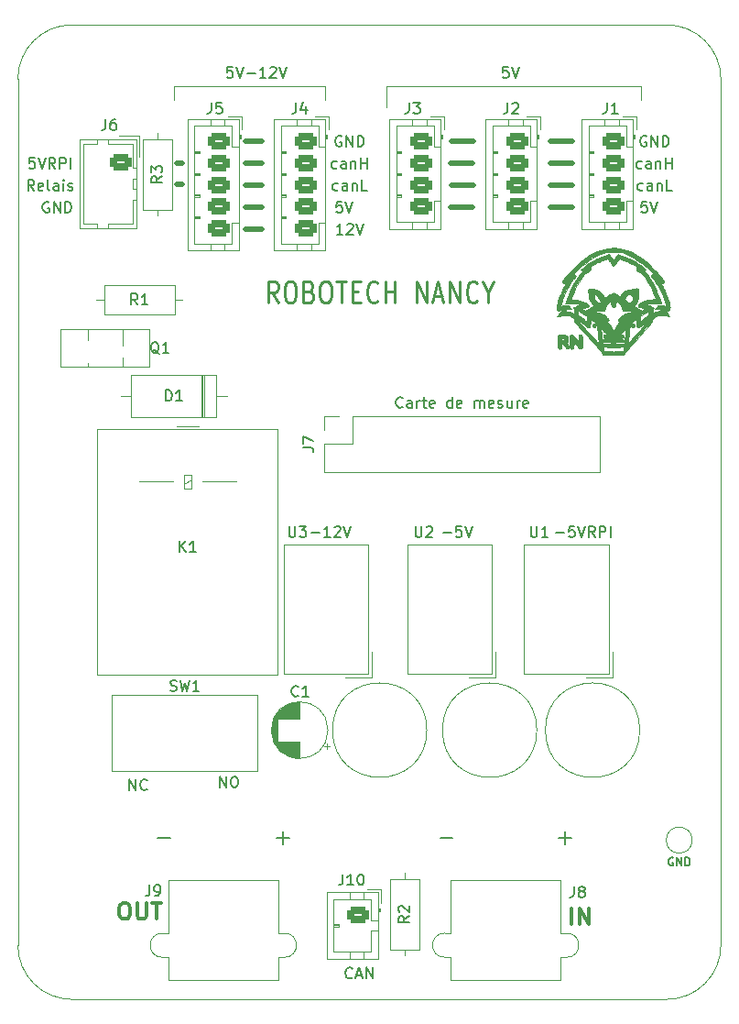
<source format=gto>
G04 #@! TF.GenerationSoftware,KiCad,Pcbnew,(6.0.0)*
G04 #@! TF.CreationDate,2022-05-07T17:49:45+02:00*
G04 #@! TF.ProjectId,Alimentation,416c696d-656e-4746-9174-696f6e2e6b69,rev?*
G04 #@! TF.SameCoordinates,Original*
G04 #@! TF.FileFunction,Legend,Top*
G04 #@! TF.FilePolarity,Positive*
%FSLAX46Y46*%
G04 Gerber Fmt 4.6, Leading zero omitted, Abs format (unit mm)*
G04 Created by KiCad (PCBNEW (6.0.0)) date 2022-05-07 17:49:45*
%MOMM*%
%LPD*%
G01*
G04 APERTURE LIST*
G04 Aperture macros list*
%AMRoundRect*
0 Rectangle with rounded corners*
0 $1 Rounding radius*
0 $2 $3 $4 $5 $6 $7 $8 $9 X,Y pos of 4 corners*
0 Add a 4 corners polygon primitive as box body*
4,1,4,$2,$3,$4,$5,$6,$7,$8,$9,$2,$3,0*
0 Add four circle primitives for the rounded corners*
1,1,$1+$1,$2,$3*
1,1,$1+$1,$4,$5*
1,1,$1+$1,$6,$7*
1,1,$1+$1,$8,$9*
0 Add four rect primitives between the rounded corners*
20,1,$1+$1,$2,$3,$4,$5,0*
20,1,$1+$1,$4,$5,$6,$7,0*
20,1,$1+$1,$6,$7,$8,$9,0*
20,1,$1+$1,$8,$9,$2,$3,0*%
G04 Aperture macros list end*
%ADD10C,0.500000*%
%ADD11C,0.120000*%
G04 #@! TA.AperFunction,Profile*
%ADD12C,0.050000*%
G04 #@! TD*
%ADD13C,0.150000*%
%ADD14C,0.300000*%
%ADD15C,0.250000*%
%ADD16C,0.010000*%
%ADD17RoundRect,0.312500X-0.687500X0.437500X-0.687500X-0.437500X0.687500X-0.437500X0.687500X0.437500X0*%
%ADD18R,2.500000X2.500000*%
%ADD19O,2.500000X2.500000*%
%ADD20R,2.500000X1.500000*%
%ADD21O,2.500000X1.500000*%
%ADD22R,1.700000X1.700000*%
%ADD23O,1.700000X1.700000*%
%ADD24RoundRect,0.312500X0.687500X-0.437500X0.687500X0.437500X-0.687500X0.437500X-0.687500X-0.437500X0*%
%ADD25O,2.000000X1.500000*%
%ADD26R,2.400000X2.400000*%
%ADD27O,2.400000X2.400000*%
%ADD28C,2.000000*%
%ADD29C,3.200000*%
%ADD30C,1.400000*%
%ADD31R,3.500000X3.500000*%
%ADD32C,3.500000*%
%ADD33R,1.800000X1.800000*%
%ADD34O,1.800000X1.800000*%
%ADD35R,1.600000X1.600000*%
%ADD36C,1.600000*%
%ADD37O,1.600000X4.000000*%
G04 APERTURE END LIST*
D10*
X137183020Y-46231170D02*
X139215020Y-46231170D01*
D11*
X122047000Y-43053000D02*
X122047000Y-41148000D01*
X122047000Y-41148000D02*
X145542000Y-41148000D01*
D10*
X108966000Y-52324000D02*
X110490000Y-52324000D01*
D11*
X116332000Y-41148000D02*
X102362000Y-41148000D01*
D10*
X108966000Y-48260000D02*
X110490000Y-48260000D01*
X137183020Y-50295170D02*
X139215020Y-50295170D01*
X102616000Y-50165000D02*
X103124000Y-50165000D01*
X127992980Y-48259999D02*
X130024980Y-48259999D01*
X108966000Y-50228000D02*
X110490000Y-50228000D01*
X128016000Y-50292000D02*
X130048000Y-50292000D01*
D11*
X145542000Y-41148000D02*
X145542000Y-42418000D01*
X116332000Y-42418000D02*
X116332000Y-41148000D01*
X102362000Y-41148000D02*
X102362000Y-42418000D01*
D10*
X127992980Y-52320830D02*
X130024980Y-52320830D01*
X137160000Y-52324000D02*
X139192000Y-52324000D01*
X108966000Y-46228000D02*
X110490000Y-46228000D01*
X137160000Y-48263169D02*
X139192000Y-48263169D01*
X108966000Y-54356000D02*
X110490000Y-54356000D01*
X128016000Y-46228000D02*
X130048000Y-46228000D01*
X102616000Y-48260000D02*
X103124000Y-48260000D01*
D12*
X147952000Y-125448000D02*
X92952000Y-125448000D01*
X92952000Y-35448000D02*
G75*
G03*
X87952000Y-40448000I0J-5000000D01*
G01*
X152952000Y-40448000D02*
X152952000Y-120448000D01*
X152952000Y-40448000D02*
G75*
G03*
X147952000Y-35448000I-5000000J0D01*
G01*
X147952000Y-125448000D02*
G75*
G03*
X152952000Y-120448000I0J5000000D01*
G01*
X87952000Y-40448000D02*
X87952000Y-120448000D01*
X87952000Y-120448000D02*
G75*
G03*
X92952000Y-125448000I5000000J0D01*
G01*
X92952000Y-35448000D02*
X147952000Y-35448000D01*
D13*
X117427523Y-48664761D02*
X117332285Y-48712380D01*
X117141809Y-48712380D01*
X117046571Y-48664761D01*
X116998952Y-48617142D01*
X116951333Y-48521904D01*
X116951333Y-48236190D01*
X116998952Y-48140952D01*
X117046571Y-48093333D01*
X117141809Y-48045714D01*
X117332285Y-48045714D01*
X117427523Y-48093333D01*
X118284666Y-48712380D02*
X118284666Y-48188571D01*
X118237047Y-48093333D01*
X118141809Y-48045714D01*
X117951333Y-48045714D01*
X117856095Y-48093333D01*
X118284666Y-48664761D02*
X118189428Y-48712380D01*
X117951333Y-48712380D01*
X117856095Y-48664761D01*
X117808476Y-48569523D01*
X117808476Y-48474285D01*
X117856095Y-48379047D01*
X117951333Y-48331428D01*
X118189428Y-48331428D01*
X118284666Y-48283809D01*
X118760857Y-48045714D02*
X118760857Y-48712380D01*
X118760857Y-48140952D02*
X118808476Y-48093333D01*
X118903714Y-48045714D01*
X119046571Y-48045714D01*
X119141809Y-48093333D01*
X119189428Y-48188571D01*
X119189428Y-48712380D01*
X119665619Y-48712380D02*
X119665619Y-47712380D01*
X119665619Y-48188571D02*
X120237047Y-48188571D01*
X120237047Y-48712380D02*
X120237047Y-47712380D01*
X118864142Y-123420142D02*
X118816523Y-123467761D01*
X118673666Y-123515380D01*
X118578428Y-123515380D01*
X118435571Y-123467761D01*
X118340333Y-123372523D01*
X118292714Y-123277285D01*
X118245095Y-123086809D01*
X118245095Y-122943952D01*
X118292714Y-122753476D01*
X118340333Y-122658238D01*
X118435571Y-122563000D01*
X118578428Y-122515380D01*
X118673666Y-122515380D01*
X118816523Y-122563000D01*
X118864142Y-122610619D01*
X119245095Y-123229666D02*
X119721285Y-123229666D01*
X119149857Y-123515380D02*
X119483190Y-122515380D01*
X119816523Y-123515380D01*
X120149857Y-123515380D02*
X120149857Y-122515380D01*
X120721285Y-123515380D01*
X120721285Y-122515380D01*
X148520797Y-112390328D02*
X148449368Y-112354613D01*
X148342226Y-112354613D01*
X148235083Y-112390328D01*
X148163654Y-112461756D01*
X148127940Y-112533185D01*
X148092226Y-112676042D01*
X148092226Y-112783185D01*
X148127940Y-112926042D01*
X148163654Y-112997470D01*
X148235083Y-113068899D01*
X148342226Y-113104613D01*
X148413654Y-113104613D01*
X148520797Y-113068899D01*
X148556511Y-113033185D01*
X148556511Y-112783185D01*
X148413654Y-112783185D01*
X148877940Y-113104613D02*
X148877940Y-112354613D01*
X149306511Y-113104613D01*
X149306511Y-112354613D01*
X149663654Y-113104613D02*
X149663654Y-112354613D01*
X149842226Y-112354613D01*
X149949368Y-112390328D01*
X150020797Y-112461756D01*
X150056511Y-112533185D01*
X150092226Y-112676042D01*
X150092226Y-112783185D01*
X150056511Y-112926042D01*
X150020797Y-112997470D01*
X149949368Y-113068899D01*
X149842226Y-113104613D01*
X149663654Y-113104613D01*
X145740571Y-50696761D02*
X145645333Y-50744380D01*
X145454857Y-50744380D01*
X145359619Y-50696761D01*
X145312000Y-50649142D01*
X145264380Y-50553904D01*
X145264380Y-50268190D01*
X145312000Y-50172952D01*
X145359619Y-50125333D01*
X145454857Y-50077714D01*
X145645333Y-50077714D01*
X145740571Y-50125333D01*
X146597714Y-50744380D02*
X146597714Y-50220571D01*
X146550095Y-50125333D01*
X146454857Y-50077714D01*
X146264380Y-50077714D01*
X146169142Y-50125333D01*
X146597714Y-50696761D02*
X146502476Y-50744380D01*
X146264380Y-50744380D01*
X146169142Y-50696761D01*
X146121523Y-50601523D01*
X146121523Y-50506285D01*
X146169142Y-50411047D01*
X146264380Y-50363428D01*
X146502476Y-50363428D01*
X146597714Y-50315809D01*
X147073904Y-50077714D02*
X147073904Y-50744380D01*
X147073904Y-50172952D02*
X147121523Y-50125333D01*
X147216761Y-50077714D01*
X147359619Y-50077714D01*
X147454857Y-50125333D01*
X147502476Y-50220571D01*
X147502476Y-50744380D01*
X148454857Y-50744380D02*
X147978666Y-50744380D01*
X147978666Y-49744380D01*
D14*
X139168285Y-118534571D02*
X139168285Y-117034571D01*
X139882571Y-118534571D02*
X139882571Y-117034571D01*
X140739714Y-118534571D01*
X140739714Y-117034571D01*
D13*
X115078095Y-82367428D02*
X115840000Y-82367428D01*
X116840000Y-82748380D02*
X116268571Y-82748380D01*
X116554285Y-82748380D02*
X116554285Y-81748380D01*
X116459047Y-81891238D01*
X116363809Y-81986476D01*
X116268571Y-82034095D01*
X117220952Y-81843619D02*
X117268571Y-81796000D01*
X117363809Y-81748380D01*
X117601904Y-81748380D01*
X117697142Y-81796000D01*
X117744761Y-81843619D01*
X117792380Y-81938857D01*
X117792380Y-82034095D01*
X117744761Y-82176952D01*
X117173333Y-82748380D01*
X117792380Y-82748380D01*
X118078095Y-81748380D02*
X118411428Y-82748380D01*
X118744761Y-81748380D01*
X117546571Y-50696761D02*
X117451333Y-50744380D01*
X117260857Y-50744380D01*
X117165619Y-50696761D01*
X117118000Y-50649142D01*
X117070380Y-50553904D01*
X117070380Y-50268190D01*
X117118000Y-50172952D01*
X117165619Y-50125333D01*
X117260857Y-50077714D01*
X117451333Y-50077714D01*
X117546571Y-50125333D01*
X118403714Y-50744380D02*
X118403714Y-50220571D01*
X118356095Y-50125333D01*
X118260857Y-50077714D01*
X118070380Y-50077714D01*
X117975142Y-50125333D01*
X118403714Y-50696761D02*
X118308476Y-50744380D01*
X118070380Y-50744380D01*
X117975142Y-50696761D01*
X117927523Y-50601523D01*
X117927523Y-50506285D01*
X117975142Y-50411047D01*
X118070380Y-50363428D01*
X118308476Y-50363428D01*
X118403714Y-50315809D01*
X118879904Y-50077714D02*
X118879904Y-50744380D01*
X118879904Y-50172952D02*
X118927523Y-50125333D01*
X119022761Y-50077714D01*
X119165619Y-50077714D01*
X119260857Y-50125333D01*
X119308476Y-50220571D01*
X119308476Y-50744380D01*
X120260857Y-50744380D02*
X119784666Y-50744380D01*
X119784666Y-49744380D01*
X98274285Y-106116380D02*
X98274285Y-105116380D01*
X98845714Y-106116380D01*
X98845714Y-105116380D01*
X99893333Y-106021142D02*
X99845714Y-106068761D01*
X99702857Y-106116380D01*
X99607619Y-106116380D01*
X99464761Y-106068761D01*
X99369523Y-105973523D01*
X99321904Y-105878285D01*
X99274285Y-105687809D01*
X99274285Y-105544952D01*
X99321904Y-105354476D01*
X99369523Y-105259238D01*
X99464761Y-105164000D01*
X99607619Y-105116380D01*
X99702857Y-105116380D01*
X99845714Y-105164000D01*
X99893333Y-105211619D01*
X89455809Y-50744380D02*
X89122476Y-50268190D01*
X88884380Y-50744380D02*
X88884380Y-49744380D01*
X89265333Y-49744380D01*
X89360571Y-49792000D01*
X89408190Y-49839619D01*
X89455809Y-49934857D01*
X89455809Y-50077714D01*
X89408190Y-50172952D01*
X89360571Y-50220571D01*
X89265333Y-50268190D01*
X88884380Y-50268190D01*
X90265333Y-50696761D02*
X90170095Y-50744380D01*
X89979619Y-50744380D01*
X89884380Y-50696761D01*
X89836761Y-50601523D01*
X89836761Y-50220571D01*
X89884380Y-50125333D01*
X89979619Y-50077714D01*
X90170095Y-50077714D01*
X90265333Y-50125333D01*
X90312952Y-50220571D01*
X90312952Y-50315809D01*
X89836761Y-50411047D01*
X90884380Y-50744380D02*
X90789142Y-50696761D01*
X90741523Y-50601523D01*
X90741523Y-49744380D01*
X91693904Y-50744380D02*
X91693904Y-50220571D01*
X91646285Y-50125333D01*
X91551047Y-50077714D01*
X91360571Y-50077714D01*
X91265333Y-50125333D01*
X91693904Y-50696761D02*
X91598666Y-50744380D01*
X91360571Y-50744380D01*
X91265333Y-50696761D01*
X91217714Y-50601523D01*
X91217714Y-50506285D01*
X91265333Y-50411047D01*
X91360571Y-50363428D01*
X91598666Y-50363428D01*
X91693904Y-50315809D01*
X92170095Y-50744380D02*
X92170095Y-50077714D01*
X92170095Y-49744380D02*
X92122476Y-49792000D01*
X92170095Y-49839619D01*
X92217714Y-49792000D01*
X92170095Y-49744380D01*
X92170095Y-49839619D01*
X92598666Y-50696761D02*
X92693904Y-50744380D01*
X92884380Y-50744380D01*
X92979619Y-50696761D01*
X93027238Y-50601523D01*
X93027238Y-50553904D01*
X92979619Y-50458666D01*
X92884380Y-50411047D01*
X92741523Y-50411047D01*
X92646285Y-50363428D01*
X92598666Y-50268190D01*
X92598666Y-50220571D01*
X92646285Y-50125333D01*
X92741523Y-50077714D01*
X92884380Y-50077714D01*
X92979619Y-50125333D01*
X90805095Y-51824000D02*
X90709857Y-51776380D01*
X90567000Y-51776380D01*
X90424142Y-51824000D01*
X90328904Y-51919238D01*
X90281285Y-52014476D01*
X90233666Y-52204952D01*
X90233666Y-52347809D01*
X90281285Y-52538285D01*
X90328904Y-52633523D01*
X90424142Y-52728761D01*
X90567000Y-52776380D01*
X90662238Y-52776380D01*
X90805095Y-52728761D01*
X90852714Y-52681142D01*
X90852714Y-52347809D01*
X90662238Y-52347809D01*
X91281285Y-52776380D02*
X91281285Y-51776380D01*
X91852714Y-52776380D01*
X91852714Y-51776380D01*
X92328904Y-52776380D02*
X92328904Y-51776380D01*
X92567000Y-51776380D01*
X92709857Y-51824000D01*
X92805095Y-51919238D01*
X92852714Y-52014476D01*
X92900333Y-52204952D01*
X92900333Y-52347809D01*
X92852714Y-52538285D01*
X92805095Y-52633523D01*
X92709857Y-52728761D01*
X92567000Y-52776380D01*
X92328904Y-52776380D01*
X137684190Y-82367428D02*
X138446095Y-82367428D01*
X139398476Y-81748380D02*
X138922285Y-81748380D01*
X138874666Y-82224571D01*
X138922285Y-82176952D01*
X139017523Y-82129333D01*
X139255619Y-82129333D01*
X139350857Y-82176952D01*
X139398476Y-82224571D01*
X139446095Y-82319809D01*
X139446095Y-82557904D01*
X139398476Y-82653142D01*
X139350857Y-82700761D01*
X139255619Y-82748380D01*
X139017523Y-82748380D01*
X138922285Y-82700761D01*
X138874666Y-82653142D01*
X139731809Y-81748380D02*
X140065142Y-82748380D01*
X140398476Y-81748380D01*
X141303238Y-82748380D02*
X140969904Y-82272190D01*
X140731809Y-82748380D02*
X140731809Y-81748380D01*
X141112761Y-81748380D01*
X141208000Y-81796000D01*
X141255619Y-81843619D01*
X141303238Y-81938857D01*
X141303238Y-82081714D01*
X141255619Y-82176952D01*
X141208000Y-82224571D01*
X141112761Y-82272190D01*
X140731809Y-82272190D01*
X141731809Y-82748380D02*
X141731809Y-81748380D01*
X142112761Y-81748380D01*
X142208000Y-81796000D01*
X142255619Y-81843619D01*
X142303238Y-81938857D01*
X142303238Y-82081714D01*
X142255619Y-82176952D01*
X142208000Y-82224571D01*
X142112761Y-82272190D01*
X141731809Y-82272190D01*
X142731809Y-82748380D02*
X142731809Y-81748380D01*
D14*
X97687000Y-116526571D02*
X97972714Y-116526571D01*
X98115571Y-116598000D01*
X98258428Y-116740857D01*
X98329857Y-117026571D01*
X98329857Y-117526571D01*
X98258428Y-117812285D01*
X98115571Y-117955142D01*
X97972714Y-118026571D01*
X97687000Y-118026571D01*
X97544142Y-117955142D01*
X97401285Y-117812285D01*
X97329857Y-117526571D01*
X97329857Y-117026571D01*
X97401285Y-116740857D01*
X97544142Y-116598000D01*
X97687000Y-116526571D01*
X98972714Y-116526571D02*
X98972714Y-117740857D01*
X99044142Y-117883714D01*
X99115571Y-117955142D01*
X99258428Y-118026571D01*
X99544142Y-118026571D01*
X99687000Y-117955142D01*
X99758428Y-117883714D01*
X99829857Y-117740857D01*
X99829857Y-116526571D01*
X100329857Y-116526571D02*
X101187000Y-116526571D01*
X100758428Y-118026571D02*
X100758428Y-116526571D01*
D13*
X117919523Y-51776380D02*
X117443333Y-51776380D01*
X117395714Y-52252571D01*
X117443333Y-52204952D01*
X117538571Y-52157333D01*
X117776666Y-52157333D01*
X117871904Y-52204952D01*
X117919523Y-52252571D01*
X117967142Y-52347809D01*
X117967142Y-52585904D01*
X117919523Y-52681142D01*
X117871904Y-52728761D01*
X117776666Y-52776380D01*
X117538571Y-52776380D01*
X117443333Y-52728761D01*
X117395714Y-52681142D01*
X118252857Y-51776380D02*
X118586190Y-52776380D01*
X118919523Y-51776380D01*
X117998952Y-54808380D02*
X117427523Y-54808380D01*
X117713238Y-54808380D02*
X117713238Y-53808380D01*
X117618000Y-53951238D01*
X117522761Y-54046476D01*
X117427523Y-54094095D01*
X118379904Y-53903619D02*
X118427523Y-53856000D01*
X118522761Y-53808380D01*
X118760857Y-53808380D01*
X118856095Y-53856000D01*
X118903714Y-53903619D01*
X118951333Y-53998857D01*
X118951333Y-54094095D01*
X118903714Y-54236952D01*
X118332285Y-54808380D01*
X118951333Y-54808380D01*
X119237047Y-53808380D02*
X119570380Y-54808380D01*
X119903714Y-53808380D01*
X133286523Y-39330380D02*
X132810333Y-39330380D01*
X132762714Y-39806571D01*
X132810333Y-39758952D01*
X132905571Y-39711333D01*
X133143666Y-39711333D01*
X133238904Y-39758952D01*
X133286523Y-39806571D01*
X133334142Y-39901809D01*
X133334142Y-40139904D01*
X133286523Y-40235142D01*
X133238904Y-40282761D01*
X133143666Y-40330380D01*
X132905571Y-40330380D01*
X132810333Y-40282761D01*
X132762714Y-40235142D01*
X133619857Y-39330380D02*
X133953190Y-40330380D01*
X134286523Y-39330380D01*
X106632476Y-105862380D02*
X106632476Y-104862380D01*
X107203904Y-105862380D01*
X107203904Y-104862380D01*
X107870571Y-104862380D02*
X108061047Y-104862380D01*
X108156285Y-104910000D01*
X108251523Y-105005238D01*
X108299142Y-105195714D01*
X108299142Y-105529047D01*
X108251523Y-105719523D01*
X108156285Y-105814761D01*
X108061047Y-105862380D01*
X107870571Y-105862380D01*
X107775333Y-105814761D01*
X107680095Y-105719523D01*
X107632476Y-105529047D01*
X107632476Y-105195714D01*
X107680095Y-105005238D01*
X107775333Y-104910000D01*
X107870571Y-104862380D01*
X146050095Y-45728000D02*
X145954857Y-45680380D01*
X145812000Y-45680380D01*
X145669142Y-45728000D01*
X145573904Y-45823238D01*
X145526285Y-45918476D01*
X145478666Y-46108952D01*
X145478666Y-46251809D01*
X145526285Y-46442285D01*
X145573904Y-46537523D01*
X145669142Y-46632761D01*
X145812000Y-46680380D01*
X145907238Y-46680380D01*
X146050095Y-46632761D01*
X146097714Y-46585142D01*
X146097714Y-46251809D01*
X145907238Y-46251809D01*
X146526285Y-46680380D02*
X146526285Y-45680380D01*
X147097714Y-46680380D01*
X147097714Y-45680380D01*
X147573904Y-46680380D02*
X147573904Y-45680380D01*
X147812000Y-45680380D01*
X147954857Y-45728000D01*
X148050095Y-45823238D01*
X148097714Y-45918476D01*
X148145333Y-46108952D01*
X148145333Y-46251809D01*
X148097714Y-46442285D01*
X148050095Y-46537523D01*
X147954857Y-46632761D01*
X147812000Y-46680380D01*
X147573904Y-46680380D01*
X123532000Y-70715142D02*
X123484380Y-70762761D01*
X123341523Y-70810380D01*
X123246285Y-70810380D01*
X123103428Y-70762761D01*
X123008190Y-70667523D01*
X122960571Y-70572285D01*
X122912952Y-70381809D01*
X122912952Y-70238952D01*
X122960571Y-70048476D01*
X123008190Y-69953238D01*
X123103428Y-69858000D01*
X123246285Y-69810380D01*
X123341523Y-69810380D01*
X123484380Y-69858000D01*
X123532000Y-69905619D01*
X124389142Y-70810380D02*
X124389142Y-70286571D01*
X124341523Y-70191333D01*
X124246285Y-70143714D01*
X124055809Y-70143714D01*
X123960571Y-70191333D01*
X124389142Y-70762761D02*
X124293904Y-70810380D01*
X124055809Y-70810380D01*
X123960571Y-70762761D01*
X123912952Y-70667523D01*
X123912952Y-70572285D01*
X123960571Y-70477047D01*
X124055809Y-70429428D01*
X124293904Y-70429428D01*
X124389142Y-70381809D01*
X124865333Y-70810380D02*
X124865333Y-70143714D01*
X124865333Y-70334190D02*
X124912952Y-70238952D01*
X124960571Y-70191333D01*
X125055809Y-70143714D01*
X125151047Y-70143714D01*
X125341523Y-70143714D02*
X125722476Y-70143714D01*
X125484380Y-69810380D02*
X125484380Y-70667523D01*
X125532000Y-70762761D01*
X125627238Y-70810380D01*
X125722476Y-70810380D01*
X126436761Y-70762761D02*
X126341523Y-70810380D01*
X126151047Y-70810380D01*
X126055809Y-70762761D01*
X126008190Y-70667523D01*
X126008190Y-70286571D01*
X126055809Y-70191333D01*
X126151047Y-70143714D01*
X126341523Y-70143714D01*
X126436761Y-70191333D01*
X126484380Y-70286571D01*
X126484380Y-70381809D01*
X126008190Y-70477047D01*
X128103428Y-70810380D02*
X128103428Y-69810380D01*
X128103428Y-70762761D02*
X128008190Y-70810380D01*
X127817714Y-70810380D01*
X127722476Y-70762761D01*
X127674857Y-70715142D01*
X127627238Y-70619904D01*
X127627238Y-70334190D01*
X127674857Y-70238952D01*
X127722476Y-70191333D01*
X127817714Y-70143714D01*
X128008190Y-70143714D01*
X128103428Y-70191333D01*
X128960571Y-70762761D02*
X128865333Y-70810380D01*
X128674857Y-70810380D01*
X128579619Y-70762761D01*
X128532000Y-70667523D01*
X128532000Y-70286571D01*
X128579619Y-70191333D01*
X128674857Y-70143714D01*
X128865333Y-70143714D01*
X128960571Y-70191333D01*
X129008190Y-70286571D01*
X129008190Y-70381809D01*
X128532000Y-70477047D01*
X130198666Y-70810380D02*
X130198666Y-70143714D01*
X130198666Y-70238952D02*
X130246285Y-70191333D01*
X130341523Y-70143714D01*
X130484380Y-70143714D01*
X130579619Y-70191333D01*
X130627238Y-70286571D01*
X130627238Y-70810380D01*
X130627238Y-70286571D02*
X130674857Y-70191333D01*
X130770095Y-70143714D01*
X130912952Y-70143714D01*
X131008190Y-70191333D01*
X131055809Y-70286571D01*
X131055809Y-70810380D01*
X131912952Y-70762761D02*
X131817714Y-70810380D01*
X131627238Y-70810380D01*
X131532000Y-70762761D01*
X131484380Y-70667523D01*
X131484380Y-70286571D01*
X131532000Y-70191333D01*
X131627238Y-70143714D01*
X131817714Y-70143714D01*
X131912952Y-70191333D01*
X131960571Y-70286571D01*
X131960571Y-70381809D01*
X131484380Y-70477047D01*
X132341523Y-70762761D02*
X132436761Y-70810380D01*
X132627238Y-70810380D01*
X132722476Y-70762761D01*
X132770095Y-70667523D01*
X132770095Y-70619904D01*
X132722476Y-70524666D01*
X132627238Y-70477047D01*
X132484380Y-70477047D01*
X132389142Y-70429428D01*
X132341523Y-70334190D01*
X132341523Y-70286571D01*
X132389142Y-70191333D01*
X132484380Y-70143714D01*
X132627238Y-70143714D01*
X132722476Y-70191333D01*
X133627238Y-70143714D02*
X133627238Y-70810380D01*
X133198666Y-70143714D02*
X133198666Y-70667523D01*
X133246285Y-70762761D01*
X133341523Y-70810380D01*
X133484380Y-70810380D01*
X133579619Y-70762761D01*
X133627238Y-70715142D01*
X134103428Y-70810380D02*
X134103428Y-70143714D01*
X134103428Y-70334190D02*
X134151047Y-70238952D01*
X134198666Y-70191333D01*
X134293904Y-70143714D01*
X134389142Y-70143714D01*
X135103428Y-70762761D02*
X135008190Y-70810380D01*
X134817714Y-70810380D01*
X134722476Y-70762761D01*
X134674857Y-70667523D01*
X134674857Y-70286571D01*
X134722476Y-70191333D01*
X134817714Y-70143714D01*
X135008190Y-70143714D01*
X135103428Y-70191333D01*
X135151047Y-70286571D01*
X135151047Y-70381809D01*
X134674857Y-70477047D01*
X127238285Y-82367428D02*
X128000190Y-82367428D01*
X128952571Y-81748380D02*
X128476380Y-81748380D01*
X128428761Y-82224571D01*
X128476380Y-82176952D01*
X128571619Y-82129333D01*
X128809714Y-82129333D01*
X128904952Y-82176952D01*
X128952571Y-82224571D01*
X129000190Y-82319809D01*
X129000190Y-82557904D01*
X128952571Y-82653142D01*
X128904952Y-82700761D01*
X128809714Y-82748380D01*
X128571619Y-82748380D01*
X128476380Y-82700761D01*
X128428761Y-82653142D01*
X129285904Y-81748380D02*
X129619238Y-82748380D01*
X129952571Y-81748380D01*
X145621523Y-48664761D02*
X145526285Y-48712380D01*
X145335809Y-48712380D01*
X145240571Y-48664761D01*
X145192952Y-48617142D01*
X145145333Y-48521904D01*
X145145333Y-48236190D01*
X145192952Y-48140952D01*
X145240571Y-48093333D01*
X145335809Y-48045714D01*
X145526285Y-48045714D01*
X145621523Y-48093333D01*
X146478666Y-48712380D02*
X146478666Y-48188571D01*
X146431047Y-48093333D01*
X146335809Y-48045714D01*
X146145333Y-48045714D01*
X146050095Y-48093333D01*
X146478666Y-48664761D02*
X146383428Y-48712380D01*
X146145333Y-48712380D01*
X146050095Y-48664761D01*
X146002476Y-48569523D01*
X146002476Y-48474285D01*
X146050095Y-48379047D01*
X146145333Y-48331428D01*
X146383428Y-48331428D01*
X146478666Y-48283809D01*
X146954857Y-48045714D02*
X146954857Y-48712380D01*
X146954857Y-48140952D02*
X147002476Y-48093333D01*
X147097714Y-48045714D01*
X147240571Y-48045714D01*
X147335809Y-48093333D01*
X147383428Y-48188571D01*
X147383428Y-48712380D01*
X147859619Y-48712380D02*
X147859619Y-47712380D01*
X147859619Y-48188571D02*
X148431047Y-48188571D01*
X148431047Y-48712380D02*
X148431047Y-47712380D01*
X107791523Y-39330380D02*
X107315333Y-39330380D01*
X107267714Y-39806571D01*
X107315333Y-39758952D01*
X107410571Y-39711333D01*
X107648666Y-39711333D01*
X107743904Y-39758952D01*
X107791523Y-39806571D01*
X107839142Y-39901809D01*
X107839142Y-40139904D01*
X107791523Y-40235142D01*
X107743904Y-40282761D01*
X107648666Y-40330380D01*
X107410571Y-40330380D01*
X107315333Y-40282761D01*
X107267714Y-40235142D01*
X108124857Y-39330380D02*
X108458190Y-40330380D01*
X108791523Y-39330380D01*
X109124857Y-39949428D02*
X109886761Y-39949428D01*
X110886761Y-40330380D02*
X110315333Y-40330380D01*
X110601047Y-40330380D02*
X110601047Y-39330380D01*
X110505809Y-39473238D01*
X110410571Y-39568476D01*
X110315333Y-39616095D01*
X111267714Y-39425619D02*
X111315333Y-39378000D01*
X111410571Y-39330380D01*
X111648666Y-39330380D01*
X111743904Y-39378000D01*
X111791523Y-39425619D01*
X111839142Y-39520857D01*
X111839142Y-39616095D01*
X111791523Y-39758952D01*
X111220095Y-40330380D01*
X111839142Y-40330380D01*
X112124857Y-39330380D02*
X112458190Y-40330380D01*
X112791523Y-39330380D01*
D15*
X112002476Y-61102761D02*
X111469142Y-60150380D01*
X111088190Y-61102761D02*
X111088190Y-59102761D01*
X111697714Y-59102761D01*
X111850095Y-59198000D01*
X111926285Y-59293238D01*
X112002476Y-59483714D01*
X112002476Y-59769428D01*
X111926285Y-59959904D01*
X111850095Y-60055142D01*
X111697714Y-60150380D01*
X111088190Y-60150380D01*
X112992952Y-59102761D02*
X113297714Y-59102761D01*
X113450095Y-59198000D01*
X113602476Y-59388476D01*
X113678666Y-59769428D01*
X113678666Y-60436095D01*
X113602476Y-60817047D01*
X113450095Y-61007523D01*
X113297714Y-61102761D01*
X112992952Y-61102761D01*
X112840571Y-61007523D01*
X112688190Y-60817047D01*
X112612000Y-60436095D01*
X112612000Y-59769428D01*
X112688190Y-59388476D01*
X112840571Y-59198000D01*
X112992952Y-59102761D01*
X114897714Y-60055142D02*
X115126285Y-60150380D01*
X115202476Y-60245619D01*
X115278666Y-60436095D01*
X115278666Y-60721809D01*
X115202476Y-60912285D01*
X115126285Y-61007523D01*
X114973904Y-61102761D01*
X114364380Y-61102761D01*
X114364380Y-59102761D01*
X114897714Y-59102761D01*
X115050095Y-59198000D01*
X115126285Y-59293238D01*
X115202476Y-59483714D01*
X115202476Y-59674190D01*
X115126285Y-59864666D01*
X115050095Y-59959904D01*
X114897714Y-60055142D01*
X114364380Y-60055142D01*
X116269142Y-59102761D02*
X116573904Y-59102761D01*
X116726285Y-59198000D01*
X116878666Y-59388476D01*
X116954857Y-59769428D01*
X116954857Y-60436095D01*
X116878666Y-60817047D01*
X116726285Y-61007523D01*
X116573904Y-61102761D01*
X116269142Y-61102761D01*
X116116761Y-61007523D01*
X115964380Y-60817047D01*
X115888190Y-60436095D01*
X115888190Y-59769428D01*
X115964380Y-59388476D01*
X116116761Y-59198000D01*
X116269142Y-59102761D01*
X117412000Y-59102761D02*
X118326285Y-59102761D01*
X117869142Y-61102761D02*
X117869142Y-59102761D01*
X118859619Y-60055142D02*
X119392952Y-60055142D01*
X119621523Y-61102761D02*
X118859619Y-61102761D01*
X118859619Y-59102761D01*
X119621523Y-59102761D01*
X121221523Y-60912285D02*
X121145333Y-61007523D01*
X120916761Y-61102761D01*
X120764380Y-61102761D01*
X120535809Y-61007523D01*
X120383428Y-60817047D01*
X120307238Y-60626571D01*
X120231047Y-60245619D01*
X120231047Y-59959904D01*
X120307238Y-59578952D01*
X120383428Y-59388476D01*
X120535809Y-59198000D01*
X120764380Y-59102761D01*
X120916761Y-59102761D01*
X121145333Y-59198000D01*
X121221523Y-59293238D01*
X121907238Y-61102761D02*
X121907238Y-59102761D01*
X121907238Y-60055142D02*
X122821523Y-60055142D01*
X122821523Y-61102761D02*
X122821523Y-59102761D01*
X124802476Y-61102761D02*
X124802476Y-59102761D01*
X125716761Y-61102761D01*
X125716761Y-59102761D01*
X126402476Y-60531333D02*
X127164380Y-60531333D01*
X126250095Y-61102761D02*
X126783428Y-59102761D01*
X127316761Y-61102761D01*
X127850095Y-61102761D02*
X127850095Y-59102761D01*
X128764380Y-61102761D01*
X128764380Y-59102761D01*
X130440571Y-60912285D02*
X130364380Y-61007523D01*
X130135809Y-61102761D01*
X129983428Y-61102761D01*
X129754857Y-61007523D01*
X129602476Y-60817047D01*
X129526285Y-60626571D01*
X129450095Y-60245619D01*
X129450095Y-59959904D01*
X129526285Y-59578952D01*
X129602476Y-59388476D01*
X129754857Y-59198000D01*
X129983428Y-59102761D01*
X130135809Y-59102761D01*
X130364380Y-59198000D01*
X130440571Y-59293238D01*
X131431047Y-60150380D02*
X131431047Y-61102761D01*
X130897714Y-59102761D02*
X131431047Y-60150380D01*
X131964380Y-59102761D01*
D13*
X146113523Y-51776380D02*
X145637333Y-51776380D01*
X145589714Y-52252571D01*
X145637333Y-52204952D01*
X145732571Y-52157333D01*
X145970666Y-52157333D01*
X146065904Y-52204952D01*
X146113523Y-52252571D01*
X146161142Y-52347809D01*
X146161142Y-52585904D01*
X146113523Y-52681142D01*
X146065904Y-52728761D01*
X145970666Y-52776380D01*
X145732571Y-52776380D01*
X145637333Y-52728761D01*
X145589714Y-52681142D01*
X146446857Y-51776380D02*
X146780190Y-52776380D01*
X147113523Y-51776380D01*
X89503428Y-47712380D02*
X89027238Y-47712380D01*
X88979619Y-48188571D01*
X89027238Y-48140952D01*
X89122476Y-48093333D01*
X89360571Y-48093333D01*
X89455809Y-48140952D01*
X89503428Y-48188571D01*
X89551047Y-48283809D01*
X89551047Y-48521904D01*
X89503428Y-48617142D01*
X89455809Y-48664761D01*
X89360571Y-48712380D01*
X89122476Y-48712380D01*
X89027238Y-48664761D01*
X88979619Y-48617142D01*
X89836761Y-47712380D02*
X90170095Y-48712380D01*
X90503428Y-47712380D01*
X91408190Y-48712380D02*
X91074857Y-48236190D01*
X90836761Y-48712380D02*
X90836761Y-47712380D01*
X91217714Y-47712380D01*
X91312952Y-47760000D01*
X91360571Y-47807619D01*
X91408190Y-47902857D01*
X91408190Y-48045714D01*
X91360571Y-48140952D01*
X91312952Y-48188571D01*
X91217714Y-48236190D01*
X90836761Y-48236190D01*
X91836761Y-48712380D02*
X91836761Y-47712380D01*
X92217714Y-47712380D01*
X92312952Y-47760000D01*
X92360571Y-47807619D01*
X92408190Y-47902857D01*
X92408190Y-48045714D01*
X92360571Y-48140952D01*
X92312952Y-48188571D01*
X92217714Y-48236190D01*
X91836761Y-48236190D01*
X92836761Y-48712380D02*
X92836761Y-47712380D01*
X117856095Y-45728000D02*
X117760857Y-45680380D01*
X117618000Y-45680380D01*
X117475142Y-45728000D01*
X117379904Y-45823238D01*
X117332285Y-45918476D01*
X117284666Y-46108952D01*
X117284666Y-46251809D01*
X117332285Y-46442285D01*
X117379904Y-46537523D01*
X117475142Y-46632761D01*
X117618000Y-46680380D01*
X117713238Y-46680380D01*
X117856095Y-46632761D01*
X117903714Y-46585142D01*
X117903714Y-46251809D01*
X117713238Y-46251809D01*
X118332285Y-46680380D02*
X118332285Y-45680380D01*
X118903714Y-46680380D01*
X118903714Y-45680380D01*
X119379904Y-46680380D02*
X119379904Y-45680380D01*
X119618000Y-45680380D01*
X119760857Y-45728000D01*
X119856095Y-45823238D01*
X119903714Y-45918476D01*
X119951333Y-46108952D01*
X119951333Y-46251809D01*
X119903714Y-46442285D01*
X119856095Y-46537523D01*
X119760857Y-46632761D01*
X119618000Y-46680380D01*
X119379904Y-46680380D01*
X142414666Y-42632380D02*
X142414666Y-43346666D01*
X142367047Y-43489523D01*
X142271809Y-43584761D01*
X142128952Y-43632380D01*
X142033714Y-43632380D01*
X143414666Y-43632380D02*
X142843238Y-43632380D01*
X143128952Y-43632380D02*
X143128952Y-42632380D01*
X143033714Y-42775238D01*
X142938476Y-42870476D01*
X142843238Y-42918095D01*
X133228666Y-42632380D02*
X133228666Y-43346666D01*
X133181047Y-43489523D01*
X133085809Y-43584761D01*
X132942952Y-43632380D01*
X132847714Y-43632380D01*
X133657238Y-42727619D02*
X133704857Y-42680000D01*
X133800095Y-42632380D01*
X134038190Y-42632380D01*
X134133428Y-42680000D01*
X134181047Y-42727619D01*
X134228666Y-42822857D01*
X134228666Y-42918095D01*
X134181047Y-43060952D01*
X133609619Y-43632380D01*
X134228666Y-43632380D01*
X124126666Y-42632380D02*
X124126666Y-43346666D01*
X124079047Y-43489523D01*
X123983809Y-43584761D01*
X123840952Y-43632380D01*
X123745714Y-43632380D01*
X124507619Y-42632380D02*
X125126666Y-42632380D01*
X124793333Y-43013333D01*
X124936190Y-43013333D01*
X125031428Y-43060952D01*
X125079047Y-43108571D01*
X125126666Y-43203809D01*
X125126666Y-43441904D01*
X125079047Y-43537142D01*
X125031428Y-43584761D01*
X124936190Y-43632380D01*
X124650476Y-43632380D01*
X124555238Y-43584761D01*
X124507619Y-43537142D01*
X113670666Y-42632380D02*
X113670666Y-43346666D01*
X113623047Y-43489523D01*
X113527809Y-43584761D01*
X113384952Y-43632380D01*
X113289714Y-43632380D01*
X114575428Y-42965714D02*
X114575428Y-43632380D01*
X114337333Y-42584761D02*
X114099238Y-43299047D01*
X114718285Y-43299047D01*
X105838666Y-42632380D02*
X105838666Y-43346666D01*
X105791047Y-43489523D01*
X105695809Y-43584761D01*
X105552952Y-43632380D01*
X105457714Y-43632380D01*
X106791047Y-42632380D02*
X106314857Y-42632380D01*
X106267238Y-43108571D01*
X106314857Y-43060952D01*
X106410095Y-43013333D01*
X106648190Y-43013333D01*
X106743428Y-43060952D01*
X106791047Y-43108571D01*
X106838666Y-43203809D01*
X106838666Y-43441904D01*
X106791047Y-43537142D01*
X106743428Y-43584761D01*
X106648190Y-43632380D01*
X106410095Y-43632380D01*
X106314857Y-43584761D01*
X106267238Y-43537142D01*
X102893904Y-84145380D02*
X102893904Y-83145380D01*
X103465333Y-84145380D02*
X103036761Y-83573952D01*
X103465333Y-83145380D02*
X102893904Y-83716809D01*
X104417714Y-84145380D02*
X103846285Y-84145380D01*
X104132000Y-84145380D02*
X104132000Y-83145380D01*
X104036761Y-83288238D01*
X103941523Y-83383476D01*
X103846285Y-83431095D01*
X124714095Y-81748380D02*
X124714095Y-82557904D01*
X124761714Y-82653142D01*
X124809333Y-82700761D01*
X124904571Y-82748380D01*
X125095047Y-82748380D01*
X125190285Y-82700761D01*
X125237904Y-82653142D01*
X125285523Y-82557904D01*
X125285523Y-81748380D01*
X125714095Y-81843619D02*
X125761714Y-81796000D01*
X125856952Y-81748380D01*
X126095047Y-81748380D01*
X126190285Y-81796000D01*
X126237904Y-81843619D01*
X126285523Y-81938857D01*
X126285523Y-82034095D01*
X126237904Y-82176952D01*
X125666476Y-82748380D01*
X126285523Y-82748380D01*
X113030095Y-81748380D02*
X113030095Y-82557904D01*
X113077714Y-82653142D01*
X113125333Y-82700761D01*
X113220571Y-82748380D01*
X113411047Y-82748380D01*
X113506285Y-82700761D01*
X113553904Y-82653142D01*
X113601523Y-82557904D01*
X113601523Y-81748380D01*
X113982476Y-81748380D02*
X114601523Y-81748380D01*
X114268190Y-82129333D01*
X114411047Y-82129333D01*
X114506285Y-82176952D01*
X114553904Y-82224571D01*
X114601523Y-82319809D01*
X114601523Y-82557904D01*
X114553904Y-82653142D01*
X114506285Y-82700761D01*
X114411047Y-82748380D01*
X114125333Y-82748380D01*
X114030095Y-82700761D01*
X113982476Y-82653142D01*
X114284380Y-74501333D02*
X114998666Y-74501333D01*
X115141523Y-74548952D01*
X115236761Y-74644190D01*
X115284380Y-74787047D01*
X115284380Y-74882285D01*
X114284380Y-74120380D02*
X114284380Y-73453714D01*
X115284380Y-73882285D01*
X96059666Y-44156380D02*
X96059666Y-44870666D01*
X96012047Y-45013523D01*
X95916809Y-45108761D01*
X95773952Y-45156380D01*
X95678714Y-45156380D01*
X96964428Y-44156380D02*
X96773952Y-44156380D01*
X96678714Y-44204000D01*
X96631095Y-44251619D01*
X96535857Y-44394476D01*
X96488238Y-44584952D01*
X96488238Y-44965904D01*
X96535857Y-45061142D01*
X96583476Y-45108761D01*
X96678714Y-45156380D01*
X96869190Y-45156380D01*
X96964428Y-45108761D01*
X97012047Y-45061142D01*
X97059666Y-44965904D01*
X97059666Y-44727809D01*
X97012047Y-44632571D01*
X96964428Y-44584952D01*
X96869190Y-44537333D01*
X96678714Y-44537333D01*
X96583476Y-44584952D01*
X96535857Y-44632571D01*
X96488238Y-44727809D01*
X101623904Y-70175380D02*
X101623904Y-69175380D01*
X101862000Y-69175380D01*
X102004857Y-69223000D01*
X102100095Y-69318238D01*
X102147714Y-69413476D01*
X102195333Y-69603952D01*
X102195333Y-69746809D01*
X102147714Y-69937285D01*
X102100095Y-70032523D01*
X102004857Y-70127761D01*
X101862000Y-70175380D01*
X101623904Y-70175380D01*
X103147714Y-70175380D02*
X102576285Y-70175380D01*
X102862000Y-70175380D02*
X102862000Y-69175380D01*
X102766761Y-69318238D01*
X102671523Y-69413476D01*
X102576285Y-69461095D01*
X135382095Y-81748380D02*
X135382095Y-82557904D01*
X135429714Y-82653142D01*
X135477333Y-82700761D01*
X135572571Y-82748380D01*
X135763047Y-82748380D01*
X135858285Y-82700761D01*
X135905904Y-82653142D01*
X135953523Y-82557904D01*
X135953523Y-81748380D01*
X136953523Y-82748380D02*
X136382095Y-82748380D01*
X136667809Y-82748380D02*
X136667809Y-81748380D01*
X136572571Y-81891238D01*
X136477333Y-81986476D01*
X136382095Y-82034095D01*
X99020333Y-61285380D02*
X98687000Y-60809190D01*
X98448904Y-61285380D02*
X98448904Y-60285380D01*
X98829857Y-60285380D01*
X98925095Y-60333000D01*
X98972714Y-60380619D01*
X99020333Y-60475857D01*
X99020333Y-60618714D01*
X98972714Y-60713952D01*
X98925095Y-60761571D01*
X98829857Y-60809190D01*
X98448904Y-60809190D01*
X99972714Y-61285380D02*
X99401285Y-61285380D01*
X99687000Y-61285380D02*
X99687000Y-60285380D01*
X99591761Y-60428238D01*
X99496523Y-60523476D01*
X99401285Y-60571095D01*
X139366666Y-115022380D02*
X139366666Y-115736666D01*
X139319047Y-115879523D01*
X139223809Y-115974761D01*
X139080952Y-116022380D01*
X138985714Y-116022380D01*
X139985714Y-115450952D02*
X139890476Y-115403333D01*
X139842857Y-115355714D01*
X139795238Y-115260476D01*
X139795238Y-115212857D01*
X139842857Y-115117619D01*
X139890476Y-115070000D01*
X139985714Y-115022380D01*
X140176190Y-115022380D01*
X140271428Y-115070000D01*
X140319047Y-115117619D01*
X140366666Y-115212857D01*
X140366666Y-115260476D01*
X140319047Y-115355714D01*
X140271428Y-115403333D01*
X140176190Y-115450952D01*
X139985714Y-115450952D01*
X139890476Y-115498571D01*
X139842857Y-115546190D01*
X139795238Y-115641428D01*
X139795238Y-115831904D01*
X139842857Y-115927142D01*
X139890476Y-115974761D01*
X139985714Y-116022380D01*
X140176190Y-116022380D01*
X140271428Y-115974761D01*
X140319047Y-115927142D01*
X140366666Y-115831904D01*
X140366666Y-115641428D01*
X140319047Y-115546190D01*
X140271428Y-115498571D01*
X140176190Y-115450952D01*
X137984571Y-110555142D02*
X139127428Y-110555142D01*
X138556000Y-111126571D02*
X138556000Y-109983714D01*
X126984571Y-110555142D02*
X128127428Y-110555142D01*
X100123666Y-114895380D02*
X100123666Y-115609666D01*
X100076047Y-115752523D01*
X99980809Y-115847761D01*
X99837952Y-115895380D01*
X99742714Y-115895380D01*
X100647476Y-115895380D02*
X100837952Y-115895380D01*
X100933190Y-115847761D01*
X100980809Y-115800142D01*
X101076047Y-115657285D01*
X101123666Y-115466809D01*
X101123666Y-115085857D01*
X101076047Y-114990619D01*
X101028428Y-114943000D01*
X100933190Y-114895380D01*
X100742714Y-114895380D01*
X100647476Y-114943000D01*
X100599857Y-114990619D01*
X100552238Y-115085857D01*
X100552238Y-115323952D01*
X100599857Y-115419190D01*
X100647476Y-115466809D01*
X100742714Y-115514428D01*
X100933190Y-115514428D01*
X101028428Y-115466809D01*
X101076047Y-115419190D01*
X101123666Y-115323952D01*
X111880571Y-110555142D02*
X113023428Y-110555142D01*
X112452000Y-111126571D02*
X112452000Y-109983714D01*
X100880571Y-110555142D02*
X102023428Y-110555142D01*
X100996761Y-65825619D02*
X100901523Y-65778000D01*
X100806285Y-65682761D01*
X100663428Y-65539904D01*
X100568190Y-65492285D01*
X100472952Y-65492285D01*
X100520571Y-65730380D02*
X100425333Y-65682761D01*
X100330095Y-65587523D01*
X100282476Y-65397047D01*
X100282476Y-65063714D01*
X100330095Y-64873238D01*
X100425333Y-64778000D01*
X100520571Y-64730380D01*
X100711047Y-64730380D01*
X100806285Y-64778000D01*
X100901523Y-64873238D01*
X100949142Y-65063714D01*
X100949142Y-65397047D01*
X100901523Y-65587523D01*
X100806285Y-65682761D01*
X100711047Y-65730380D01*
X100520571Y-65730380D01*
X101901523Y-65730380D02*
X101330095Y-65730380D01*
X101615809Y-65730380D02*
X101615809Y-64730380D01*
X101520571Y-64873238D01*
X101425333Y-64968476D01*
X101330095Y-65016095D01*
X117977476Y-113895380D02*
X117977476Y-114609666D01*
X117929857Y-114752523D01*
X117834619Y-114847761D01*
X117691761Y-114895380D01*
X117596523Y-114895380D01*
X118977476Y-114895380D02*
X118406047Y-114895380D01*
X118691761Y-114895380D02*
X118691761Y-113895380D01*
X118596523Y-114038238D01*
X118501285Y-114133476D01*
X118406047Y-114181095D01*
X119596523Y-113895380D02*
X119691761Y-113895380D01*
X119787000Y-113943000D01*
X119834619Y-113990619D01*
X119882238Y-114085857D01*
X119929857Y-114276333D01*
X119929857Y-114514428D01*
X119882238Y-114704904D01*
X119834619Y-114800142D01*
X119787000Y-114847761D01*
X119691761Y-114895380D01*
X119596523Y-114895380D01*
X119501285Y-114847761D01*
X119453666Y-114800142D01*
X119406047Y-114704904D01*
X119358428Y-114514428D01*
X119358428Y-114276333D01*
X119406047Y-114085857D01*
X119453666Y-113990619D01*
X119501285Y-113943000D01*
X119596523Y-113895380D01*
X113879333Y-97385142D02*
X113831714Y-97432761D01*
X113688857Y-97480380D01*
X113593619Y-97480380D01*
X113450761Y-97432761D01*
X113355523Y-97337523D01*
X113307904Y-97242285D01*
X113260285Y-97051809D01*
X113260285Y-96908952D01*
X113307904Y-96718476D01*
X113355523Y-96623238D01*
X113450761Y-96528000D01*
X113593619Y-96480380D01*
X113688857Y-96480380D01*
X113831714Y-96528000D01*
X113879333Y-96575619D01*
X114831714Y-97480380D02*
X114260285Y-97480380D01*
X114546000Y-97480380D02*
X114546000Y-96480380D01*
X114450761Y-96623238D01*
X114355523Y-96718476D01*
X114260285Y-96766095D01*
X102044666Y-96924761D02*
X102187523Y-96972380D01*
X102425619Y-96972380D01*
X102520857Y-96924761D01*
X102568476Y-96877142D01*
X102616095Y-96781904D01*
X102616095Y-96686666D01*
X102568476Y-96591428D01*
X102520857Y-96543809D01*
X102425619Y-96496190D01*
X102235142Y-96448571D01*
X102139904Y-96400952D01*
X102092285Y-96353333D01*
X102044666Y-96258095D01*
X102044666Y-96162857D01*
X102092285Y-96067619D01*
X102139904Y-96020000D01*
X102235142Y-95972380D01*
X102473238Y-95972380D01*
X102616095Y-96020000D01*
X102949428Y-95972380D02*
X103187523Y-96972380D01*
X103378000Y-96258095D01*
X103568476Y-96972380D01*
X103806571Y-95972380D01*
X104711333Y-96972380D02*
X104139904Y-96972380D01*
X104425619Y-96972380D02*
X104425619Y-95972380D01*
X104330380Y-96115238D01*
X104235142Y-96210476D01*
X104139904Y-96258095D01*
X101290380Y-49442666D02*
X100814190Y-49776000D01*
X101290380Y-50014095D02*
X100290380Y-50014095D01*
X100290380Y-49633142D01*
X100338000Y-49537904D01*
X100385619Y-49490285D01*
X100480857Y-49442666D01*
X100623714Y-49442666D01*
X100718952Y-49490285D01*
X100766571Y-49537904D01*
X100814190Y-49633142D01*
X100814190Y-50014095D01*
X100290380Y-49109333D02*
X100290380Y-48490285D01*
X100671333Y-48823619D01*
X100671333Y-48680761D01*
X100718952Y-48585523D01*
X100766571Y-48537904D01*
X100861809Y-48490285D01*
X101099904Y-48490285D01*
X101195142Y-48537904D01*
X101242761Y-48585523D01*
X101290380Y-48680761D01*
X101290380Y-48966476D01*
X101242761Y-49061714D01*
X101195142Y-49109333D01*
X124150380Y-117768666D02*
X123674190Y-118102000D01*
X124150380Y-118340095D02*
X123150380Y-118340095D01*
X123150380Y-117959142D01*
X123198000Y-117863904D01*
X123245619Y-117816285D01*
X123340857Y-117768666D01*
X123483714Y-117768666D01*
X123578952Y-117816285D01*
X123626571Y-117863904D01*
X123674190Y-117959142D01*
X123674190Y-118340095D01*
X123245619Y-117387714D02*
X123198000Y-117340095D01*
X123150380Y-117244857D01*
X123150380Y-117006761D01*
X123198000Y-116911523D01*
X123245619Y-116863904D01*
X123340857Y-116816285D01*
X123436095Y-116816285D01*
X123578952Y-116863904D01*
X124150380Y-117435333D01*
X124150380Y-116816285D01*
D11*
X145112000Y-45118000D02*
X145112000Y-43868000D01*
X140702000Y-47228000D02*
X141202000Y-47228000D01*
X144812000Y-54288000D02*
X144812000Y-44168000D01*
X141202000Y-47328000D02*
X140702000Y-47328000D01*
X144202000Y-44778000D02*
X140702000Y-44778000D01*
X142202000Y-54288000D02*
X142202000Y-53678000D01*
X145012000Y-45628000D02*
X144812000Y-45628000D01*
X140702000Y-53678000D02*
X144202000Y-53678000D01*
X141202000Y-47128000D02*
X141202000Y-47328000D01*
X140702000Y-47128000D02*
X141202000Y-47128000D01*
X142202000Y-44168000D02*
X142202000Y-44778000D01*
X143502000Y-44168000D02*
X143502000Y-44778000D01*
X140702000Y-51128000D02*
X141202000Y-51128000D01*
X141202000Y-49128000D02*
X141202000Y-49328000D01*
X144812000Y-46728000D02*
X144202000Y-46728000D01*
X144812000Y-44168000D02*
X140092000Y-44168000D01*
X144912000Y-45928000D02*
X144912000Y-45628000D01*
X145112000Y-43868000D02*
X143862000Y-43868000D01*
X141202000Y-49328000D02*
X140702000Y-49328000D01*
X141202000Y-51328000D02*
X140702000Y-51328000D01*
X140702000Y-51228000D02*
X141202000Y-51228000D01*
X140092000Y-44168000D02*
X140092000Y-54288000D01*
X144202000Y-51728000D02*
X144812000Y-51728000D01*
X140092000Y-54288000D02*
X144812000Y-54288000D01*
X140702000Y-49128000D02*
X141202000Y-49128000D01*
X144202000Y-53678000D02*
X144202000Y-51728000D01*
X144202000Y-46728000D02*
X144202000Y-44778000D01*
X143502000Y-54288000D02*
X143502000Y-53678000D01*
X145012000Y-45928000D02*
X145012000Y-45628000D01*
X140702000Y-44778000D02*
X140702000Y-53678000D01*
X144812000Y-45928000D02*
X145012000Y-45928000D01*
X140702000Y-49228000D02*
X141202000Y-49228000D01*
X141202000Y-51128000D02*
X141202000Y-51328000D01*
X131812000Y-47228000D02*
X132312000Y-47228000D01*
X136122000Y-45628000D02*
X135922000Y-45628000D01*
X135922000Y-54288000D02*
X135922000Y-44168000D01*
X131812000Y-47128000D02*
X132312000Y-47128000D01*
X135922000Y-46728000D02*
X135312000Y-46728000D01*
X136022000Y-45928000D02*
X136022000Y-45628000D01*
X134612000Y-54288000D02*
X134612000Y-53678000D01*
X132312000Y-47328000D02*
X131812000Y-47328000D01*
X132312000Y-51128000D02*
X132312000Y-51328000D01*
X133312000Y-44168000D02*
X133312000Y-44778000D01*
X135312000Y-53678000D02*
X135312000Y-51728000D01*
X131812000Y-53678000D02*
X135312000Y-53678000D01*
X135312000Y-46728000D02*
X135312000Y-44778000D01*
X135312000Y-44778000D02*
X131812000Y-44778000D01*
X135922000Y-44168000D02*
X131202000Y-44168000D01*
X136222000Y-45118000D02*
X136222000Y-43868000D01*
X136222000Y-43868000D02*
X134972000Y-43868000D01*
X135312000Y-51728000D02*
X135922000Y-51728000D01*
X135922000Y-45928000D02*
X136122000Y-45928000D01*
X132312000Y-51328000D02*
X131812000Y-51328000D01*
X131812000Y-49228000D02*
X132312000Y-49228000D01*
X132312000Y-49128000D02*
X132312000Y-49328000D01*
X131812000Y-51228000D02*
X132312000Y-51228000D01*
X132312000Y-49328000D02*
X131812000Y-49328000D01*
X132312000Y-47128000D02*
X132312000Y-47328000D01*
X131812000Y-51128000D02*
X132312000Y-51128000D01*
X131202000Y-44168000D02*
X131202000Y-54288000D01*
X134612000Y-44168000D02*
X134612000Y-44778000D01*
X131812000Y-44778000D02*
X131812000Y-53678000D01*
X133312000Y-54288000D02*
X133312000Y-53678000D01*
X131812000Y-49128000D02*
X132312000Y-49128000D01*
X136122000Y-45928000D02*
X136122000Y-45628000D01*
X131202000Y-54288000D02*
X135922000Y-54288000D01*
X127232000Y-45928000D02*
X127232000Y-45628000D01*
X123422000Y-47328000D02*
X122922000Y-47328000D01*
X123422000Y-47128000D02*
X123422000Y-47328000D01*
X122922000Y-47228000D02*
X123422000Y-47228000D01*
X122922000Y-53678000D02*
X126422000Y-53678000D01*
X122922000Y-51128000D02*
X123422000Y-51128000D01*
X124422000Y-54288000D02*
X124422000Y-53678000D01*
X122922000Y-49228000D02*
X123422000Y-49228000D01*
X122312000Y-54288000D02*
X127032000Y-54288000D01*
X123422000Y-49128000D02*
X123422000Y-49328000D01*
X123422000Y-49328000D02*
X122922000Y-49328000D01*
X123422000Y-51128000D02*
X123422000Y-51328000D01*
X122922000Y-51228000D02*
X123422000Y-51228000D01*
X122922000Y-44778000D02*
X122922000Y-53678000D01*
X122312000Y-44168000D02*
X122312000Y-54288000D01*
X125722000Y-44168000D02*
X125722000Y-44778000D01*
X127332000Y-43868000D02*
X126082000Y-43868000D01*
X127032000Y-44168000D02*
X122312000Y-44168000D01*
X122922000Y-47128000D02*
X123422000Y-47128000D01*
X127332000Y-45118000D02*
X127332000Y-43868000D01*
X124422000Y-44168000D02*
X124422000Y-44778000D01*
X127132000Y-45928000D02*
X127132000Y-45628000D01*
X127032000Y-45928000D02*
X127232000Y-45928000D01*
X127232000Y-45628000D02*
X127032000Y-45628000D01*
X127032000Y-46728000D02*
X126422000Y-46728000D01*
X123422000Y-51328000D02*
X122922000Y-51328000D01*
X126422000Y-51728000D02*
X127032000Y-51728000D01*
X126422000Y-44778000D02*
X122922000Y-44778000D01*
X126422000Y-46728000D02*
X126422000Y-44778000D01*
X126422000Y-53678000D02*
X126422000Y-51728000D01*
X125722000Y-54288000D02*
X125722000Y-53678000D01*
X122922000Y-49128000D02*
X123422000Y-49128000D01*
X127032000Y-54288000D02*
X127032000Y-44168000D01*
X112754000Y-53328000D02*
X112254000Y-53328000D01*
X116664000Y-45118000D02*
X116664000Y-43868000D01*
X112754000Y-47128000D02*
X112754000Y-47328000D01*
X115754000Y-55678000D02*
X115754000Y-53728000D01*
X115754000Y-53728000D02*
X116364000Y-53728000D01*
X115754000Y-44778000D02*
X112254000Y-44778000D01*
X112254000Y-53128000D02*
X112754000Y-53128000D01*
X116364000Y-45928000D02*
X116564000Y-45928000D01*
X116664000Y-43868000D02*
X115414000Y-43868000D01*
X112754000Y-51128000D02*
X112754000Y-51328000D01*
X112254000Y-55678000D02*
X115754000Y-55678000D01*
X112254000Y-51128000D02*
X112754000Y-51128000D01*
X116364000Y-46728000D02*
X115754000Y-46728000D01*
X112254000Y-53228000D02*
X112754000Y-53228000D01*
X112254000Y-44778000D02*
X112254000Y-55678000D01*
X116364000Y-56288000D02*
X116364000Y-44168000D01*
X112254000Y-51228000D02*
X112754000Y-51228000D01*
X113754000Y-56288000D02*
X113754000Y-55678000D01*
X112754000Y-51328000D02*
X112254000Y-51328000D01*
X112254000Y-47228000D02*
X112754000Y-47228000D01*
X116564000Y-45928000D02*
X116564000Y-45628000D01*
X112254000Y-47128000D02*
X112754000Y-47128000D01*
X116364000Y-44168000D02*
X111644000Y-44168000D01*
X112754000Y-47328000D02*
X112254000Y-47328000D01*
X112754000Y-53128000D02*
X112754000Y-53328000D01*
X115754000Y-46728000D02*
X115754000Y-44778000D01*
X116564000Y-45628000D02*
X116364000Y-45628000D01*
X111644000Y-56288000D02*
X116364000Y-56288000D01*
X113754000Y-44168000D02*
X113754000Y-44778000D01*
X115054000Y-44168000D02*
X115054000Y-44778000D01*
X112754000Y-49328000D02*
X112254000Y-49328000D01*
X115054000Y-56288000D02*
X115054000Y-55678000D01*
X112754000Y-49128000D02*
X112754000Y-49328000D01*
X116464000Y-45928000D02*
X116464000Y-45628000D01*
X111644000Y-44168000D02*
X111644000Y-56288000D01*
X112254000Y-49228000D02*
X112754000Y-49228000D01*
X112254000Y-49128000D02*
X112754000Y-49128000D01*
X103643000Y-44168000D02*
X103643000Y-56288000D01*
X107753000Y-55678000D02*
X107753000Y-53728000D01*
X104253000Y-53128000D02*
X104753000Y-53128000D01*
X104753000Y-49128000D02*
X104753000Y-49328000D01*
X108463000Y-45928000D02*
X108463000Y-45628000D01*
X104253000Y-49228000D02*
X104753000Y-49228000D01*
X105753000Y-44168000D02*
X105753000Y-44778000D01*
X104753000Y-53128000D02*
X104753000Y-53328000D01*
X107053000Y-44168000D02*
X107053000Y-44778000D01*
X104253000Y-49128000D02*
X104753000Y-49128000D01*
X107753000Y-44778000D02*
X104253000Y-44778000D01*
X108563000Y-45628000D02*
X108363000Y-45628000D01*
X108363000Y-45928000D02*
X108563000Y-45928000D01*
X104753000Y-47328000D02*
X104253000Y-47328000D01*
X104253000Y-53228000D02*
X104753000Y-53228000D01*
X104753000Y-51128000D02*
X104753000Y-51328000D01*
X108563000Y-45928000D02*
X108563000Y-45628000D01*
X103643000Y-56288000D02*
X108363000Y-56288000D01*
X107053000Y-56288000D02*
X107053000Y-55678000D01*
X104753000Y-49328000D02*
X104253000Y-49328000D01*
X104253000Y-51128000D02*
X104753000Y-51128000D01*
X104253000Y-47228000D02*
X104753000Y-47228000D01*
X108363000Y-44168000D02*
X103643000Y-44168000D01*
X104753000Y-51328000D02*
X104253000Y-51328000D01*
X108363000Y-56288000D02*
X108363000Y-44168000D01*
X104253000Y-47128000D02*
X104753000Y-47128000D01*
X108663000Y-43868000D02*
X107413000Y-43868000D01*
X107753000Y-46728000D02*
X107753000Y-44778000D01*
X105753000Y-56288000D02*
X105753000Y-55678000D01*
X104253000Y-44778000D02*
X104253000Y-55678000D01*
X107753000Y-53728000D02*
X108363000Y-53728000D01*
X104253000Y-55678000D02*
X107753000Y-55678000D01*
X108663000Y-45118000D02*
X108663000Y-43868000D01*
X104753000Y-47128000D02*
X104753000Y-47328000D01*
X104753000Y-53328000D02*
X104253000Y-53328000D01*
X108363000Y-46728000D02*
X107753000Y-46728000D01*
X104253000Y-51228000D02*
X104753000Y-51228000D01*
X103982000Y-77038000D02*
X103282000Y-77038000D01*
X111982000Y-95488000D02*
X111982000Y-72788000D01*
X102632000Y-72528000D02*
X104632000Y-72528000D01*
X103282000Y-77838000D02*
X103982000Y-77438000D01*
X111982000Y-72788000D02*
X95282000Y-72788000D01*
X103982000Y-78238000D02*
X103982000Y-77038000D01*
X103282000Y-77038000D02*
X103282000Y-78238000D01*
X104982000Y-77638000D02*
X108132000Y-77638000D01*
X95282000Y-95488000D02*
X111982000Y-95488000D01*
X103282000Y-78238000D02*
X103982000Y-78238000D01*
X95282000Y-72788000D02*
X95282000Y-95488000D01*
X99132000Y-77638000D02*
X102282000Y-77638000D01*
X131787000Y-95368000D02*
X123937000Y-95368000D01*
X123937000Y-95368000D02*
X123937000Y-83428000D01*
X123937000Y-83428000D02*
X131787000Y-83428000D01*
X132117000Y-95698000D02*
X132117000Y-93368000D01*
X129667000Y-95698000D02*
X132117000Y-95698000D01*
X131787000Y-83428000D02*
X131787000Y-95368000D01*
X112507000Y-83428000D02*
X120357000Y-83428000D01*
X120357000Y-95368000D02*
X112507000Y-95368000D01*
X120357000Y-83428000D02*
X120357000Y-95368000D01*
X112507000Y-95368000D02*
X112507000Y-83428000D01*
X120687000Y-95698000D02*
X120687000Y-93368000D01*
X118237000Y-95698000D02*
X120687000Y-95698000D01*
X116272000Y-74168000D02*
X118872000Y-74168000D01*
X118872000Y-71568000D02*
X141792000Y-71568000D01*
X116272000Y-72898000D02*
X116272000Y-71568000D01*
X116272000Y-71568000D02*
X117602000Y-71568000D01*
X118872000Y-74168000D02*
X118872000Y-71568000D01*
X141792000Y-76768000D02*
X141792000Y-71568000D01*
X116272000Y-76768000D02*
X116272000Y-74168000D01*
X116272000Y-76768000D02*
X141792000Y-76768000D01*
X96282000Y-54233000D02*
X96282000Y-53833000D01*
X93682000Y-54233000D02*
X98882000Y-54233000D01*
X99192000Y-45723000D02*
X99192000Y-47633000D01*
X93980000Y-53833000D02*
X95282000Y-53833000D01*
X95282000Y-46433000D02*
X93980000Y-46433000D01*
X98577400Y-51633000D02*
X98882000Y-51633000D01*
X98577400Y-50633000D02*
X98882000Y-50633000D01*
X96282000Y-53833000D02*
X98577400Y-53833000D01*
X98882000Y-54233000D02*
X98882000Y-46033000D01*
X98577400Y-53833000D02*
X98577400Y-51633000D01*
X93980000Y-46433000D02*
X93980000Y-53833000D01*
X96282000Y-46433000D02*
X98577400Y-46433000D01*
X95282000Y-46033000D02*
X95282000Y-46433000D01*
X98577400Y-46433000D02*
X98577400Y-48633000D01*
X98882000Y-49633000D02*
X98577400Y-49633000D01*
X98577400Y-48633000D02*
X98882000Y-48633000D01*
X97282000Y-45723000D02*
X99192000Y-45723000D01*
X96282000Y-46033000D02*
X96282000Y-46433000D01*
X95282000Y-53833000D02*
X95282000Y-54233000D01*
X98577400Y-49633000D02*
X98577400Y-50633000D01*
X98882000Y-46033000D02*
X93682000Y-46033000D01*
X93682000Y-46033000D02*
X93682000Y-54233000D01*
X104902000Y-71643000D02*
X104902000Y-67803000D01*
X105022000Y-71643000D02*
X105022000Y-67803000D01*
X98442000Y-67803000D02*
X98442000Y-71643000D01*
X106282000Y-71643000D02*
X106282000Y-67803000D01*
X98442000Y-71643000D02*
X106282000Y-71643000D01*
X105142000Y-71643000D02*
X105142000Y-67803000D01*
X107272000Y-69723000D02*
X106282000Y-69723000D01*
X97452000Y-69723000D02*
X98442000Y-69723000D01*
X106282000Y-67803000D02*
X98442000Y-67803000D01*
X142582000Y-83428000D02*
X142582000Y-95368000D01*
X142912000Y-95698000D02*
X142912000Y-93368000D01*
X134732000Y-95368000D02*
X134732000Y-83428000D01*
X142582000Y-95368000D02*
X134732000Y-95368000D01*
X134732000Y-83428000D02*
X142582000Y-83428000D01*
X140462000Y-95698000D02*
X142912000Y-95698000D01*
X103200200Y-60833000D02*
X102457000Y-60833000D01*
X95917000Y-59463000D02*
X95917000Y-62203000D01*
X102457000Y-62203000D02*
X102457000Y-59463000D01*
X102457000Y-59463000D02*
X95917000Y-59463000D01*
X95173800Y-60833000D02*
X95917000Y-60833000D01*
X95917000Y-62203000D02*
X102457000Y-62203000D01*
X138706000Y-119338000D02*
X138116000Y-119338000D01*
X138706000Y-121558000D02*
X138116000Y-121558000D01*
X138116000Y-114438000D02*
X127996000Y-114438000D01*
X127996000Y-121558000D02*
X127406000Y-121558000D01*
X127996000Y-123658000D02*
X127996000Y-121558000D01*
X138116000Y-123658000D02*
X127996000Y-123658000D01*
X138116000Y-123658000D02*
X138116000Y-121558000D01*
X127996000Y-119338000D02*
X127406000Y-119338000D01*
X138116000Y-119338000D02*
X138116000Y-114438000D01*
X127996000Y-119338000D02*
X127996000Y-114438000D01*
X138706000Y-121558000D02*
G75*
G03*
X138706000Y-119338000I0J1110000D01*
G01*
X127406000Y-119338000D02*
G75*
G03*
X127406000Y-121558000I0J-1110000D01*
G01*
X101892000Y-119338000D02*
X101892000Y-114438000D01*
X112012000Y-123658000D02*
X112012000Y-121558000D01*
X112602000Y-121558000D02*
X112012000Y-121558000D01*
X101892000Y-121558000D02*
X101302000Y-121558000D01*
X112012000Y-114438000D02*
X101892000Y-114438000D01*
X112012000Y-123658000D02*
X101892000Y-123658000D01*
X101892000Y-119338000D02*
X101302000Y-119338000D01*
X112012000Y-119338000D02*
X112012000Y-114438000D01*
X101892000Y-123658000D02*
X101892000Y-121558000D01*
X112602000Y-119338000D02*
X112012000Y-119338000D01*
X101302000Y-119338000D02*
G75*
G03*
X101302000Y-121558000I0J-1110000D01*
G01*
X112602000Y-121558000D02*
G75*
G03*
X112602000Y-119338000I0J1110000D01*
G01*
D16*
X143219094Y-56053614D02*
X143370301Y-56061663D01*
X143370301Y-56061663D02*
X143500979Y-56074241D01*
X143500979Y-56074241D02*
X143550261Y-56081310D01*
X143550261Y-56081310D02*
X143870086Y-56148781D01*
X143870086Y-56148781D02*
X144193643Y-56247547D01*
X144193643Y-56247547D02*
X144521425Y-56377869D01*
X144521425Y-56377869D02*
X144853925Y-56540007D01*
X144853925Y-56540007D02*
X145191633Y-56734221D01*
X145191633Y-56734221D02*
X145535044Y-56960774D01*
X145535044Y-56960774D02*
X145884649Y-57219924D01*
X145884649Y-57219924D02*
X146219333Y-57493452D01*
X146219333Y-57493452D02*
X146401552Y-57654420D01*
X146401552Y-57654420D02*
X146594392Y-57834807D01*
X146594392Y-57834807D02*
X146791749Y-58028335D01*
X146791749Y-58028335D02*
X146987519Y-58228724D01*
X146987519Y-58228724D02*
X147175600Y-58429695D01*
X147175600Y-58429695D02*
X147349888Y-58624968D01*
X147349888Y-58624968D02*
X147504282Y-58808264D01*
X147504282Y-58808264D02*
X147538194Y-58850399D01*
X147538194Y-58850399D02*
X147615137Y-58949018D01*
X147615137Y-58949018D02*
X147670830Y-59026792D01*
X147670830Y-59026792D02*
X147706648Y-59088073D01*
X147706648Y-59088073D02*
X147723967Y-59137216D01*
X147723967Y-59137216D02*
X147724164Y-59178573D01*
X147724164Y-59178573D02*
X147708614Y-59216499D01*
X147708614Y-59216499D02*
X147678693Y-59255347D01*
X147678693Y-59255347D02*
X147669367Y-59265460D01*
X147669367Y-59265460D02*
X147607170Y-59312319D01*
X147607170Y-59312319D02*
X147541609Y-59327034D01*
X147541609Y-59327034D02*
X147476627Y-59309125D01*
X147476627Y-59309125D02*
X147450846Y-59292066D01*
X147450846Y-59292066D02*
X147418274Y-59268657D01*
X147418274Y-59268657D02*
X147398210Y-59258234D01*
X147398210Y-59258234D02*
X147397714Y-59258199D01*
X147397714Y-59258199D02*
X147401678Y-59272332D01*
X147401678Y-59272332D02*
X147419104Y-59311404D01*
X147419104Y-59311404D02*
X147447606Y-59370426D01*
X147447606Y-59370426D02*
X147484796Y-59444410D01*
X147484796Y-59444410D02*
X147513195Y-59499499D01*
X147513195Y-59499499D02*
X147563381Y-59598641D01*
X147563381Y-59598641D02*
X147619053Y-59713170D01*
X147619053Y-59713170D02*
X147677424Y-59836913D01*
X147677424Y-59836913D02*
X147735706Y-59963696D01*
X147735706Y-59963696D02*
X147791110Y-60087347D01*
X147791110Y-60087347D02*
X147840849Y-60201692D01*
X147840849Y-60201692D02*
X147882135Y-60300559D01*
X147882135Y-60300559D02*
X147912181Y-60377774D01*
X147912181Y-60377774D02*
X147920422Y-60401200D01*
X147920422Y-60401200D02*
X147936555Y-60448193D01*
X147936555Y-60448193D02*
X147961189Y-60518551D01*
X147961189Y-60518551D02*
X147991331Y-60603780D01*
X147991331Y-60603780D02*
X148023987Y-60695388D01*
X148023987Y-60695388D02*
X148033857Y-60722933D01*
X148033857Y-60722933D02*
X148100937Y-60916757D01*
X148100937Y-60916757D02*
X148153332Y-61084181D01*
X148153332Y-61084181D02*
X148191942Y-61228874D01*
X148191942Y-61228874D02*
X148217669Y-61354501D01*
X148217669Y-61354501D02*
X148231413Y-61464732D01*
X148231413Y-61464732D02*
X148234400Y-61539460D01*
X148234400Y-61539460D02*
X148230990Y-61641926D01*
X148230990Y-61641926D02*
X148218696Y-61716720D01*
X148218696Y-61716720D02*
X148194417Y-61769537D01*
X148194417Y-61769537D02*
X148155051Y-61806074D01*
X148155051Y-61806074D02*
X148097498Y-61832027D01*
X148097498Y-61832027D02*
X148070732Y-61840155D01*
X148070732Y-61840155D02*
X148032850Y-61839757D01*
X148032850Y-61839757D02*
X147972631Y-61826629D01*
X147972631Y-61826629D02*
X147898143Y-61802951D01*
X147898143Y-61802951D02*
X147822539Y-61773114D01*
X147822539Y-61773114D02*
X147822050Y-61782170D01*
X147822050Y-61782170D02*
X147838527Y-61815164D01*
X147838527Y-61815164D02*
X147869657Y-61868192D01*
X147869657Y-61868192D02*
X147913123Y-61937350D01*
X147913123Y-61937350D02*
X147966612Y-62018734D01*
X147966612Y-62018734D02*
X147979821Y-62038375D01*
X147979821Y-62038375D02*
X148052195Y-62147371D01*
X148052195Y-62147371D02*
X148104989Y-62231730D01*
X148104989Y-62231730D02*
X148139079Y-62293809D01*
X148139079Y-62293809D02*
X148155335Y-62335964D01*
X148155335Y-62335964D02*
X148154631Y-62360553D01*
X148154631Y-62360553D02*
X148137840Y-62369933D01*
X148137840Y-62369933D02*
X148105835Y-62366460D01*
X148105835Y-62366460D02*
X148100871Y-62365256D01*
X148100871Y-62365256D02*
X148053312Y-62353827D01*
X148053312Y-62353827D02*
X147981950Y-62337394D01*
X147981950Y-62337394D02*
X147896100Y-62318038D01*
X147896100Y-62318038D02*
X147805076Y-62297843D01*
X147805076Y-62297843D02*
X147718194Y-62278890D01*
X147718194Y-62278890D02*
X147644767Y-62263261D01*
X147644767Y-62263261D02*
X147641733Y-62262628D01*
X147641733Y-62262628D02*
X147495397Y-62243026D01*
X147495397Y-62243026D02*
X147343167Y-62242003D01*
X147343167Y-62242003D02*
X147193850Y-62258500D01*
X147193850Y-62258500D02*
X147056251Y-62291458D01*
X147056251Y-62291458D02*
X146939176Y-62339821D01*
X146939176Y-62339821D02*
X146922733Y-62349037D01*
X146922733Y-62349037D02*
X146866519Y-62389270D01*
X146866519Y-62389270D02*
X146802678Y-62446113D01*
X146802678Y-62446113D02*
X146738988Y-62511349D01*
X146738988Y-62511349D02*
X146683231Y-62576760D01*
X146683231Y-62576760D02*
X146643186Y-62634127D01*
X146643186Y-62634127D02*
X146631890Y-62656249D01*
X146631890Y-62656249D02*
X146617538Y-62708296D01*
X146617538Y-62708296D02*
X146609454Y-62771948D01*
X146609454Y-62771948D02*
X146608800Y-62792681D01*
X146608800Y-62792681D02*
X146608800Y-62873850D01*
X146608800Y-62873850D02*
X145321866Y-64310018D01*
X145321866Y-64310018D02*
X145126242Y-64528617D01*
X145126242Y-64528617D02*
X144943654Y-64733231D01*
X144943654Y-64733231D02*
X144775022Y-64922810D01*
X144775022Y-64922810D02*
X144621266Y-65096305D01*
X144621266Y-65096305D02*
X144483303Y-65252667D01*
X144483303Y-65252667D02*
X144362053Y-65390846D01*
X144362053Y-65390846D02*
X144258436Y-65509793D01*
X144258436Y-65509793D02*
X144173370Y-65608459D01*
X144173370Y-65608459D02*
X144107774Y-65685795D01*
X144107774Y-65685795D02*
X144062567Y-65740750D01*
X144062567Y-65740750D02*
X144038669Y-65772276D01*
X144038669Y-65772276D02*
X144034933Y-65779388D01*
X144034933Y-65779388D02*
X144025849Y-65817913D01*
X144025849Y-65817913D02*
X144007585Y-65854329D01*
X144007585Y-65854329D02*
X143980238Y-65896066D01*
X143980238Y-65896066D02*
X142040695Y-65896066D01*
X142040695Y-65896066D02*
X142013347Y-65854329D01*
X142013347Y-65854329D02*
X141993036Y-65812300D01*
X141993036Y-65812300D02*
X141986000Y-65779388D01*
X141986000Y-65779388D02*
X141974775Y-65761815D01*
X141974775Y-65761815D02*
X141941713Y-65720208D01*
X141941713Y-65720208D02*
X141887733Y-65655618D01*
X141887733Y-65655618D02*
X141813755Y-65569094D01*
X141813755Y-65569094D02*
X141720696Y-65461685D01*
X141720696Y-65461685D02*
X141609477Y-65334441D01*
X141609477Y-65334441D02*
X141481016Y-65188410D01*
X141481016Y-65188410D02*
X141336232Y-65024642D01*
X141336232Y-65024642D02*
X141176045Y-64844187D01*
X141176045Y-64844187D02*
X141001373Y-64648093D01*
X141001373Y-64648093D02*
X140813135Y-64437411D01*
X140813135Y-64437411D02*
X140699066Y-64310018D01*
X140699066Y-64310018D02*
X139412133Y-62873850D01*
X139412133Y-62873850D02*
X139412133Y-62792681D01*
X139412133Y-62792681D02*
X139406355Y-62720100D01*
X139406355Y-62720100D02*
X139401102Y-62703186D01*
X139401102Y-62703186D02*
X139750799Y-62703186D01*
X139750799Y-62703186D02*
X139756929Y-62717947D01*
X139756929Y-62717947D02*
X139775981Y-62746167D01*
X139775981Y-62746167D02*
X139808949Y-62788999D01*
X139808949Y-62788999D02*
X139856828Y-62847598D01*
X139856828Y-62847598D02*
X139920611Y-62923115D01*
X139920611Y-62923115D02*
X140001293Y-63016705D01*
X140001293Y-63016705D02*
X140099867Y-63129520D01*
X140099867Y-63129520D02*
X140217328Y-63262713D01*
X140217328Y-63262713D02*
X140354670Y-63417439D01*
X140354670Y-63417439D02*
X140512887Y-63594849D01*
X140512887Y-63594849D02*
X140692352Y-63795404D01*
X140692352Y-63795404D02*
X140836336Y-63955895D01*
X140836336Y-63955895D02*
X140973967Y-64108918D01*
X140973967Y-64108918D02*
X141103556Y-64252619D01*
X141103556Y-64252619D02*
X141223415Y-64385143D01*
X141223415Y-64385143D02*
X141331856Y-64504637D01*
X141331856Y-64504637D02*
X141427191Y-64609247D01*
X141427191Y-64609247D02*
X141507732Y-64697118D01*
X141507732Y-64697118D02*
X141571791Y-64766396D01*
X141571791Y-64766396D02*
X141617679Y-64815227D01*
X141617679Y-64815227D02*
X141643708Y-64841757D01*
X141643708Y-64841757D02*
X141649086Y-64846200D01*
X141649086Y-64846200D02*
X141661868Y-64832213D01*
X141661868Y-64832213D02*
X141664067Y-64816566D01*
X141664067Y-64816566D02*
X141661970Y-64794421D01*
X141661970Y-64794421D02*
X141656025Y-64741960D01*
X141656025Y-64741960D02*
X141646630Y-64662463D01*
X141646630Y-64662463D02*
X141634184Y-64559214D01*
X141634184Y-64559214D02*
X141619086Y-64435495D01*
X141619086Y-64435495D02*
X141601736Y-64294589D01*
X141601736Y-64294589D02*
X141582533Y-64139776D01*
X141582533Y-64139776D02*
X141561874Y-63974340D01*
X141561874Y-63974340D02*
X141555489Y-63923419D01*
X141555489Y-63923419D02*
X141497563Y-63461884D01*
X141497563Y-63461884D02*
X141840880Y-63461884D01*
X141840880Y-63461884D02*
X141842919Y-63483066D01*
X141842919Y-63483066D02*
X141846445Y-63508695D01*
X141846445Y-63508695D02*
X141853745Y-63564841D01*
X141853745Y-63564841D02*
X141864429Y-63648410D01*
X141864429Y-63648410D02*
X141878106Y-63756309D01*
X141878106Y-63756309D02*
X141894387Y-63885446D01*
X141894387Y-63885446D02*
X141912882Y-64032727D01*
X141912882Y-64032727D02*
X141933201Y-64195059D01*
X141933201Y-64195059D02*
X141954954Y-64369350D01*
X141954954Y-64369350D02*
X141977164Y-64547789D01*
X141977164Y-64547789D02*
X141999814Y-64729200D01*
X141999814Y-64729200D02*
X142021386Y-64900439D01*
X142021386Y-64900439D02*
X142041499Y-65058584D01*
X142041499Y-65058584D02*
X142059772Y-65200709D01*
X142059772Y-65200709D02*
X142075825Y-65323891D01*
X142075825Y-65323891D02*
X142089276Y-65425206D01*
X142089276Y-65425206D02*
X142099744Y-65501730D01*
X142099744Y-65501730D02*
X142106847Y-65550541D01*
X142106847Y-65550541D02*
X142110206Y-65568713D01*
X142110206Y-65568713D02*
X142110229Y-65568740D01*
X142110229Y-65568740D02*
X142128332Y-65571679D01*
X142128332Y-65571679D02*
X142174776Y-65576052D01*
X142174776Y-65576052D02*
X142244083Y-65581511D01*
X142244083Y-65581511D02*
X142330776Y-65587711D01*
X142330776Y-65587711D02*
X142429376Y-65594303D01*
X142429376Y-65594303D02*
X142534404Y-65600940D01*
X142534404Y-65600940D02*
X142640383Y-65607276D01*
X142640383Y-65607276D02*
X142741834Y-65612963D01*
X142741834Y-65612963D02*
X142833280Y-65617654D01*
X142833280Y-65617654D02*
X142909241Y-65621001D01*
X142909241Y-65621001D02*
X142959666Y-65622575D01*
X142959666Y-65622575D02*
X143005233Y-65622133D01*
X143005233Y-65622133D02*
X143078494Y-65619804D01*
X143078494Y-65619804D02*
X143173349Y-65615854D01*
X143173349Y-65615854D02*
X143283693Y-65610553D01*
X143283693Y-65610553D02*
X143403426Y-65604167D01*
X143403426Y-65604167D02*
X143483074Y-65599582D01*
X143483074Y-65599582D02*
X143598918Y-65592478D01*
X143598918Y-65592478D02*
X143703116Y-65585645D01*
X143703116Y-65585645D02*
X143791043Y-65579421D01*
X143791043Y-65579421D02*
X143858075Y-65574145D01*
X143858075Y-65574145D02*
X143899588Y-65570159D01*
X143899588Y-65570159D02*
X143911307Y-65568137D01*
X143911307Y-65568137D02*
X143914487Y-65550642D01*
X143914487Y-65550642D02*
X143921426Y-65502455D01*
X143921426Y-65502455D02*
X143931742Y-65426498D01*
X143931742Y-65426498D02*
X143945058Y-65325692D01*
X143945058Y-65325692D02*
X143960993Y-65202958D01*
X143960993Y-65202958D02*
X143979169Y-65061219D01*
X143979169Y-65061219D02*
X143999206Y-64903395D01*
X143999206Y-64903395D02*
X144009496Y-64821627D01*
X144009496Y-64821627D02*
X144360028Y-64821627D01*
X144360028Y-64821627D02*
X144360955Y-64836296D01*
X144360955Y-64836296D02*
X144363435Y-64843536D01*
X144363435Y-64843536D02*
X144367205Y-64845965D01*
X144367205Y-64845965D02*
X144371855Y-64846200D01*
X144371855Y-64846200D02*
X144385488Y-64833913D01*
X144385488Y-64833913D02*
X144419738Y-64798457D01*
X144419738Y-64798457D02*
X144472681Y-64741935D01*
X144472681Y-64741935D02*
X144542392Y-64666452D01*
X144542392Y-64666452D02*
X144626945Y-64574114D01*
X144626945Y-64574114D02*
X144724415Y-64467024D01*
X144724415Y-64467024D02*
X144832878Y-64347286D01*
X144832878Y-64347286D02*
X144950409Y-64217007D01*
X144950409Y-64217007D02*
X145075083Y-64078290D01*
X145075083Y-64078290D02*
X145118820Y-64029507D01*
X145118820Y-64029507D02*
X145245774Y-63887537D01*
X145245774Y-63887537D02*
X145366161Y-63752356D01*
X145366161Y-63752356D02*
X145478048Y-63626174D01*
X145478048Y-63626174D02*
X145579496Y-63511201D01*
X145579496Y-63511201D02*
X145668572Y-63409646D01*
X145668572Y-63409646D02*
X145743340Y-63323717D01*
X145743340Y-63323717D02*
X145801863Y-63255624D01*
X145801863Y-63255624D02*
X145842207Y-63207577D01*
X145842207Y-63207577D02*
X145862435Y-63181784D01*
X145862435Y-63181784D02*
X145864337Y-63178607D01*
X145864337Y-63178607D02*
X145879959Y-63154870D01*
X145879959Y-63154870D02*
X145914323Y-63111219D01*
X145914323Y-63111219D02*
X145963260Y-63052678D01*
X145963260Y-63052678D02*
X146022599Y-62984275D01*
X146022599Y-62984275D02*
X146065638Y-62935944D01*
X146065638Y-62935944D02*
X146140704Y-62850496D01*
X146140704Y-62850496D02*
X146197197Y-62782008D01*
X146197197Y-62782008D02*
X146234431Y-62731772D01*
X146234431Y-62731772D02*
X146251717Y-62701086D01*
X146251717Y-62701086D02*
X146248370Y-62691245D01*
X146248370Y-62691245D02*
X146223701Y-62703545D01*
X146223701Y-62703545D02*
X146177024Y-62739281D01*
X146177024Y-62739281D02*
X146164300Y-62749936D01*
X146164300Y-62749936D02*
X146008453Y-62881214D01*
X146008453Y-62881214D02*
X145865442Y-63000165D01*
X145865442Y-63000165D02*
X145737097Y-63105334D01*
X145737097Y-63105334D02*
X145625247Y-63195264D01*
X145625247Y-63195264D02*
X145531723Y-63268500D01*
X145531723Y-63268500D02*
X145458355Y-63323586D01*
X145458355Y-63323586D02*
X145406971Y-63359065D01*
X145406971Y-63359065D02*
X145381245Y-63372962D01*
X145381245Y-63372962D02*
X145330975Y-63382764D01*
X145330975Y-63382764D02*
X145281837Y-63373139D01*
X145281837Y-63373139D02*
X145263442Y-63365976D01*
X145263442Y-63365976D02*
X145229595Y-63348452D01*
X145229595Y-63348452D02*
X145203271Y-63324714D01*
X145203271Y-63324714D02*
X145183267Y-63290371D01*
X145183267Y-63290371D02*
X145168383Y-63241033D01*
X145168383Y-63241033D02*
X145157413Y-63172309D01*
X145157413Y-63172309D02*
X145149157Y-63079807D01*
X145149157Y-63079807D02*
X145142412Y-62959137D01*
X145142412Y-62959137D02*
X145140518Y-62917129D01*
X145140518Y-62917129D02*
X145127133Y-62609293D01*
X145127133Y-62609293D02*
X144906999Y-62785944D01*
X144906999Y-62785944D02*
X144828588Y-62849065D01*
X144828588Y-62849065D02*
X144755166Y-62908532D01*
X144755166Y-62908532D02*
X144692695Y-62959489D01*
X144692695Y-62959489D02*
X144647133Y-62997084D01*
X144647133Y-62997084D02*
X144630344Y-63011249D01*
X144630344Y-63011249D02*
X144573822Y-63059905D01*
X144573822Y-63059905D02*
X144465443Y-63923419D01*
X144465443Y-63923419D02*
X144440433Y-64122736D01*
X144440433Y-64122736D02*
X144419367Y-64291066D01*
X144419367Y-64291066D02*
X144401979Y-64431027D01*
X144401979Y-64431027D02*
X144388004Y-64545237D01*
X144388004Y-64545237D02*
X144377176Y-64636313D01*
X144377176Y-64636313D02*
X144369230Y-64706872D01*
X144369230Y-64706872D02*
X144363900Y-64759532D01*
X144363900Y-64759532D02*
X144360921Y-64796911D01*
X144360921Y-64796911D02*
X144360028Y-64821627D01*
X144360028Y-64821627D02*
X144009496Y-64821627D01*
X144009496Y-64821627D02*
X144020725Y-64732409D01*
X144020725Y-64732409D02*
X144043347Y-64551180D01*
X144043347Y-64551180D02*
X144043768Y-64547789D01*
X144043768Y-64547789D02*
X144066543Y-64364820D01*
X144066543Y-64364820D02*
X144088265Y-64190794D01*
X144088265Y-64190794D02*
X144108542Y-64028804D01*
X144108542Y-64028804D02*
X144126986Y-63881944D01*
X144126986Y-63881944D02*
X144143206Y-63753306D01*
X144143206Y-63753306D02*
X144156813Y-63645983D01*
X144156813Y-63645983D02*
X144167415Y-63563070D01*
X144167415Y-63563070D02*
X144174625Y-63507658D01*
X144174625Y-63507658D02*
X144178013Y-63483066D01*
X144178013Y-63483066D02*
X144180033Y-63461618D01*
X144180033Y-63461618D02*
X144174452Y-63455283D01*
X144174452Y-63455283D02*
X144157467Y-63466566D01*
X144157467Y-63466566D02*
X144125273Y-63497975D01*
X144125273Y-63497975D02*
X144075206Y-63550799D01*
X144075206Y-63550799D02*
X144018203Y-63613672D01*
X144018203Y-63613672D02*
X143949728Y-63692226D01*
X143949728Y-63692226D02*
X143879219Y-63775502D01*
X143879219Y-63775502D02*
X143827297Y-63838643D01*
X143827297Y-63838643D02*
X143690404Y-64007954D01*
X143690404Y-64007954D02*
X143770597Y-64019425D01*
X143770597Y-64019425D02*
X143854161Y-64040058D01*
X143854161Y-64040058D02*
X143910889Y-64075952D01*
X143910889Y-64075952D02*
X143945633Y-64130415D01*
X143945633Y-64130415D02*
X143949589Y-64141414D01*
X143949589Y-64141414D02*
X143960097Y-64193084D01*
X143960097Y-64193084D02*
X143950846Y-64241787D01*
X143950846Y-64241787D02*
X143944067Y-64259184D01*
X143944067Y-64259184D02*
X143922445Y-64300719D01*
X143922445Y-64300719D02*
X143894250Y-64329316D01*
X143894250Y-64329316D02*
X143853462Y-64347031D01*
X143853462Y-64347031D02*
X143794057Y-64355921D01*
X143794057Y-64355921D02*
X143710013Y-64358043D01*
X143710013Y-64358043D02*
X143656994Y-64357211D01*
X143656994Y-64357211D02*
X143559213Y-64356986D01*
X143559213Y-64356986D02*
X143491125Y-64362197D01*
X143491125Y-64362197D02*
X143448866Y-64373690D01*
X143448866Y-64373690D02*
X143428575Y-64392312D01*
X143428575Y-64392312D02*
X143425333Y-64408006D01*
X143425333Y-64408006D02*
X143441099Y-64414098D01*
X143441099Y-64414098D02*
X143483743Y-64418980D01*
X143483743Y-64418980D02*
X143546280Y-64422072D01*
X143546280Y-64422072D02*
X143603677Y-64422866D01*
X143603677Y-64422866D02*
X143713696Y-64425707D01*
X143713696Y-64425707D02*
X143795367Y-64435405D01*
X143795367Y-64435405D02*
X143853825Y-64453726D01*
X143853825Y-64453726D02*
X143894202Y-64482435D01*
X143894202Y-64482435D02*
X143921634Y-64523296D01*
X143921634Y-64523296D02*
X143926310Y-64533776D01*
X143926310Y-64533776D02*
X143942188Y-64585892D01*
X143942188Y-64585892D02*
X143938770Y-64632660D01*
X143938770Y-64632660D02*
X143932656Y-64653518D01*
X143932656Y-64653518D02*
X143917979Y-64691187D01*
X143917979Y-64691187D02*
X143899102Y-64719442D01*
X143899102Y-64719442D02*
X143871380Y-64739544D01*
X143871380Y-64739544D02*
X143830170Y-64752755D01*
X143830170Y-64752755D02*
X143770826Y-64760337D01*
X143770826Y-64760337D02*
X143688706Y-64763551D01*
X143688706Y-64763551D02*
X143579164Y-64763660D01*
X143579164Y-64763660D02*
X143529108Y-64763145D01*
X143529108Y-64763145D02*
X143228466Y-64759564D01*
X143228466Y-64759564D02*
X143208366Y-64803678D01*
X143208366Y-64803678D02*
X143193804Y-64838034D01*
X143193804Y-64838034D02*
X143188266Y-64855463D01*
X143188266Y-64855463D02*
X143204284Y-64857978D01*
X143204284Y-64857978D02*
X143248674Y-64860146D01*
X143248674Y-64860146D02*
X143315945Y-64861822D01*
X143315945Y-64861822D02*
X143400602Y-64862860D01*
X143400602Y-64862860D02*
X143476677Y-64863133D01*
X143476677Y-64863133D02*
X143603490Y-64864168D01*
X143603490Y-64864168D02*
X143701012Y-64868047D01*
X143701012Y-64868047D02*
X143773780Y-64875932D01*
X143773780Y-64875932D02*
X143826328Y-64888987D01*
X143826328Y-64888987D02*
X143863190Y-64908373D01*
X143863190Y-64908373D02*
X143888902Y-64935253D01*
X143888902Y-64935253D02*
X143907998Y-64970790D01*
X143907998Y-64970790D02*
X143909376Y-64974042D01*
X143909376Y-64974042D02*
X143925255Y-65026159D01*
X143925255Y-65026159D02*
X143921837Y-65072927D01*
X143921837Y-65072927D02*
X143915722Y-65093785D01*
X143915722Y-65093785D02*
X143907697Y-65118150D01*
X143907697Y-65118150D02*
X143899182Y-65138601D01*
X143899182Y-65138601D02*
X143887343Y-65155480D01*
X143887343Y-65155480D02*
X143869345Y-65169130D01*
X143869345Y-65169130D02*
X143842354Y-65179893D01*
X143842354Y-65179893D02*
X143803536Y-65188112D01*
X143803536Y-65188112D02*
X143750057Y-65194128D01*
X143750057Y-65194128D02*
X143679082Y-65198285D01*
X143679082Y-65198285D02*
X143587778Y-65200924D01*
X143587778Y-65200924D02*
X143473310Y-65202389D01*
X143473310Y-65202389D02*
X143332843Y-65203021D01*
X143332843Y-65203021D02*
X143163544Y-65203163D01*
X143163544Y-65203163D02*
X143010466Y-65203154D01*
X143010466Y-65203154D02*
X142816836Y-65203156D01*
X142816836Y-65203156D02*
X142654238Y-65202934D01*
X142654238Y-65202934D02*
X142519838Y-65202145D01*
X142519838Y-65202145D02*
X142410802Y-65200447D01*
X142410802Y-65200447D02*
X142324295Y-65197498D01*
X142324295Y-65197498D02*
X142257483Y-65192955D01*
X142257483Y-65192955D02*
X142207533Y-65186475D01*
X142207533Y-65186475D02*
X142171609Y-65177717D01*
X142171609Y-65177717D02*
X142146878Y-65166337D01*
X142146878Y-65166337D02*
X142130505Y-65151994D01*
X142130505Y-65151994D02*
X142119656Y-65134345D01*
X142119656Y-65134345D02*
X142111496Y-65113047D01*
X142111496Y-65113047D02*
X142105210Y-65093785D01*
X142105210Y-65093785D02*
X142094765Y-65043376D01*
X142094765Y-65043376D02*
X142103181Y-64995840D01*
X142103181Y-64995840D02*
X142111556Y-64974042D01*
X142111556Y-64974042D02*
X142130319Y-64937763D01*
X142130319Y-64937763D02*
X142155334Y-64910233D01*
X142155334Y-64910233D02*
X142191138Y-64890290D01*
X142191138Y-64890290D02*
X142242263Y-64876771D01*
X142242263Y-64876771D02*
X142313246Y-64868515D01*
X142313246Y-64868515D02*
X142408621Y-64864358D01*
X142408621Y-64864358D02*
X142532923Y-64863138D01*
X142532923Y-64863138D02*
X142544256Y-64863133D01*
X142544256Y-64863133D02*
X142638818Y-64862707D01*
X142638818Y-64862707D02*
X142720361Y-64861526D01*
X142720361Y-64861526D02*
X142783393Y-64859737D01*
X142783393Y-64859737D02*
X142822420Y-64857486D01*
X142822420Y-64857486D02*
X142832666Y-64855463D01*
X142832666Y-64855463D02*
X142826386Y-64836123D01*
X142826386Y-64836123D02*
X142812566Y-64803678D01*
X142812566Y-64803678D02*
X142792466Y-64759564D01*
X142792466Y-64759564D02*
X142491824Y-64763145D01*
X142491824Y-64763145D02*
X142370582Y-64763891D01*
X142370582Y-64763891D02*
X142278535Y-64762012D01*
X142278535Y-64762012D02*
X142211039Y-64756247D01*
X142211039Y-64756247D02*
X142163450Y-64745335D01*
X142163450Y-64745335D02*
X142131123Y-64728014D01*
X142131123Y-64728014D02*
X142109416Y-64703023D01*
X142109416Y-64703023D02*
X142093683Y-64669099D01*
X142093683Y-64669099D02*
X142088277Y-64653518D01*
X142088277Y-64653518D02*
X142077832Y-64603109D01*
X142077832Y-64603109D02*
X142086248Y-64555574D01*
X142086248Y-64555574D02*
X142094623Y-64533776D01*
X142094623Y-64533776D02*
X142119953Y-64490088D01*
X142119953Y-64490088D02*
X142157132Y-64458930D01*
X142157132Y-64458930D02*
X142211293Y-64438537D01*
X142211293Y-64438537D02*
X142287571Y-64427144D01*
X142287571Y-64427144D02*
X142391099Y-64422985D01*
X142391099Y-64422985D02*
X142417256Y-64422866D01*
X142417256Y-64422866D02*
X142490363Y-64421552D01*
X142490363Y-64421552D02*
X142548961Y-64417999D01*
X142548961Y-64417999D02*
X142586068Y-64412789D01*
X142586068Y-64412789D02*
X142595600Y-64408006D01*
X142595600Y-64408006D02*
X142587114Y-64384481D01*
X142587114Y-64384481D02*
X142559083Y-64368616D01*
X142559083Y-64368616D02*
X142507644Y-64359564D01*
X142507644Y-64359564D02*
X142428936Y-64356480D01*
X142428936Y-64356480D02*
X142363939Y-64357211D01*
X142363939Y-64357211D02*
X142265350Y-64357697D01*
X142265350Y-64357697D02*
X142194405Y-64352441D01*
X142194405Y-64352441D02*
X142145081Y-64339386D01*
X142145081Y-64339386D02*
X142111356Y-64316475D01*
X142111356Y-64316475D02*
X142087208Y-64281652D01*
X142087208Y-64281652D02*
X142076865Y-64259184D01*
X142076865Y-64259184D02*
X142061486Y-64206962D01*
X142061486Y-64206962D02*
X142066184Y-64158557D01*
X142066184Y-64158557D02*
X142071343Y-64141414D01*
X142071343Y-64141414D02*
X142102926Y-64083570D01*
X142102926Y-64083570D02*
X142155694Y-64044840D01*
X142155694Y-64044840D02*
X142234496Y-64021917D01*
X142234496Y-64021917D02*
X142250335Y-64019425D01*
X142250335Y-64019425D02*
X142330528Y-64007954D01*
X142330528Y-64007954D02*
X142193635Y-63838643D01*
X142193635Y-63838643D02*
X142128362Y-63759543D01*
X142128362Y-63759543D02*
X142057510Y-63676325D01*
X142057510Y-63676325D02*
X141990517Y-63599949D01*
X141990517Y-63599949D02*
X141945726Y-63550799D01*
X141945726Y-63550799D02*
X141894905Y-63497199D01*
X141894905Y-63497199D02*
X141863027Y-63466184D01*
X141863027Y-63466184D02*
X141846286Y-63455248D01*
X141846286Y-63455248D02*
X141840880Y-63461884D01*
X141840880Y-63461884D02*
X141497563Y-63461884D01*
X141497563Y-63461884D02*
X141447110Y-63059905D01*
X141447110Y-63059905D02*
X141390588Y-63011249D01*
X141390588Y-63011249D02*
X141358088Y-62984045D01*
X141358088Y-62984045D02*
X141305088Y-62940555D01*
X141305088Y-62940555D02*
X141237549Y-62885633D01*
X141237549Y-62885633D02*
X141161429Y-62824132D01*
X141161429Y-62824132D02*
X141113933Y-62785944D01*
X141113933Y-62785944D02*
X140893800Y-62609293D01*
X140893800Y-62609293D02*
X140880415Y-62917129D01*
X140880415Y-62917129D02*
X140873887Y-63047032D01*
X140873887Y-63047032D02*
X140866206Y-63147460D01*
X140866206Y-63147460D02*
X140856170Y-63222802D01*
X140856170Y-63222802D02*
X140842576Y-63277452D01*
X140842576Y-63277452D02*
X140824222Y-63315799D01*
X140824222Y-63315799D02*
X140799905Y-63342234D01*
X140799905Y-63342234D02*
X140768423Y-63361149D01*
X140768423Y-63361149D02*
X140757490Y-63365976D01*
X140757490Y-63365976D02*
X140704536Y-63381900D01*
X140704536Y-63381900D02*
X140657003Y-63378083D01*
X140657003Y-63378083D02*
X140639430Y-63372878D01*
X140639430Y-63372878D02*
X140612704Y-63357635D01*
X140612704Y-63357635D02*
X140563773Y-63323287D01*
X140563773Y-63323287D02*
X140496264Y-63272634D01*
X140496264Y-63272634D02*
X140413803Y-63208476D01*
X140413803Y-63208476D02*
X140320016Y-63133610D01*
X140320016Y-63133610D02*
X140218528Y-63050837D01*
X140218528Y-63050837D02*
X140166749Y-63007959D01*
X140166749Y-63007959D02*
X140050704Y-62911663D01*
X140050704Y-62911663D02*
X139957954Y-62835497D01*
X139957954Y-62835497D02*
X139886008Y-62777636D01*
X139886008Y-62777636D02*
X139832374Y-62736254D01*
X139832374Y-62736254D02*
X139794561Y-62709527D01*
X139794561Y-62709527D02*
X139770079Y-62695629D01*
X139770079Y-62695629D02*
X139756436Y-62692734D01*
X139756436Y-62692734D02*
X139751142Y-62699019D01*
X139751142Y-62699019D02*
X139750799Y-62703186D01*
X139750799Y-62703186D02*
X139401102Y-62703186D01*
X139401102Y-62703186D02*
X139386272Y-62655440D01*
X139386272Y-62655440D02*
X139347762Y-62590140D01*
X139347762Y-62590140D02*
X139286701Y-62515639D01*
X139286701Y-62515639D02*
X139269778Y-62497107D01*
X139269778Y-62497107D02*
X139178714Y-62409011D01*
X139178714Y-62409011D02*
X139087793Y-62345430D01*
X139087793Y-62345430D02*
X138985097Y-62299230D01*
X138985097Y-62299230D02*
X138893021Y-62271656D01*
X138893021Y-62271656D02*
X138792510Y-62250129D01*
X138792510Y-62250129D02*
X138693861Y-62238722D01*
X138693861Y-62238722D02*
X138591396Y-62237916D01*
X138591396Y-62237916D02*
X138479439Y-62248191D01*
X138479439Y-62248191D02*
X138352313Y-62270026D01*
X138352313Y-62270026D02*
X138204340Y-62303902D01*
X138204340Y-62303902D02*
X138059409Y-62342115D01*
X138059409Y-62342115D02*
X137973166Y-62365284D01*
X137973166Y-62365284D02*
X137898508Y-62384311D01*
X137898508Y-62384311D02*
X137841497Y-62397732D01*
X137841497Y-62397732D02*
X137808194Y-62404080D01*
X137808194Y-62404080D02*
X137802480Y-62404214D01*
X137802480Y-62404214D02*
X137807799Y-62389561D01*
X137807799Y-62389561D02*
X137830043Y-62351178D01*
X137830043Y-62351178D02*
X137866671Y-62293049D01*
X137866671Y-62293049D02*
X137915142Y-62219155D01*
X137915142Y-62219155D02*
X137972915Y-62133481D01*
X137972915Y-62133481D02*
X138005465Y-62086066D01*
X138005465Y-62086066D02*
X138067516Y-61995718D01*
X138067516Y-61995718D02*
X138122237Y-61915099D01*
X138122237Y-61915099D02*
X138166960Y-61848220D01*
X138166960Y-61848220D02*
X138199017Y-61799089D01*
X138199017Y-61799089D02*
X138215741Y-61771714D01*
X138215741Y-61771714D02*
X138217512Y-61767428D01*
X138217512Y-61767428D02*
X138201484Y-61771560D01*
X138201484Y-61771560D02*
X138164179Y-61787731D01*
X138164179Y-61787731D02*
X138122960Y-61807801D01*
X138122960Y-61807801D02*
X138024509Y-61845294D01*
X138024509Y-61845294D02*
X137936666Y-61853345D01*
X137936666Y-61853345D02*
X137863221Y-61832328D01*
X137863221Y-61832328D02*
X137822460Y-61802656D01*
X137822460Y-61802656D02*
X137794795Y-61761019D01*
X137794795Y-61761019D02*
X137778198Y-61701437D01*
X137778198Y-61701437D02*
X137770640Y-61617930D01*
X137770640Y-61617930D02*
X137769600Y-61556393D01*
X137769600Y-61556393D02*
X137771672Y-61474732D01*
X137771672Y-61474732D02*
X137775572Y-61435500D01*
X137775572Y-61435500D02*
X138112456Y-61435500D01*
X138112456Y-61435500D02*
X138129838Y-61433680D01*
X138129838Y-61433680D02*
X138171101Y-61424412D01*
X138171101Y-61424412D02*
X138227592Y-61409655D01*
X138227592Y-61409655D02*
X138232135Y-61408400D01*
X138232135Y-61408400D02*
X138320142Y-61388306D01*
X138320142Y-61388306D02*
X138428938Y-61369800D01*
X138428938Y-61369800D02*
X138545445Y-61354602D01*
X138545445Y-61354602D02*
X138656584Y-61344434D01*
X138656584Y-61344434D02*
X138744219Y-61341000D01*
X138744219Y-61341000D02*
X138802942Y-61346830D01*
X138802942Y-61346830D02*
X138855013Y-61361417D01*
X138855013Y-61361417D02*
X138867653Y-61367620D01*
X138867653Y-61367620D02*
X138895061Y-61392019D01*
X138895061Y-61392019D02*
X138935211Y-61437955D01*
X138935211Y-61437955D02*
X138982420Y-61498546D01*
X138982420Y-61498546D02*
X139025011Y-61558120D01*
X139025011Y-61558120D02*
X139137422Y-61722000D01*
X139137422Y-61722000D02*
X138745668Y-61690846D01*
X138745668Y-61690846D02*
X138652279Y-61791089D01*
X138652279Y-61791089D02*
X138558891Y-61891333D01*
X138558891Y-61891333D02*
X138710891Y-61902109D01*
X138710891Y-61902109D02*
X138796704Y-61910630D01*
X138796704Y-61910630D02*
X138885699Y-61923389D01*
X138885699Y-61923389D02*
X138960980Y-61937896D01*
X138960980Y-61937896D02*
X138972413Y-61940663D01*
X138972413Y-61940663D02*
X139045565Y-61963244D01*
X139045565Y-61963244D02*
X139130060Y-61995450D01*
X139130060Y-61995450D02*
X139215381Y-62032648D01*
X139215381Y-62032648D02*
X139291008Y-62070204D01*
X139291008Y-62070204D02*
X139346423Y-62103487D01*
X139346423Y-62103487D02*
X139352866Y-62108225D01*
X139352866Y-62108225D02*
X139366005Y-62117229D01*
X139366005Y-62117229D02*
X139375330Y-62117722D01*
X139375330Y-62117722D02*
X139381633Y-62105142D01*
X139381633Y-62105142D02*
X139385705Y-62074928D01*
X139385705Y-62074928D02*
X139386942Y-62050291D01*
X139386942Y-62050291D02*
X139733866Y-62050291D01*
X139733866Y-62050291D02*
X139733866Y-62252773D01*
X139733866Y-62252773D02*
X139792953Y-62272273D01*
X139792953Y-62272273D02*
X139821949Y-62288286D01*
X139821949Y-62288286D02*
X139872464Y-62323080D01*
X139872464Y-62323080D02*
X139940265Y-62373447D01*
X139940265Y-62373447D02*
X140021113Y-62436178D01*
X140021113Y-62436178D02*
X140110774Y-62508065D01*
X140110774Y-62508065D02*
X140185537Y-62569625D01*
X140185537Y-62569625D02*
X140275728Y-62644522D01*
X140275728Y-62644522D02*
X140356910Y-62711470D01*
X140356910Y-62711470D02*
X140425612Y-62767643D01*
X140425612Y-62767643D02*
X140478361Y-62810215D01*
X140478361Y-62810215D02*
X140511685Y-62836362D01*
X140511685Y-62836362D02*
X140522186Y-62843538D01*
X140522186Y-62843538D02*
X140524101Y-62826158D01*
X140524101Y-62826158D02*
X140527206Y-62781110D01*
X140527206Y-62781110D02*
X140531123Y-62714555D01*
X140531123Y-62714555D02*
X140535475Y-62632657D01*
X140535475Y-62632657D02*
X140537060Y-62600916D01*
X140537060Y-62600916D02*
X140548781Y-62362233D01*
X140548781Y-62362233D02*
X140340290Y-62225913D01*
X140340290Y-62225913D02*
X140245415Y-62164301D01*
X140245415Y-62164301D02*
X140146129Y-62100558D01*
X140146129Y-62100558D02*
X140047779Y-62038047D01*
X140047779Y-62038047D02*
X140006356Y-62011987D01*
X140006356Y-62011987D02*
X141309219Y-62011987D01*
X141309219Y-62011987D02*
X141411099Y-62004618D01*
X141411099Y-62004618D02*
X141506598Y-62007763D01*
X141506598Y-62007763D02*
X141621178Y-62027391D01*
X141621178Y-62027391D02*
X141746030Y-62060775D01*
X141746030Y-62060775D02*
X141872342Y-62105185D01*
X141872342Y-62105185D02*
X141991306Y-62157896D01*
X141991306Y-62157896D02*
X142093819Y-62215989D01*
X142093819Y-62215989D02*
X142243592Y-62318070D01*
X142243592Y-62318070D02*
X142363324Y-62408929D01*
X142363324Y-62408929D02*
X142454357Y-62490072D01*
X142454357Y-62490072D02*
X142518034Y-62563005D01*
X142518034Y-62563005D02*
X142555698Y-62629235D01*
X142555698Y-62629235D02*
X142568691Y-62690266D01*
X142568691Y-62690266D02*
X142561056Y-62740051D01*
X142561056Y-62740051D02*
X142536554Y-62787643D01*
X142536554Y-62787643D02*
X142503358Y-62823577D01*
X142503358Y-62823577D02*
X142501229Y-62825034D01*
X142501229Y-62825034D02*
X142460680Y-62851603D01*
X142460680Y-62851603D02*
X142536767Y-62955668D01*
X142536767Y-62955668D02*
X142598996Y-63044286D01*
X142598996Y-63044286D02*
X142671140Y-63152610D01*
X142671140Y-63152610D02*
X142747165Y-63271089D01*
X142747165Y-63271089D02*
X142821039Y-63390172D01*
X142821039Y-63390172D02*
X142886729Y-63500310D01*
X142886729Y-63500310D02*
X142935434Y-63586795D01*
X142935434Y-63586795D02*
X143009577Y-63724390D01*
X143009577Y-63724390D02*
X143107227Y-63548450D01*
X143107227Y-63548450D02*
X143160348Y-63455709D01*
X143160348Y-63455709D02*
X143222324Y-63352012D01*
X143222324Y-63352012D02*
X143283455Y-63253434D01*
X143283455Y-63253434D02*
X143312918Y-63207655D01*
X143312918Y-63207655D02*
X143364501Y-63129921D01*
X143364501Y-63129921D02*
X143417702Y-63051374D01*
X143417702Y-63051374D02*
X143465100Y-62982896D01*
X143465100Y-62982896D02*
X143490564Y-62947174D01*
X143490564Y-62947174D02*
X143560170Y-62851549D01*
X143560170Y-62851549D02*
X143519662Y-62825007D01*
X143519662Y-62825007D02*
X143475010Y-62777103D01*
X143475010Y-62777103D02*
X143453488Y-62713339D01*
X143453488Y-62713339D02*
X143458208Y-62645173D01*
X143458208Y-62645173D02*
X143465392Y-62625152D01*
X143465392Y-62625152D02*
X143491690Y-62575588D01*
X143491690Y-62575588D02*
X143528228Y-62527808D01*
X143528228Y-62527808D02*
X143580483Y-62475956D01*
X143580483Y-62475956D02*
X143653933Y-62414180D01*
X143653933Y-62414180D02*
X143687800Y-62387462D01*
X143687800Y-62387462D02*
X143720154Y-62363540D01*
X143720154Y-62363540D02*
X145469659Y-62363540D01*
X145469659Y-62363540D02*
X145480429Y-62515271D01*
X145480429Y-62515271D02*
X145485493Y-62597452D01*
X145485493Y-62597452D02*
X145489278Y-62679519D01*
X145489278Y-62679519D02*
X145491120Y-62746466D01*
X145491120Y-62746466D02*
X145491199Y-62758687D01*
X145491199Y-62758687D02*
X145491199Y-62850372D01*
X145491199Y-62850372D02*
X145541689Y-62814421D01*
X145541689Y-62814421D02*
X145573771Y-62787243D01*
X145573771Y-62787243D02*
X145588277Y-62766227D01*
X145588277Y-62766227D02*
X145588256Y-62763611D01*
X145588256Y-62763611D02*
X145599211Y-62747278D01*
X145599211Y-62747278D02*
X145632618Y-62714058D01*
X145632618Y-62714058D02*
X145683998Y-62667604D01*
X145683998Y-62667604D02*
X145748877Y-62611569D01*
X145748877Y-62611569D02*
X145822777Y-62549606D01*
X145822777Y-62549606D02*
X145901222Y-62485369D01*
X145901222Y-62485369D02*
X145979736Y-62422511D01*
X145979736Y-62422511D02*
X146053844Y-62364684D01*
X146053844Y-62364684D02*
X146119067Y-62315543D01*
X146119067Y-62315543D02*
X146170931Y-62278740D01*
X146170931Y-62278740D02*
X146204959Y-62257928D01*
X146204959Y-62257928D02*
X146211048Y-62255339D01*
X146211048Y-62255339D02*
X146270133Y-62235840D01*
X146270133Y-62235840D02*
X146270133Y-62050886D01*
X146270133Y-62050886D02*
X146269269Y-61976322D01*
X146269269Y-61976322D02*
X146266926Y-61916142D01*
X146266926Y-61916142D02*
X146263480Y-61877205D01*
X146263480Y-61877205D02*
X146260008Y-61865933D01*
X146260008Y-61865933D02*
X146240609Y-61874843D01*
X146240609Y-61874843D02*
X146196510Y-61900075D01*
X146196510Y-61900075D02*
X146131337Y-61939382D01*
X146131337Y-61939382D02*
X146048711Y-61990515D01*
X146048711Y-61990515D02*
X145952257Y-62051229D01*
X145952257Y-62051229D02*
X145845597Y-62119274D01*
X145845597Y-62119274D02*
X145732355Y-62192403D01*
X145732355Y-62192403D02*
X145704796Y-62210333D01*
X145704796Y-62210333D02*
X145469659Y-62363540D01*
X145469659Y-62363540D02*
X143720154Y-62363540D01*
X143720154Y-62363540D02*
X143840363Y-62274660D01*
X143840363Y-62274660D02*
X143975639Y-62187856D01*
X143975639Y-62187856D02*
X144096115Y-62125552D01*
X144096115Y-62125552D02*
X144172647Y-62095824D01*
X144172647Y-62095824D02*
X144292578Y-62057552D01*
X144292578Y-62057552D02*
X144387431Y-62030498D01*
X144387431Y-62030498D02*
X144463586Y-62013331D01*
X144463586Y-62013331D02*
X144527420Y-62004720D01*
X144527420Y-62004720D02*
X144585313Y-62003334D01*
X144585313Y-62003334D02*
X144609834Y-62004618D01*
X144609834Y-62004618D02*
X144711713Y-62011987D01*
X144711713Y-62011987D02*
X144672509Y-61961151D01*
X144672509Y-61961151D02*
X144620163Y-61916588D01*
X144620163Y-61916588D02*
X144542545Y-61879890D01*
X144542545Y-61879890D02*
X144447612Y-61852387D01*
X144447612Y-61852387D02*
X144343322Y-61835407D01*
X144343322Y-61835407D02*
X144237632Y-61830279D01*
X144237632Y-61830279D02*
X144138502Y-61838330D01*
X144138502Y-61838330D02*
X144059258Y-61858777D01*
X144059258Y-61858777D02*
X144011127Y-61874510D01*
X144011127Y-61874510D02*
X143975448Y-61875678D01*
X143975448Y-61875678D02*
X143934157Y-61862409D01*
X143934157Y-61862409D02*
X143927631Y-61859713D01*
X143927631Y-61859713D02*
X143901634Y-61847709D01*
X143901634Y-61847709D02*
X143880610Y-61832984D01*
X143880610Y-61832984D02*
X143861729Y-61810579D01*
X143861729Y-61810579D02*
X143842161Y-61775537D01*
X143842161Y-61775537D02*
X143819075Y-61722901D01*
X143819075Y-61722901D02*
X143789643Y-61647713D01*
X143789643Y-61647713D02*
X143756807Y-61560459D01*
X143756807Y-61560459D02*
X143677776Y-61380834D01*
X143677776Y-61380834D02*
X143582574Y-61218423D01*
X143582574Y-61218423D02*
X143475519Y-61080339D01*
X143475519Y-61080339D02*
X143446918Y-61049954D01*
X143446918Y-61049954D02*
X143352279Y-60953641D01*
X143352279Y-60953641D02*
X143322623Y-61007620D01*
X143322623Y-61007620D02*
X143268124Y-61111629D01*
X143268124Y-61111629D02*
X143231138Y-61194493D01*
X143231138Y-61194493D02*
X143209179Y-61262399D01*
X143209179Y-61262399D02*
X143200657Y-61311122D01*
X143200657Y-61311122D02*
X143182316Y-61395338D01*
X143182316Y-61395338D02*
X143145550Y-61453470D01*
X143145550Y-61453470D02*
X143087594Y-61489464D01*
X143087594Y-61489464D02*
X143071973Y-61494729D01*
X143071973Y-61494729D02*
X143010844Y-61505854D01*
X143010844Y-61505854D02*
X142953140Y-61496716D01*
X142953140Y-61496716D02*
X142944304Y-61493918D01*
X142944304Y-61493918D02*
X142882882Y-61460592D01*
X142882882Y-61460592D02*
X142843077Y-61406139D01*
X142843077Y-61406139D02*
X142822071Y-61326406D01*
X142822071Y-61326406D02*
X142820276Y-61311122D01*
X142820276Y-61311122D02*
X142808757Y-61250851D01*
X142808757Y-61250851D02*
X142784243Y-61180679D01*
X142784243Y-61180679D02*
X142744249Y-61094420D01*
X142744249Y-61094420D02*
X142698309Y-61007620D01*
X142698309Y-61007620D02*
X142668653Y-60953641D01*
X142668653Y-60953641D02*
X142574014Y-61049954D01*
X142574014Y-61049954D02*
X142464633Y-61180716D01*
X142464633Y-61180716D02*
X142366007Y-61337614D01*
X142366007Y-61337614D02*
X142282454Y-61513536D01*
X142282454Y-61513536D02*
X142264125Y-61560459D01*
X142264125Y-61560459D02*
X142226901Y-61659207D01*
X142226901Y-61659207D02*
X142198478Y-61731106D01*
X142198478Y-61731106D02*
X142176024Y-61781112D01*
X142176024Y-61781112D02*
X142156711Y-61814185D01*
X142156711Y-61814185D02*
X142137707Y-61835280D01*
X142137707Y-61835280D02*
X142116184Y-61849357D01*
X142116184Y-61849357D02*
X142093301Y-61859713D01*
X142093301Y-61859713D02*
X142050017Y-61874796D01*
X142050017Y-61874796D02*
X142014625Y-61875458D01*
X142014625Y-61875458D02*
X141969063Y-61861572D01*
X141969063Y-61861572D02*
X141961674Y-61858777D01*
X141961674Y-61858777D02*
X141875763Y-61837293D01*
X141875763Y-61837293D02*
X141775903Y-61830224D01*
X141775903Y-61830224D02*
X141670050Y-61836240D01*
X141670050Y-61836240D02*
X141566163Y-61854012D01*
X141566163Y-61854012D02*
X141472199Y-61882213D01*
X141472199Y-61882213D02*
X141396116Y-61919514D01*
X141396116Y-61919514D02*
X141348423Y-61961151D01*
X141348423Y-61961151D02*
X141309219Y-62011987D01*
X141309219Y-62011987D02*
X140006356Y-62011987D01*
X140006356Y-62011987D02*
X139955715Y-61980129D01*
X139955715Y-61980129D02*
X139875284Y-61930167D01*
X139875284Y-61930167D02*
X139811835Y-61891522D01*
X139811835Y-61891522D02*
X139770716Y-61867557D01*
X139770716Y-61867557D02*
X139767266Y-61865683D01*
X139767266Y-61865683D02*
X139753183Y-61859633D01*
X139753183Y-61859633D02*
X139743743Y-61862788D01*
X139743743Y-61862788D02*
X139738019Y-61880274D01*
X139738019Y-61880274D02*
X139735083Y-61917216D01*
X139735083Y-61917216D02*
X139734009Y-61978738D01*
X139734009Y-61978738D02*
X139733866Y-62050291D01*
X139733866Y-62050291D02*
X139386942Y-62050291D01*
X139386942Y-62050291D02*
X139388338Y-62022517D01*
X139388338Y-62022517D02*
X139390324Y-61943349D01*
X139390324Y-61943349D02*
X139391442Y-61885922D01*
X139391442Y-61885922D02*
X139392277Y-61780280D01*
X139392277Y-61780280D02*
X139390385Y-61701096D01*
X139390385Y-61701096D02*
X139385884Y-61650820D01*
X139385884Y-61650820D02*
X139378969Y-61631923D01*
X139378969Y-61631923D02*
X139353861Y-61617692D01*
X139353861Y-61617692D02*
X139325051Y-61596448D01*
X139325051Y-61596448D02*
X139309638Y-61582633D01*
X139309638Y-61582633D02*
X139305431Y-61570388D01*
X139305431Y-61570388D02*
X139316421Y-61555694D01*
X139316421Y-61555694D02*
X139346598Y-61534530D01*
X139346598Y-61534530D02*
X139399953Y-61502878D01*
X139399953Y-61502878D02*
X139441778Y-61478882D01*
X139441778Y-61478882D02*
X139576731Y-61407562D01*
X139576731Y-61407562D02*
X139700788Y-61355827D01*
X139700788Y-61355827D02*
X139826484Y-61318808D01*
X139826484Y-61318808D02*
X139888467Y-61305349D01*
X139888467Y-61305349D02*
X139936755Y-61294834D01*
X139936755Y-61294834D02*
X139962983Y-61285252D01*
X139962983Y-61285252D02*
X139965092Y-61274946D01*
X139965092Y-61274946D02*
X139941019Y-61262254D01*
X139941019Y-61262254D02*
X139888705Y-61245519D01*
X139888705Y-61245519D02*
X139806089Y-61223082D01*
X139806089Y-61223082D02*
X139776790Y-61215433D01*
X139776790Y-61215433D02*
X139639694Y-61183431D01*
X139639694Y-61183431D02*
X139507184Y-61160857D01*
X139507184Y-61160857D02*
X139371332Y-61147113D01*
X139371332Y-61147113D02*
X139224211Y-61141599D01*
X139224211Y-61141599D02*
X139057894Y-61143719D01*
X139057894Y-61143719D02*
X138911881Y-61150171D01*
X138911881Y-61150171D02*
X138808645Y-61155476D01*
X138808645Y-61155476D02*
X138717510Y-61159570D01*
X138717510Y-61159570D02*
X138643664Y-61162269D01*
X138643664Y-61162269D02*
X138592294Y-61163387D01*
X138592294Y-61163387D02*
X138568589Y-61162741D01*
X138568589Y-61162741D02*
X138567651Y-61162415D01*
X138567651Y-61162415D02*
X138571583Y-61145530D01*
X138571583Y-61145530D02*
X138586106Y-61101710D01*
X138586106Y-61101710D02*
X138609558Y-61035592D01*
X138609558Y-61035592D02*
X138640283Y-60951816D01*
X138640283Y-60951816D02*
X138676620Y-60855019D01*
X138676620Y-60855019D02*
X138692771Y-60812607D01*
X138692771Y-60812607D02*
X138700034Y-60794265D01*
X138700034Y-60794265D02*
X139060508Y-60794265D01*
X139060508Y-60794265D02*
X139291354Y-60803687D01*
X139291354Y-60803687D02*
X139590569Y-60831864D01*
X139590569Y-60831864D02*
X139879563Y-60891942D01*
X139879563Y-60891942D02*
X140161189Y-60984624D01*
X140161189Y-60984624D02*
X140340369Y-61062080D01*
X140340369Y-61062080D02*
X140470654Y-61126049D01*
X140470654Y-61126049D02*
X140571328Y-61181500D01*
X140571328Y-61181500D02*
X140644835Y-61230846D01*
X140644835Y-61230846D02*
X140693617Y-61276502D01*
X140693617Y-61276502D02*
X140720118Y-61320884D01*
X140720118Y-61320884D02*
X140726780Y-61366406D01*
X140726780Y-61366406D02*
X140716046Y-61415482D01*
X140716046Y-61415482D02*
X140710990Y-61428447D01*
X140710990Y-61428447D02*
X140687254Y-61473413D01*
X140687254Y-61473413D02*
X140661484Y-61506334D01*
X140661484Y-61506334D02*
X140659693Y-61507893D01*
X140659693Y-61507893D02*
X140634395Y-61517773D01*
X140634395Y-61517773D02*
X140581603Y-61530790D01*
X140581603Y-61530790D02*
X140507404Y-61545701D01*
X140507404Y-61545701D02*
X140417886Y-61561262D01*
X140417886Y-61561262D02*
X140339570Y-61573308D01*
X140339570Y-61573308D02*
X140224738Y-61590330D01*
X140224738Y-61590330D02*
X140140262Y-61603827D01*
X140140262Y-61603827D02*
X140082902Y-61614541D01*
X140082902Y-61614541D02*
X140049417Y-61623212D01*
X140049417Y-61623212D02*
X140036566Y-61630581D01*
X140036566Y-61630581D02*
X140041108Y-61637388D01*
X140041108Y-61637388D02*
X140047133Y-61640144D01*
X140047133Y-61640144D02*
X140067351Y-61651459D01*
X140067351Y-61651459D02*
X140109730Y-61677286D01*
X140109730Y-61677286D02*
X140167994Y-61713746D01*
X140167994Y-61713746D02*
X140233400Y-61755371D01*
X140233400Y-61755371D02*
X140300147Y-61797755D01*
X140300147Y-61797755D02*
X140356214Y-61832570D01*
X140356214Y-61832570D02*
X140395657Y-61856180D01*
X140395657Y-61856180D02*
X140412481Y-61864945D01*
X140412481Y-61864945D02*
X140429441Y-61854519D01*
X140429441Y-61854519D02*
X140458086Y-61827705D01*
X140458086Y-61827705D02*
X140462253Y-61823330D01*
X140462253Y-61823330D02*
X140499277Y-61792322D01*
X140499277Y-61792322D02*
X140560753Y-61750059D01*
X140560753Y-61750059D02*
X140640608Y-61699956D01*
X140640608Y-61699956D02*
X140732768Y-61645430D01*
X140732768Y-61645430D02*
X140831163Y-61589896D01*
X140831163Y-61589896D02*
X140929718Y-61536770D01*
X140929718Y-61536770D02*
X141022362Y-61489467D01*
X141022362Y-61489467D02*
X141103021Y-61451403D01*
X141103021Y-61451403D02*
X141165623Y-61425993D01*
X141165623Y-61425993D02*
X141173199Y-61423446D01*
X141173199Y-61423446D02*
X141223711Y-61405716D01*
X141223711Y-61405716D02*
X141242775Y-61390999D01*
X141242775Y-61390999D02*
X141231350Y-61372460D01*
X141231350Y-61372460D02*
X141190390Y-61343264D01*
X141190390Y-61343264D02*
X141184923Y-61339638D01*
X141184923Y-61339638D02*
X141061416Y-61238727D01*
X141061416Y-61238727D02*
X140955382Y-61113768D01*
X140955382Y-61113768D02*
X140872695Y-60972534D01*
X140872695Y-60972534D02*
X140834268Y-60875739D01*
X140834268Y-60875739D02*
X140811944Y-60818077D01*
X140811944Y-60818077D02*
X140785719Y-60764675D01*
X140785719Y-60764675D02*
X140782034Y-60758402D01*
X140782034Y-60758402D02*
X140763793Y-60721259D01*
X140763793Y-60721259D02*
X140759327Y-60696429D01*
X140759327Y-60696429D02*
X140760019Y-60694804D01*
X140760019Y-60694804D02*
X140759636Y-60672967D01*
X140759636Y-60672967D02*
X140750752Y-60628220D01*
X140750752Y-60628220D02*
X140735251Y-60569890D01*
X140735251Y-60569890D02*
X140733742Y-60564782D01*
X140733742Y-60564782D02*
X140715632Y-60491488D01*
X140715632Y-60491488D02*
X140711914Y-60464700D01*
X140711914Y-60464700D02*
X141207225Y-60464700D01*
X141207225Y-60464700D02*
X141208042Y-60545662D01*
X141208042Y-60545662D02*
X141211548Y-60602432D01*
X141211548Y-60602432D02*
X141219593Y-60644674D01*
X141219593Y-60644674D02*
X141234023Y-60682051D01*
X141234023Y-60682051D02*
X141256688Y-60724227D01*
X141256688Y-60724227D02*
X141256946Y-60724677D01*
X141256946Y-60724677D02*
X141320287Y-60812634D01*
X141320287Y-60812634D02*
X141407924Y-60902771D01*
X141407924Y-60902771D02*
X141511618Y-60987877D01*
X141511618Y-60987877D02*
X141623127Y-61060742D01*
X141623127Y-61060742D02*
X141669242Y-61085429D01*
X141669242Y-61085429D02*
X141750985Y-61124288D01*
X141750985Y-61124288D02*
X141808505Y-61146515D01*
X141808505Y-61146515D02*
X141846392Y-61153270D01*
X141846392Y-61153270D02*
X141869238Y-61145715D01*
X141869238Y-61145715D02*
X141875977Y-61137728D01*
X141875977Y-61137728D02*
X141873656Y-61115203D01*
X141873656Y-61115203D02*
X141857798Y-61069505D01*
X141857798Y-61069505D02*
X141831401Y-61007019D01*
X141831401Y-61007019D02*
X141797460Y-60934131D01*
X141797460Y-60934131D02*
X141758971Y-60857225D01*
X141758971Y-60857225D02*
X141718930Y-60782686D01*
X141718930Y-60782686D02*
X141680333Y-60716899D01*
X141680333Y-60716899D02*
X141678799Y-60714466D01*
X141678799Y-60714466D02*
X144069117Y-60714466D01*
X144069117Y-60714466D02*
X144079855Y-60761045D01*
X144079855Y-60761045D02*
X144108227Y-60822236D01*
X144108227Y-60822236D02*
X144148471Y-60888167D01*
X144148471Y-60888167D02*
X144194823Y-60948966D01*
X144194823Y-60948966D02*
X144223801Y-60979471D01*
X144223801Y-60979471D02*
X144281856Y-61026431D01*
X144281856Y-61026431D02*
X144346195Y-61066643D01*
X144346195Y-61066643D02*
X144406404Y-61094373D01*
X144406404Y-61094373D02*
X144449799Y-61103933D01*
X144449799Y-61103933D02*
X144485701Y-61096234D01*
X144485701Y-61096234D02*
X144534359Y-61076947D01*
X144534359Y-61076947D02*
X144551650Y-61068371D01*
X144551650Y-61068371D02*
X144609332Y-61032279D01*
X144609332Y-61032279D02*
X144665978Y-60988362D01*
X144665978Y-60988362D02*
X144675798Y-60979471D01*
X144675798Y-60979471D02*
X144723045Y-60926708D01*
X144723045Y-60926708D02*
X144767720Y-60862756D01*
X144767720Y-60862756D02*
X144804059Y-60797486D01*
X144804059Y-60797486D02*
X144826300Y-60740771D01*
X144826300Y-60740771D02*
X144830482Y-60714466D01*
X144830482Y-60714466D02*
X144819744Y-60667888D01*
X144819744Y-60667888D02*
X144791372Y-60606697D01*
X144791372Y-60606697D02*
X144751128Y-60540765D01*
X144751128Y-60540765D02*
X144704776Y-60479967D01*
X144704776Y-60479967D02*
X144675798Y-60449461D01*
X144675798Y-60449461D02*
X144617743Y-60402502D01*
X144617743Y-60402502D02*
X144553404Y-60362289D01*
X144553404Y-60362289D02*
X144493195Y-60334559D01*
X144493195Y-60334559D02*
X144449799Y-60325000D01*
X144449799Y-60325000D02*
X144402904Y-60335839D01*
X144402904Y-60335839D02*
X144342123Y-60364532D01*
X144342123Y-60364532D02*
X144277873Y-60405343D01*
X144277873Y-60405343D02*
X144223801Y-60449461D01*
X144223801Y-60449461D02*
X144176554Y-60502224D01*
X144176554Y-60502224D02*
X144131879Y-60566177D01*
X144131879Y-60566177D02*
X144095540Y-60631446D01*
X144095540Y-60631446D02*
X144073299Y-60688161D01*
X144073299Y-60688161D02*
X144069117Y-60714466D01*
X144069117Y-60714466D02*
X141678799Y-60714466D01*
X141678799Y-60714466D02*
X141673208Y-60705601D01*
X141673208Y-60705601D02*
X141619908Y-60630970D01*
X141619908Y-60630970D02*
X141555175Y-60553706D01*
X141555175Y-60553706D02*
X141484070Y-60478507D01*
X141484070Y-60478507D02*
X141411654Y-60410073D01*
X141411654Y-60410073D02*
X141342991Y-60353103D01*
X141342991Y-60353103D02*
X141283140Y-60312294D01*
X141283140Y-60312294D02*
X141237164Y-60292347D01*
X141237164Y-60292347D02*
X141226750Y-60291133D01*
X141226750Y-60291133D02*
X141216812Y-60304644D01*
X141216812Y-60304644D02*
X141210482Y-60346603D01*
X141210482Y-60346603D02*
X141207521Y-60419146D01*
X141207521Y-60419146D02*
X141207225Y-60464700D01*
X141207225Y-60464700D02*
X140711914Y-60464700D01*
X140711914Y-60464700D02*
X140704700Y-60412725D01*
X140704700Y-60412725D02*
X140699717Y-60317462D01*
X140699717Y-60317462D02*
X140699066Y-60253734D01*
X140699066Y-60253734D02*
X140697521Y-60170499D01*
X140697521Y-60170499D02*
X140693334Y-60095002D01*
X140693334Y-60095002D02*
X140687181Y-60036500D01*
X140687181Y-60036500D02*
X140681126Y-60007658D01*
X140681126Y-60007658D02*
X140674288Y-59940888D01*
X140674288Y-59940888D02*
X140696115Y-59877195D01*
X140696115Y-59877195D02*
X140742054Y-59826245D01*
X140742054Y-59826245D02*
X140775499Y-59807344D01*
X140775499Y-59807344D02*
X140813805Y-59794023D01*
X140813805Y-59794023D02*
X140849933Y-59790548D01*
X140849933Y-59790548D02*
X140896817Y-59796868D01*
X140896817Y-59796868D02*
X140941208Y-59806677D01*
X140941208Y-59806677D02*
X141019037Y-59822507D01*
X141019037Y-59822507D02*
X141103485Y-59836023D01*
X141103485Y-59836023D02*
X141147799Y-59841379D01*
X141147799Y-59841379D02*
X141219445Y-59851462D01*
X141219445Y-59851462D02*
X141291264Y-59866282D01*
X141291264Y-59866282D02*
X141325599Y-59875741D01*
X141325599Y-59875741D02*
X141388122Y-59895308D01*
X141388122Y-59895308D02*
X141460818Y-59917477D01*
X141460818Y-59917477D02*
X141494933Y-59927672D01*
X141494933Y-59927672D02*
X141566088Y-59954120D01*
X141566088Y-59954120D02*
X141639534Y-59989498D01*
X141639534Y-59989498D02*
X141668439Y-60006380D01*
X141668439Y-60006380D02*
X141747915Y-60067217D01*
X141747915Y-60067217D02*
X141834361Y-60150651D01*
X141834361Y-60150651D02*
X141920561Y-60248527D01*
X141920561Y-60248527D02*
X141999297Y-60352691D01*
X141999297Y-60352691D02*
X142059765Y-60448534D01*
X142059765Y-60448534D02*
X142114239Y-60538261D01*
X142114239Y-60538261D02*
X142161428Y-60598571D01*
X142161428Y-60598571D02*
X142204407Y-60632292D01*
X142204407Y-60632292D02*
X142246253Y-60642248D01*
X142246253Y-60642248D02*
X142267382Y-60639282D01*
X142267382Y-60639282D02*
X142297829Y-60623524D01*
X142297829Y-60623524D02*
X142344497Y-60590099D01*
X142344497Y-60590099D02*
X142399354Y-60544977D01*
X142399354Y-60544977D02*
X142424665Y-60522362D01*
X142424665Y-60522362D02*
X142489357Y-60467442D01*
X142489357Y-60467442D02*
X142560306Y-60417193D01*
X142560306Y-60417193D02*
X142645711Y-60366366D01*
X142645711Y-60366366D02*
X142753773Y-60309713D01*
X142753773Y-60309713D02*
X142767900Y-60302649D01*
X142767900Y-60302649D02*
X142848408Y-60263035D01*
X142848408Y-60263035D02*
X142918487Y-60229479D01*
X142918487Y-60229479D02*
X142972433Y-60204639D01*
X142972433Y-60204639D02*
X143004541Y-60191175D01*
X143004541Y-60191175D02*
X143010466Y-60189533D01*
X143010466Y-60189533D02*
X143030330Y-60196733D01*
X143030330Y-60196733D02*
X143074731Y-60216567D01*
X143074731Y-60216567D02*
X143137987Y-60246383D01*
X143137987Y-60246383D02*
X143214414Y-60283529D01*
X143214414Y-60283529D02*
X143254426Y-60303343D01*
X143254426Y-60303343D02*
X143367295Y-60361925D01*
X143367295Y-60361925D02*
X143455571Y-60413638D01*
X143455571Y-60413638D02*
X143526522Y-60463099D01*
X143526522Y-60463099D02*
X143587280Y-60514798D01*
X143587280Y-60514798D02*
X143691663Y-60612444D01*
X143691663Y-60612444D02*
X143700331Y-60504465D01*
X143700331Y-60504465D02*
X143725716Y-60375339D01*
X143725716Y-60375339D02*
X143778038Y-60253160D01*
X143778038Y-60253160D02*
X143852869Y-60145527D01*
X143852869Y-60145527D02*
X143945782Y-60060042D01*
X143945782Y-60060042D02*
X143967929Y-60045139D01*
X143967929Y-60045139D02*
X144015481Y-60020735D01*
X144015481Y-60020735D02*
X144081705Y-59993667D01*
X144081705Y-59993667D02*
X144152474Y-59969697D01*
X144152474Y-59969697D02*
X144154185Y-59969185D01*
X144154185Y-59969185D02*
X144220331Y-59951798D01*
X144220331Y-59951798D02*
X144308161Y-59932001D01*
X144308161Y-59932001D02*
X144410442Y-59911089D01*
X144410442Y-59911089D02*
X144519941Y-59890355D01*
X144519941Y-59890355D02*
X144629422Y-59871094D01*
X144629422Y-59871094D02*
X144731653Y-59854598D01*
X144731653Y-59854598D02*
X144819398Y-59842162D01*
X144819398Y-59842162D02*
X144885425Y-59835079D01*
X144885425Y-59835079D02*
X144910455Y-59833933D01*
X144910455Y-59833933D02*
X144968225Y-59829911D01*
X144968225Y-59829911D02*
X145032187Y-59819476D01*
X145032187Y-59819476D02*
X145091846Y-59805076D01*
X145091846Y-59805076D02*
X145136705Y-59789160D01*
X145136705Y-59789160D02*
X145154935Y-59776911D01*
X145154935Y-59776911D02*
X145175310Y-59774250D01*
X145175310Y-59774250D02*
X145213729Y-59785767D01*
X145213729Y-59785767D02*
X145231135Y-59793563D01*
X145231135Y-59793563D02*
X145292697Y-59838093D01*
X145292697Y-59838093D02*
X145332929Y-59896976D01*
X145332929Y-59896976D02*
X145347544Y-59961874D01*
X145347544Y-59961874D02*
X145340346Y-60006110D01*
X145340346Y-60006110D02*
X145333549Y-60042331D01*
X145333549Y-60042331D02*
X145327878Y-60104420D01*
X145327878Y-60104420D02*
X145323841Y-60184385D01*
X145323841Y-60184385D02*
X145321946Y-60274231D01*
X145321946Y-60274231D02*
X145321866Y-60296490D01*
X145321866Y-60296490D02*
X145320927Y-60401429D01*
X145320927Y-60401429D02*
X145317256Y-60483784D01*
X145317256Y-60483784D02*
X145309576Y-60554807D01*
X145309576Y-60554807D02*
X145296608Y-60625748D01*
X145296608Y-60625748D02*
X145277074Y-60707859D01*
X145277074Y-60707859D02*
X145273577Y-60721530D01*
X145273577Y-60721530D02*
X145251734Y-60806900D01*
X145251734Y-60806900D02*
X145230791Y-60889582D01*
X145230791Y-60889582D02*
X145213531Y-60958550D01*
X145213531Y-60958550D02*
X145204864Y-60993866D01*
X145204864Y-60993866D02*
X145172412Y-61086409D01*
X145172412Y-61086409D02*
X145121993Y-61180877D01*
X145121993Y-61180877D02*
X145059882Y-61268362D01*
X145059882Y-61268362D02*
X144992352Y-61339958D01*
X144992352Y-61339958D02*
X144929439Y-61384864D01*
X144929439Y-61384864D02*
X144896497Y-61405431D01*
X144896497Y-61405431D02*
X144882272Y-61421340D01*
X144882272Y-61421340D02*
X144882258Y-61421868D01*
X144882258Y-61421868D02*
X144896843Y-61433835D01*
X144896843Y-61433835D02*
X144935678Y-61456391D01*
X144935678Y-61456391D02*
X144992264Y-61485928D01*
X144992264Y-61485928D02*
X145038892Y-61508796D01*
X145038892Y-61508796D02*
X145208600Y-61593424D01*
X145208600Y-61593424D02*
X145347879Y-61670213D01*
X145347879Y-61670213D02*
X145456014Y-61738742D01*
X145456014Y-61738742D02*
X145532290Y-61798590D01*
X145532290Y-61798590D02*
X145535657Y-61801725D01*
X145535657Y-61801725D02*
X145588581Y-61851554D01*
X145588581Y-61851554D02*
X145780593Y-61731743D01*
X145780593Y-61731743D02*
X145849533Y-61688016D01*
X145849533Y-61688016D02*
X145905046Y-61651431D01*
X145905046Y-61651431D02*
X145942415Y-61625205D01*
X145942415Y-61625205D02*
X145956924Y-61612557D01*
X145956924Y-61612557D02*
X145956269Y-61611887D01*
X145956269Y-61611887D02*
X145934766Y-61609509D01*
X145934766Y-61609509D02*
X145885731Y-61602961D01*
X145885731Y-61602961D02*
X145815127Y-61593075D01*
X145815127Y-61593075D02*
X145728918Y-61580680D01*
X145728918Y-61580680D02*
X145663597Y-61571120D01*
X145663597Y-61571120D02*
X145550650Y-61553740D01*
X145550650Y-61553740D02*
X145466212Y-61538120D01*
X145466212Y-61538120D02*
X145405157Y-61522052D01*
X145405157Y-61522052D02*
X145362362Y-61503326D01*
X145362362Y-61503326D02*
X145332701Y-61479734D01*
X145332701Y-61479734D02*
X145311050Y-61449067D01*
X145311050Y-61449067D02*
X145293295Y-61411514D01*
X145293295Y-61411514D02*
X145278441Y-61361267D01*
X145278441Y-61361267D02*
X145280436Y-61315137D01*
X145280436Y-61315137D02*
X145301714Y-61270717D01*
X145301714Y-61270717D02*
X145344709Y-61225599D01*
X145344709Y-61225599D02*
X145411854Y-61177376D01*
X145411854Y-61177376D02*
X145505582Y-61123640D01*
X145505582Y-61123640D02*
X145628328Y-61061983D01*
X145628328Y-61061983D02*
X145663630Y-61045146D01*
X145663630Y-61045146D02*
X145942017Y-60931048D01*
X145942017Y-60931048D02*
X146225929Y-60850009D01*
X146225929Y-60850009D02*
X146518221Y-60801324D01*
X146518221Y-60801324D02*
X146712645Y-60786754D01*
X146712645Y-60786754D02*
X146943491Y-60777331D01*
X146943491Y-60777331D02*
X146843628Y-60532573D01*
X146843628Y-60532573D02*
X146695872Y-60183836D01*
X146695872Y-60183836D02*
X146546620Y-59857855D01*
X146546620Y-59857855D02*
X146396947Y-59556673D01*
X146396947Y-59556673D02*
X146247928Y-59282329D01*
X146247928Y-59282329D02*
X146100635Y-59036863D01*
X146100635Y-59036863D02*
X145956143Y-58822316D01*
X145956143Y-58822316D02*
X145911295Y-58761352D01*
X145911295Y-58761352D02*
X145833467Y-58664808D01*
X145833467Y-58664808D02*
X145745699Y-58567273D01*
X145745699Y-58567273D02*
X145654260Y-58474877D01*
X145654260Y-58474877D02*
X145565421Y-58393749D01*
X145565421Y-58393749D02*
X145485450Y-58330020D01*
X145485450Y-58330020D02*
X145438975Y-58299543D01*
X145438975Y-58299543D02*
X145372104Y-58261255D01*
X145372104Y-58261255D02*
X145301502Y-58221067D01*
X145301502Y-58221067D02*
X145265772Y-58200841D01*
X145265772Y-58200841D02*
X145197822Y-58154869D01*
X145197822Y-58154869D02*
X145153545Y-58103180D01*
X145153545Y-58103180D02*
X145128746Y-58037701D01*
X145128746Y-58037701D02*
X145119231Y-57950362D01*
X145119231Y-57950362D02*
X145118729Y-57917818D01*
X145118729Y-57917818D02*
X145119206Y-57852544D01*
X145119206Y-57852544D02*
X145122092Y-57814551D01*
X145122092Y-57814551D02*
X145129448Y-57797255D01*
X145129448Y-57797255D02*
X145143340Y-57794071D01*
X145143340Y-57794071D02*
X145156766Y-57796432D01*
X145156766Y-57796432D02*
X145164970Y-57793476D01*
X145164970Y-57793476D02*
X145146967Y-57776346D01*
X145146967Y-57776346D02*
X145106188Y-57747257D01*
X145106188Y-57747257D02*
X145046064Y-57708422D01*
X145046064Y-57708422D02*
X144970026Y-57662057D01*
X144970026Y-57662057D02*
X144881504Y-57610376D01*
X144881504Y-57610376D02*
X144783930Y-57555593D01*
X144783930Y-57555593D02*
X144781859Y-57554453D01*
X144781859Y-57554453D02*
X144678788Y-57500257D01*
X144678788Y-57500257D02*
X144553798Y-57438468D01*
X144553798Y-57438468D02*
X144416329Y-57373426D01*
X144416329Y-57373426D02*
X144275823Y-57309473D01*
X144275823Y-57309473D02*
X144141719Y-57250949D01*
X144141719Y-57250949D02*
X144023458Y-57202195D01*
X144023458Y-57202195D02*
X143975666Y-57183752D01*
X143975666Y-57183752D02*
X143909650Y-57159018D01*
X143909650Y-57159018D02*
X143827856Y-57128345D01*
X143827856Y-57128345D02*
X143746211Y-57097705D01*
X143746211Y-57097705D02*
X143733211Y-57092824D01*
X143733211Y-57092824D02*
X143666605Y-57069032D01*
X143666605Y-57069032D02*
X143609745Y-57050934D01*
X143609745Y-57050934D02*
X143571716Y-57041338D01*
X143571716Y-57041338D02*
X143563878Y-57040507D01*
X143563878Y-57040507D02*
X143543367Y-57053873D01*
X143543367Y-57053873D02*
X143507889Y-57089974D01*
X143507889Y-57089974D02*
X143461488Y-57143516D01*
X143461488Y-57143516D02*
X143408207Y-57209208D01*
X143408207Y-57209208D02*
X143352093Y-57281757D01*
X143352093Y-57281757D02*
X143297188Y-57355871D01*
X143297188Y-57355871D02*
X143247537Y-57426258D01*
X143247537Y-57426258D02*
X143207186Y-57487624D01*
X143207186Y-57487624D02*
X143180178Y-57534679D01*
X143180178Y-57534679D02*
X143172402Y-57552766D01*
X143172402Y-57552766D02*
X143136695Y-57616763D01*
X143136695Y-57616763D02*
X143084378Y-57657036D01*
X143084378Y-57657036D02*
X143023009Y-57673585D01*
X143023009Y-57673585D02*
X142960146Y-57666411D01*
X142960146Y-57666411D02*
X142903348Y-57635514D01*
X142903348Y-57635514D02*
X142860173Y-57580892D01*
X142860173Y-57580892D02*
X142848530Y-57552766D01*
X142848530Y-57552766D02*
X142830734Y-57516008D01*
X142830734Y-57516008D02*
X142797337Y-57461982D01*
X142797337Y-57461982D02*
X142752381Y-57395980D01*
X142752381Y-57395980D02*
X142699912Y-57323296D01*
X142699912Y-57323296D02*
X142643975Y-57249220D01*
X142643975Y-57249220D02*
X142588613Y-57179046D01*
X142588613Y-57179046D02*
X142537871Y-57118065D01*
X142537871Y-57118065D02*
X142495793Y-57071571D01*
X142495793Y-57071571D02*
X142466425Y-57044855D01*
X142466425Y-57044855D02*
X142457055Y-57040507D01*
X142457055Y-57040507D02*
X142428975Y-57045969D01*
X142428975Y-57045969D02*
X142378473Y-57061042D01*
X142378473Y-57061042D02*
X142314634Y-57082919D01*
X142314634Y-57082919D02*
X142287721Y-57092824D01*
X142287721Y-57092824D02*
X142207727Y-57122848D01*
X142207727Y-57122848D02*
X142124815Y-57153944D01*
X142124815Y-57153944D02*
X142054913Y-57180140D01*
X142054913Y-57180140D02*
X142045266Y-57183752D01*
X142045266Y-57183752D02*
X141937811Y-57226360D01*
X141937811Y-57226360D02*
X141810038Y-57280795D01*
X141810038Y-57280795D02*
X141671389Y-57342717D01*
X141671389Y-57342717D02*
X141531304Y-57407784D01*
X141531304Y-57407784D02*
X141399223Y-57471656D01*
X141399223Y-57471656D02*
X141284588Y-57529991D01*
X141284588Y-57529991D02*
X141239073Y-57554453D01*
X141239073Y-57554453D02*
X141141349Y-57609276D01*
X141141349Y-57609276D02*
X141052608Y-57661043D01*
X141052608Y-57661043D02*
X140976279Y-57707540D01*
X140976279Y-57707540D02*
X140915795Y-57746551D01*
X140915795Y-57746551D02*
X140874585Y-57775862D01*
X140874585Y-57775862D02*
X140856080Y-57793260D01*
X140856080Y-57793260D02*
X140863712Y-57796529D01*
X140863712Y-57796529D02*
X140864166Y-57796432D01*
X140864166Y-57796432D02*
X140883380Y-57793997D01*
X140883380Y-57793997D02*
X140894725Y-57801418D01*
X140894725Y-57801418D02*
X140900265Y-57825279D01*
X140900265Y-57825279D02*
X140902063Y-57872165D01*
X140902063Y-57872165D02*
X140902203Y-57917818D01*
X140902203Y-57917818D02*
X140896550Y-58013514D01*
X140896550Y-58013514D02*
X140876904Y-58084863D01*
X140876904Y-58084863D02*
X140839070Y-58139938D01*
X140839070Y-58139938D02*
X140778856Y-58186810D01*
X140778856Y-58186810D02*
X140755161Y-58200841D01*
X140755161Y-58200841D02*
X140692300Y-58236469D01*
X140692300Y-58236469D02*
X140620697Y-58277284D01*
X140620697Y-58277284D02*
X140581828Y-58299543D01*
X140581828Y-58299543D02*
X140514878Y-58345495D01*
X140514878Y-58345495D02*
X140434072Y-58412783D01*
X140434072Y-58412783D02*
X140345542Y-58495403D01*
X140345542Y-58495403D02*
X140255423Y-58587353D01*
X140255423Y-58587353D02*
X140169848Y-58682630D01*
X140169848Y-58682630D02*
X140094949Y-58775232D01*
X140094949Y-58775232D02*
X140092646Y-58778285D01*
X140092646Y-58778285D02*
X139948942Y-58983208D01*
X139948942Y-58983208D02*
X139802131Y-59219709D01*
X139802131Y-59219709D02*
X139653283Y-59485756D01*
X139653283Y-59485756D02*
X139503467Y-59779319D01*
X139503467Y-59779319D02*
X139353751Y-60098368D01*
X139353751Y-60098368D02*
X139205206Y-60440870D01*
X139205206Y-60440870D02*
X139160371Y-60549506D01*
X139160371Y-60549506D02*
X139060508Y-60794265D01*
X139060508Y-60794265D02*
X138700034Y-60794265D01*
X138700034Y-60794265D02*
X138846736Y-60423822D01*
X138846736Y-60423822D02*
X139001889Y-60059419D01*
X139001889Y-60059419D02*
X139157588Y-59720578D01*
X139157588Y-59720578D02*
X139313194Y-59408483D01*
X139313194Y-59408483D02*
X139468069Y-59124316D01*
X139468069Y-59124316D02*
X139621571Y-58869259D01*
X139621571Y-58869259D02*
X139773062Y-58644495D01*
X139773062Y-58644495D02*
X139921903Y-58451205D01*
X139921903Y-58451205D02*
X140044315Y-58314131D01*
X140044315Y-58314131D02*
X140162990Y-58191330D01*
X140162990Y-58191330D02*
X140002720Y-58044186D01*
X140002720Y-58044186D02*
X140118060Y-57933308D01*
X140118060Y-57933308D02*
X140299371Y-57770587D01*
X140299371Y-57770587D02*
X140495794Y-57617351D01*
X140495794Y-57617351D02*
X140711839Y-57470566D01*
X140711839Y-57470566D02*
X140952014Y-57327194D01*
X140952014Y-57327194D02*
X141220826Y-57184198D01*
X141220826Y-57184198D02*
X141257866Y-57165600D01*
X141257866Y-57165600D02*
X141484127Y-57057338D01*
X141484127Y-57057338D02*
X141721415Y-56952289D01*
X141721415Y-56952289D02*
X141960534Y-56854191D01*
X141960534Y-56854191D02*
X142192291Y-56766779D01*
X142192291Y-56766779D02*
X142407488Y-56693791D01*
X142407488Y-56693791D02*
X142456235Y-56678657D01*
X142456235Y-56678657D02*
X142596270Y-56636070D01*
X142596270Y-56636070D02*
X142795962Y-56893035D01*
X142795962Y-56893035D02*
X142858729Y-56972856D01*
X142858729Y-56972856D02*
X142914959Y-57042576D01*
X142914959Y-57042576D02*
X142961213Y-57098074D01*
X142961213Y-57098074D02*
X142994050Y-57135229D01*
X142994050Y-57135229D02*
X143010029Y-57149918D01*
X143010029Y-57149918D02*
X143010466Y-57150000D01*
X143010466Y-57150000D02*
X143024988Y-57137233D01*
X143024988Y-57137233D02*
X143056636Y-57101680D01*
X143056636Y-57101680D02*
X143101968Y-57047463D01*
X143101968Y-57047463D02*
X143157545Y-56978702D01*
X143157545Y-56978702D02*
X143219926Y-56899520D01*
X143219926Y-56899520D02*
X143224970Y-56893035D01*
X143224970Y-56893035D02*
X143424663Y-56636070D01*
X143424663Y-56636070D02*
X143564698Y-56678657D01*
X143564698Y-56678657D02*
X143774483Y-56747577D01*
X143774483Y-56747577D02*
X144003061Y-56831828D01*
X144003061Y-56831828D02*
X144241238Y-56927673D01*
X144241238Y-56927673D02*
X144479816Y-57031376D01*
X144479816Y-57031376D02*
X144709602Y-57139202D01*
X144709602Y-57139202D02*
X144763066Y-57165600D01*
X144763066Y-57165600D02*
X145025169Y-57302730D01*
X145025169Y-57302730D02*
X145259290Y-57439222D01*
X145259290Y-57439222D02*
X145471026Y-57578841D01*
X145471026Y-57578841D02*
X145665975Y-57725349D01*
X145665975Y-57725349D02*
X145849733Y-57882510D01*
X145849733Y-57882510D02*
X145903900Y-57932660D01*
X145903900Y-57932660D02*
X146020266Y-58042300D01*
X146020266Y-58042300D02*
X145857942Y-58191330D01*
X145857942Y-58191330D02*
X145976618Y-58314131D01*
X145976618Y-58314131D02*
X146122739Y-58480090D01*
X146122739Y-58480090D02*
X146272048Y-58678517D01*
X146272048Y-58678517D02*
X146423906Y-58908228D01*
X146423906Y-58908228D02*
X146577672Y-59168042D01*
X146577672Y-59168042D02*
X146732707Y-59456776D01*
X146732707Y-59456776D02*
X146888371Y-59773248D01*
X146888371Y-59773248D02*
X147044026Y-60116275D01*
X147044026Y-60116275D02*
X147199031Y-60484676D01*
X147199031Y-60484676D02*
X147328162Y-60812607D01*
X147328162Y-60812607D02*
X147366322Y-60913404D01*
X147366322Y-60913404D02*
X147399551Y-61003085D01*
X147399551Y-61003085D02*
X147426188Y-61077011D01*
X147426188Y-61077011D02*
X147444576Y-61130542D01*
X147444576Y-61130542D02*
X147453055Y-61159042D01*
X147453055Y-61159042D02*
X147453281Y-61162415D01*
X147453281Y-61162415D02*
X147435242Y-61163406D01*
X147435242Y-61163406D02*
X147388583Y-61162599D01*
X147388583Y-61162599D02*
X147318490Y-61160178D01*
X147318490Y-61160178D02*
X147230152Y-61156327D01*
X147230152Y-61156327D02*
X147128757Y-61151231D01*
X147128757Y-61151231D02*
X147109051Y-61150171D01*
X147109051Y-61150171D02*
X146922614Y-61142585D01*
X146922614Y-61142585D02*
X146761465Y-61142169D01*
X146761465Y-61142169D02*
X146617670Y-61149522D01*
X146617670Y-61149522D02*
X146483294Y-61165241D01*
X146483294Y-61165241D02*
X146350405Y-61189927D01*
X146350405Y-61189927D02*
X146243979Y-61215452D01*
X146243979Y-61215452D02*
X146161077Y-61237322D01*
X146161077Y-61237322D02*
X146107032Y-61252747D01*
X146107032Y-61252747D02*
X146077811Y-61263347D01*
X146077811Y-61263347D02*
X146069379Y-61270744D01*
X146069379Y-61270744D02*
X146077701Y-61276557D01*
X146077701Y-61276557D02*
X146085676Y-61279043D01*
X146085676Y-61279043D02*
X146112293Y-61286395D01*
X146112293Y-61286395D02*
X146162115Y-61300102D01*
X146162115Y-61300102D02*
X146225685Y-61317564D01*
X146225685Y-61317564D02*
X146244733Y-61322792D01*
X146244733Y-61322792D02*
X146303190Y-61342470D01*
X146303190Y-61342470D02*
X146375781Y-61372242D01*
X146375781Y-61372242D02*
X146455589Y-61408623D01*
X146455589Y-61408623D02*
X146535693Y-61448126D01*
X146535693Y-61448126D02*
X146609176Y-61487266D01*
X146609176Y-61487266D02*
X146669118Y-61522558D01*
X146669118Y-61522558D02*
X146708601Y-61550516D01*
X146708601Y-61550516D02*
X146719336Y-61561894D01*
X146719336Y-61561894D02*
X146713145Y-61580098D01*
X146713145Y-61580098D02*
X146684763Y-61603647D01*
X146684763Y-61603647D02*
X146677737Y-61607857D01*
X146677737Y-61607857D02*
X146625947Y-61637333D01*
X146625947Y-61637333D02*
X146625840Y-61868129D01*
X146625840Y-61868129D02*
X146625733Y-62098926D01*
X146625733Y-62098926D02*
X146773900Y-62024572D01*
X146773900Y-62024572D02*
X146913319Y-61962534D01*
X146913319Y-61962534D02*
X147048918Y-61920423D01*
X147048918Y-61920423D02*
X147194579Y-61894510D01*
X147194579Y-61894510D02*
X147292711Y-61885176D01*
X147292711Y-61885176D02*
X147444315Y-61874400D01*
X147444315Y-61874400D02*
X147275361Y-61690838D01*
X147275361Y-61690838D02*
X147076130Y-61706419D01*
X147076130Y-61706419D02*
X146997866Y-61711981D01*
X146997866Y-61711981D02*
X146932910Y-61715543D01*
X146932910Y-61715543D02*
X146888122Y-61716800D01*
X146888122Y-61716800D02*
X146870415Y-61715509D01*
X146870415Y-61715509D02*
X146873418Y-61705066D01*
X146873418Y-61705066D02*
X146879733Y-61705066D01*
X146879733Y-61705066D02*
X146888200Y-61713533D01*
X146888200Y-61713533D02*
X146896666Y-61705066D01*
X146896666Y-61705066D02*
X146888200Y-61696600D01*
X146888200Y-61696600D02*
X146879733Y-61705066D01*
X146879733Y-61705066D02*
X146873418Y-61705066D01*
X146873418Y-61705066D02*
X146875339Y-61698390D01*
X146875339Y-61698390D02*
X146897036Y-61661051D01*
X146897036Y-61661051D02*
X146931025Y-61609641D01*
X146931025Y-61609641D02*
X146972826Y-61550308D01*
X146972826Y-61550308D02*
X147017957Y-61489198D01*
X147017957Y-61489198D02*
X147061936Y-61432460D01*
X147061936Y-61432460D02*
X147100283Y-61386241D01*
X147100283Y-61386241D02*
X147128516Y-61356689D01*
X147128516Y-61356689D02*
X147136346Y-61350687D01*
X147136346Y-61350687D02*
X147181525Y-61334109D01*
X147181525Y-61334109D02*
X147240248Y-61324801D01*
X147240248Y-61324801D02*
X147259780Y-61324066D01*
X147259780Y-61324066D02*
X147354025Y-61327961D01*
X147354025Y-61327961D02*
X147465889Y-61338498D01*
X147465889Y-61338498D02*
X147582296Y-61353956D01*
X147582296Y-61353956D02*
X147690166Y-61372613D01*
X147690166Y-61372613D02*
X147771864Y-61391466D01*
X147771864Y-61391466D02*
X147829138Y-61406552D01*
X147829138Y-61406552D02*
X147871822Y-61416293D01*
X147871822Y-61416293D02*
X147891266Y-61418730D01*
X147891266Y-61418730D02*
X147891543Y-61418567D01*
X147891543Y-61418567D02*
X147889834Y-61399964D01*
X147889834Y-61399964D02*
X147878853Y-61354765D01*
X147878853Y-61354765D02*
X147860285Y-61288418D01*
X147860285Y-61288418D02*
X147835819Y-61206373D01*
X147835819Y-61206373D02*
X147807140Y-61114078D01*
X147807140Y-61114078D02*
X147775934Y-61016982D01*
X147775934Y-61016982D02*
X147743888Y-60920532D01*
X147743888Y-60920532D02*
X147712688Y-60830179D01*
X147712688Y-60830179D02*
X147690019Y-60767428D01*
X147690019Y-60767428D02*
X147590112Y-60508409D01*
X147590112Y-60508409D02*
X147484491Y-60254269D01*
X147484491Y-60254269D02*
X147375146Y-60009026D01*
X147375146Y-60009026D02*
X147264064Y-59776694D01*
X147264064Y-59776694D02*
X147153234Y-59561290D01*
X147153234Y-59561290D02*
X147044643Y-59366828D01*
X147044643Y-59366828D02*
X146940281Y-59197326D01*
X146940281Y-59197326D02*
X146844910Y-59060477D01*
X146844910Y-59060477D02*
X146799468Y-59008536D01*
X146799468Y-59008536D02*
X146737516Y-58948596D01*
X146737516Y-58948596D02*
X146670596Y-58891632D01*
X146670596Y-58891632D02*
X146653418Y-58878370D01*
X146653418Y-58878370D02*
X146562086Y-58800071D01*
X146562086Y-58800071D02*
X146503917Y-58727350D01*
X146503917Y-58727350D02*
X146478760Y-58659701D01*
X146478760Y-58659701D02*
X146486461Y-58596616D01*
X146486461Y-58596616D02*
X146526869Y-58537589D01*
X146526869Y-58537589D02*
X146545765Y-58520244D01*
X146545765Y-58520244D02*
X146589712Y-58490250D01*
X146589712Y-58490250D02*
X146633510Y-58481579D01*
X146633510Y-58481579D02*
X146667287Y-58484049D01*
X146667287Y-58484049D02*
X146720271Y-58492386D01*
X146720271Y-58492386D02*
X146763643Y-58502236D01*
X146763643Y-58502236D02*
X146769666Y-58504131D01*
X146769666Y-58504131D02*
X146769523Y-58497158D01*
X146769523Y-58497158D02*
X146747693Y-58470181D01*
X146747693Y-58470181D02*
X146707294Y-58426256D01*
X146707294Y-58426256D02*
X146651445Y-58368437D01*
X146651445Y-58368437D02*
X146583264Y-58299780D01*
X146583264Y-58299780D02*
X146505869Y-58223338D01*
X146505869Y-58223338D02*
X146422377Y-58142168D01*
X146422377Y-58142168D02*
X146335908Y-58059323D01*
X146335908Y-58059323D02*
X146249579Y-57977859D01*
X146249579Y-57977859D02*
X146166508Y-57900831D01*
X146166508Y-57900831D02*
X146089813Y-57831292D01*
X146089813Y-57831292D02*
X146023093Y-57772711D01*
X146023093Y-57772711D02*
X145678917Y-57490205D01*
X145678917Y-57490205D02*
X145342253Y-57240217D01*
X145342253Y-57240217D02*
X145012465Y-57022389D01*
X145012465Y-57022389D02*
X144688920Y-56836366D01*
X144688920Y-56836366D02*
X144370985Y-56681792D01*
X144370985Y-56681792D02*
X144058026Y-56558311D01*
X144058026Y-56558311D02*
X143749410Y-56465567D01*
X143749410Y-56465567D02*
X143658186Y-56443820D01*
X143658186Y-56443820D02*
X143603686Y-56432171D01*
X143603686Y-56432171D02*
X143553099Y-56423094D01*
X143553099Y-56423094D02*
X143501152Y-56416274D01*
X143501152Y-56416274D02*
X143442576Y-56411393D01*
X143442576Y-56411393D02*
X143372099Y-56408135D01*
X143372099Y-56408135D02*
X143284450Y-56406185D01*
X143284450Y-56406185D02*
X143174358Y-56405224D01*
X143174358Y-56405224D02*
X143036552Y-56404937D01*
X143036552Y-56404937D02*
X143010466Y-56404933D01*
X143010466Y-56404933D02*
X142867518Y-56405138D01*
X142867518Y-56405138D02*
X142753164Y-56405964D01*
X142753164Y-56405964D02*
X142662134Y-56407727D01*
X142662134Y-56407727D02*
X142589156Y-56410745D01*
X142589156Y-56410745D02*
X142528959Y-56415332D01*
X142528959Y-56415332D02*
X142476272Y-56421807D01*
X142476272Y-56421807D02*
X142425824Y-56430485D01*
X142425824Y-56430485D02*
X142372345Y-56441682D01*
X142372345Y-56441682D02*
X142362747Y-56443820D01*
X142362747Y-56443820D02*
X142055879Y-56527281D01*
X142055879Y-56527281D02*
X141744913Y-56641242D01*
X141744913Y-56641242D02*
X141429187Y-56786072D01*
X141429187Y-56786072D02*
X141108041Y-56962145D01*
X141108041Y-56962145D02*
X140780813Y-57169830D01*
X140780813Y-57169830D02*
X140446845Y-57409499D01*
X140446845Y-57409499D02*
X140105474Y-57681523D01*
X140105474Y-57681523D02*
X139997772Y-57772711D01*
X139997772Y-57772711D02*
X139931394Y-57831010D01*
X139931394Y-57831010D02*
X139855163Y-57900180D01*
X139855163Y-57900180D02*
X139772177Y-57977182D01*
X139772177Y-57977182D02*
X139685535Y-58058978D01*
X139685535Y-58058978D02*
X139598337Y-58142531D01*
X139598337Y-58142531D02*
X139513680Y-58224804D01*
X139513680Y-58224804D02*
X139434665Y-58302758D01*
X139434665Y-58302758D02*
X139364390Y-58373355D01*
X139364390Y-58373355D02*
X139305953Y-58433559D01*
X139305953Y-58433559D02*
X139262454Y-58480330D01*
X139262454Y-58480330D02*
X139236992Y-58510633D01*
X139236992Y-58510633D02*
X139232665Y-58521428D01*
X139232665Y-58521428D02*
X139234333Y-58521078D01*
X139234333Y-58521078D02*
X139273155Y-58511398D01*
X139273155Y-58511398D02*
X139325773Y-58502415D01*
X139325773Y-58502415D02*
X139336712Y-58500983D01*
X139336712Y-58500983D02*
X139389754Y-58499877D01*
X139389754Y-58499877D02*
X139431200Y-58516594D01*
X139431200Y-58516594D02*
X139458234Y-58537178D01*
X139458234Y-58537178D02*
X139508634Y-58596063D01*
X139508634Y-58596063D02*
X139525687Y-58659380D01*
X139525687Y-58659380D02*
X139509543Y-58726562D01*
X139509543Y-58726562D02*
X139460352Y-58797041D01*
X139460352Y-58797041D02*
X139378262Y-58870250D01*
X139378262Y-58870250D02*
X139368781Y-58877309D01*
X139368781Y-58877309D02*
X139307703Y-58925027D01*
X139307703Y-58925027D02*
X139249952Y-58974989D01*
X139249952Y-58974989D02*
X139207479Y-59016823D01*
X139207479Y-59016823D02*
X139205667Y-59018861D01*
X139205667Y-59018861D02*
X139130289Y-59114674D01*
X139130289Y-59114674D02*
X139046570Y-59239181D01*
X139046570Y-59239181D02*
X138956335Y-59388769D01*
X138956335Y-59388769D02*
X138861408Y-59559827D01*
X138861408Y-59559827D02*
X138763613Y-59748743D01*
X138763613Y-59748743D02*
X138664774Y-59951906D01*
X138664774Y-59951906D02*
X138566716Y-60165702D01*
X138566716Y-60165702D02*
X138471262Y-60386521D01*
X138471262Y-60386521D02*
X138380237Y-60610751D01*
X138380237Y-60610751D02*
X138313980Y-60784362D01*
X138313980Y-60784362D02*
X138284611Y-60866175D01*
X138284611Y-60866175D02*
X138253080Y-60958336D01*
X138253080Y-60958336D02*
X138221074Y-61055394D01*
X138221074Y-61055394D02*
X138190279Y-61151903D01*
X138190279Y-61151903D02*
X138162381Y-61242412D01*
X138162381Y-61242412D02*
X138139067Y-61321473D01*
X138139067Y-61321473D02*
X138122023Y-61383638D01*
X138122023Y-61383638D02*
X138112935Y-61423457D01*
X138112935Y-61423457D02*
X138112456Y-61435500D01*
X138112456Y-61435500D02*
X137775572Y-61435500D01*
X137775572Y-61435500D02*
X137779105Y-61399978D01*
X137779105Y-61399978D02*
X137793726Y-61320491D01*
X137793726Y-61320491D02*
X137817360Y-61224629D01*
X137817360Y-61224629D02*
X137827493Y-61187253D01*
X137827493Y-61187253D02*
X137893884Y-60966088D01*
X137893884Y-60966088D02*
X137976321Y-60724361D01*
X137976321Y-60724361D02*
X138071799Y-60469507D01*
X138071799Y-60469507D02*
X138177315Y-60208965D01*
X138177315Y-60208965D02*
X138289862Y-59950171D01*
X138289862Y-59950171D02*
X138406438Y-59700562D01*
X138406438Y-59700562D02*
X138516161Y-59482566D01*
X138516161Y-59482566D02*
X138556393Y-59404535D01*
X138556393Y-59404535D02*
X138589312Y-59338303D01*
X138589312Y-59338303D02*
X138612452Y-59289028D01*
X138612452Y-59289028D02*
X138623346Y-59261871D01*
X138623346Y-59261871D02*
X138623418Y-59258200D01*
X138623418Y-59258200D02*
X138604292Y-59267655D01*
X138604292Y-59267655D02*
X138572009Y-59290562D01*
X138572009Y-59290562D02*
X138570087Y-59292066D01*
X138570087Y-59292066D02*
X138506498Y-59323610D01*
X138506498Y-59323610D02*
X138440699Y-59322331D01*
X138440699Y-59322331D02*
X138376632Y-59288710D01*
X138376632Y-59288710D02*
X138351566Y-59265460D01*
X138351566Y-59265460D02*
X138318347Y-59225727D01*
X138318347Y-59225727D02*
X138299163Y-59187977D01*
X138299163Y-59187977D02*
X138295390Y-59147859D01*
X138295390Y-59147859D02*
X138308405Y-59101017D01*
X138308405Y-59101017D02*
X138339582Y-59043099D01*
X138339582Y-59043099D02*
X138390298Y-58969752D01*
X138390298Y-58969752D02*
X138461929Y-58876620D01*
X138461929Y-58876620D02*
X138482738Y-58850399D01*
X138482738Y-58850399D02*
X138634422Y-58667332D01*
X138634422Y-58667332D02*
X138807637Y-58470982D01*
X138807637Y-58470982D02*
X138996270Y-58267634D01*
X138996270Y-58267634D02*
X139194212Y-58063574D01*
X139194212Y-58063574D02*
X139395352Y-57865087D01*
X139395352Y-57865087D02*
X139593579Y-57678457D01*
X139593579Y-57678457D02*
X139782782Y-57509972D01*
X139782782Y-57509972D02*
X139801599Y-57493826D01*
X139801599Y-57493826D02*
X140159079Y-57202140D01*
X140159079Y-57202140D02*
X140510436Y-56943505D01*
X140510436Y-56943505D02*
X140856030Y-56717731D01*
X140856030Y-56717731D02*
X141196220Y-56524626D01*
X141196220Y-56524626D02*
X141531364Y-56364002D01*
X141531364Y-56364002D02*
X141861823Y-56235668D01*
X141861823Y-56235668D02*
X142187956Y-56139433D01*
X142187956Y-56139433D02*
X142470672Y-56081310D01*
X142470672Y-56081310D02*
X142589291Y-56066712D01*
X142589291Y-56066712D02*
X142732459Y-56056643D01*
X142732459Y-56056643D02*
X142891158Y-56051104D01*
X142891158Y-56051104D02*
X143056375Y-56050094D01*
X143056375Y-56050094D02*
X143219094Y-56053614D01*
X143219094Y-56053614D02*
X143219094Y-56053614D01*
G36*
X139347762Y-62590140D02*
G01*
X139286701Y-62515639D01*
X139269778Y-62497107D01*
X139178714Y-62409011D01*
X139087793Y-62345430D01*
X138985097Y-62299230D01*
X138893021Y-62271656D01*
X138804855Y-62252773D01*
X139733866Y-62252773D01*
X139792953Y-62272273D01*
X139821949Y-62288286D01*
X139872464Y-62323080D01*
X139940265Y-62373447D01*
X140021113Y-62436178D01*
X140110774Y-62508065D01*
X140185537Y-62569625D01*
X140275728Y-62644522D01*
X140356910Y-62711470D01*
X140425612Y-62767643D01*
X140478361Y-62810215D01*
X140511685Y-62836362D01*
X140522186Y-62843538D01*
X140524101Y-62826158D01*
X140527206Y-62781110D01*
X140531123Y-62714555D01*
X140535475Y-62632657D01*
X140537060Y-62600916D01*
X140548781Y-62362233D01*
X140340290Y-62225913D01*
X140245415Y-62164301D01*
X140146129Y-62100558D01*
X140047779Y-62038047D01*
X140006356Y-62011987D01*
X141309219Y-62011987D01*
X141411099Y-62004618D01*
X141506598Y-62007763D01*
X141621178Y-62027391D01*
X141746030Y-62060775D01*
X141872342Y-62105185D01*
X141991306Y-62157896D01*
X142093819Y-62215989D01*
X142243592Y-62318070D01*
X142363324Y-62408929D01*
X142454357Y-62490072D01*
X142518034Y-62563005D01*
X142555698Y-62629235D01*
X142568691Y-62690266D01*
X142561056Y-62740051D01*
X142536554Y-62787643D01*
X142503358Y-62823577D01*
X142501229Y-62825034D01*
X142460680Y-62851603D01*
X142536767Y-62955668D01*
X142598996Y-63044286D01*
X142671140Y-63152610D01*
X142747165Y-63271089D01*
X142821039Y-63390172D01*
X142886729Y-63500310D01*
X142935434Y-63586795D01*
X143009577Y-63724390D01*
X143107227Y-63548450D01*
X143160348Y-63455709D01*
X143222324Y-63352012D01*
X143283455Y-63253434D01*
X143312918Y-63207655D01*
X143364501Y-63129921D01*
X143417702Y-63051374D01*
X143465100Y-62982896D01*
X143490564Y-62947174D01*
X143560170Y-62851549D01*
X143519662Y-62825007D01*
X143475010Y-62777103D01*
X143453488Y-62713339D01*
X143458208Y-62645173D01*
X143465392Y-62625152D01*
X143491690Y-62575588D01*
X143528228Y-62527808D01*
X143580483Y-62475956D01*
X143653933Y-62414180D01*
X143687800Y-62387462D01*
X143720154Y-62363540D01*
X145469659Y-62363540D01*
X145480429Y-62515271D01*
X145485493Y-62597452D01*
X145489278Y-62679519D01*
X145491120Y-62746466D01*
X145491199Y-62758687D01*
X145491199Y-62850372D01*
X145541689Y-62814421D01*
X145573771Y-62787243D01*
X145588277Y-62766227D01*
X145588256Y-62763611D01*
X145599211Y-62747278D01*
X145632618Y-62714058D01*
X145683998Y-62667604D01*
X145748877Y-62611569D01*
X145822777Y-62549606D01*
X145901222Y-62485369D01*
X145979736Y-62422511D01*
X146053844Y-62364684D01*
X146119067Y-62315543D01*
X146170931Y-62278740D01*
X146204959Y-62257928D01*
X146211048Y-62255339D01*
X146270133Y-62235840D01*
X146270133Y-62050886D01*
X146269269Y-61976322D01*
X146266926Y-61916142D01*
X146263480Y-61877205D01*
X146260008Y-61865933D01*
X146240609Y-61874843D01*
X146196510Y-61900075D01*
X146131337Y-61939382D01*
X146048711Y-61990515D01*
X145952257Y-62051229D01*
X145845597Y-62119274D01*
X145732355Y-62192403D01*
X145704796Y-62210333D01*
X145469659Y-62363540D01*
X143720154Y-62363540D01*
X143840363Y-62274660D01*
X143975639Y-62187856D01*
X144096115Y-62125552D01*
X144172647Y-62095824D01*
X144292578Y-62057552D01*
X144387431Y-62030498D01*
X144463586Y-62013331D01*
X144527420Y-62004720D01*
X144585313Y-62003334D01*
X144609834Y-62004618D01*
X144711713Y-62011987D01*
X144672509Y-61961151D01*
X144620163Y-61916588D01*
X144542545Y-61879890D01*
X144447612Y-61852387D01*
X144343322Y-61835407D01*
X144237632Y-61830279D01*
X144138502Y-61838330D01*
X144059258Y-61858777D01*
X144011127Y-61874510D01*
X143975448Y-61875678D01*
X143934157Y-61862409D01*
X143927631Y-61859713D01*
X143901634Y-61847709D01*
X143880610Y-61832984D01*
X143861729Y-61810579D01*
X143842161Y-61775537D01*
X143819075Y-61722901D01*
X143789643Y-61647713D01*
X143756807Y-61560459D01*
X143677776Y-61380834D01*
X143582574Y-61218423D01*
X143475519Y-61080339D01*
X143446918Y-61049954D01*
X143352279Y-60953641D01*
X143322623Y-61007620D01*
X143268124Y-61111629D01*
X143231138Y-61194493D01*
X143209179Y-61262399D01*
X143200657Y-61311122D01*
X143182316Y-61395338D01*
X143145550Y-61453470D01*
X143087594Y-61489464D01*
X143071973Y-61494729D01*
X143010844Y-61505854D01*
X142953140Y-61496716D01*
X142944304Y-61493918D01*
X142882882Y-61460592D01*
X142843077Y-61406139D01*
X142822071Y-61326406D01*
X142820276Y-61311122D01*
X142808757Y-61250851D01*
X142784243Y-61180679D01*
X142744249Y-61094420D01*
X142698309Y-61007620D01*
X142668653Y-60953641D01*
X142574014Y-61049954D01*
X142464633Y-61180716D01*
X142366007Y-61337614D01*
X142282454Y-61513536D01*
X142264125Y-61560459D01*
X142226901Y-61659207D01*
X142198478Y-61731106D01*
X142176024Y-61781112D01*
X142156711Y-61814185D01*
X142137707Y-61835280D01*
X142116184Y-61849357D01*
X142093301Y-61859713D01*
X142050017Y-61874796D01*
X142014625Y-61875458D01*
X141969063Y-61861572D01*
X141961674Y-61858777D01*
X141875763Y-61837293D01*
X141775903Y-61830224D01*
X141670050Y-61836240D01*
X141566163Y-61854012D01*
X141472199Y-61882213D01*
X141396116Y-61919514D01*
X141348423Y-61961151D01*
X141309219Y-62011987D01*
X140006356Y-62011987D01*
X139955715Y-61980129D01*
X139875284Y-61930167D01*
X139811835Y-61891522D01*
X139770716Y-61867557D01*
X139767266Y-61865683D01*
X139753183Y-61859633D01*
X139743743Y-61862788D01*
X139738019Y-61880274D01*
X139735083Y-61917216D01*
X139734009Y-61978738D01*
X139733866Y-62050291D01*
X139733866Y-62252773D01*
X138804855Y-62252773D01*
X138792510Y-62250129D01*
X138693861Y-62238722D01*
X138591396Y-62237916D01*
X138479439Y-62248191D01*
X138352313Y-62270026D01*
X138204340Y-62303902D01*
X138059409Y-62342115D01*
X137973166Y-62365284D01*
X137898508Y-62384311D01*
X137841497Y-62397732D01*
X137808194Y-62404080D01*
X137802480Y-62404214D01*
X137807799Y-62389561D01*
X137830043Y-62351178D01*
X137866671Y-62293049D01*
X137915142Y-62219155D01*
X137972915Y-62133481D01*
X138005465Y-62086066D01*
X138067516Y-61995718D01*
X138122237Y-61915099D01*
X138166960Y-61848220D01*
X138199017Y-61799089D01*
X138215741Y-61771714D01*
X138217512Y-61767428D01*
X138201484Y-61771560D01*
X138164179Y-61787731D01*
X138122960Y-61807801D01*
X138024509Y-61845294D01*
X137936666Y-61853345D01*
X137863221Y-61832328D01*
X137822460Y-61802656D01*
X137794795Y-61761019D01*
X137778198Y-61701437D01*
X137770640Y-61617930D01*
X137769600Y-61556393D01*
X137771672Y-61474732D01*
X137775572Y-61435500D01*
X138112456Y-61435500D01*
X138129838Y-61433680D01*
X138171101Y-61424412D01*
X138227592Y-61409655D01*
X138232135Y-61408400D01*
X138320142Y-61388306D01*
X138428938Y-61369800D01*
X138545445Y-61354602D01*
X138656584Y-61344434D01*
X138744219Y-61341000D01*
X138802942Y-61346830D01*
X138855013Y-61361417D01*
X138867653Y-61367620D01*
X138895061Y-61392019D01*
X138935211Y-61437955D01*
X138982420Y-61498546D01*
X139025011Y-61558120D01*
X139137422Y-61722000D01*
X138745668Y-61690846D01*
X138652279Y-61791089D01*
X138558891Y-61891333D01*
X138710891Y-61902109D01*
X138796704Y-61910630D01*
X138885699Y-61923389D01*
X138960980Y-61937896D01*
X138972413Y-61940663D01*
X139045565Y-61963244D01*
X139130060Y-61995450D01*
X139215381Y-62032648D01*
X139291008Y-62070204D01*
X139346423Y-62103487D01*
X139352866Y-62108225D01*
X139366005Y-62117229D01*
X139375330Y-62117722D01*
X139381633Y-62105142D01*
X139385705Y-62074928D01*
X139386942Y-62050291D01*
X139388338Y-62022517D01*
X139390324Y-61943349D01*
X139391442Y-61885922D01*
X139392277Y-61780280D01*
X139390385Y-61701096D01*
X139385884Y-61650820D01*
X139378969Y-61631923D01*
X139353861Y-61617692D01*
X139325051Y-61596448D01*
X139309638Y-61582633D01*
X139305431Y-61570388D01*
X139316421Y-61555694D01*
X139346598Y-61534530D01*
X139399953Y-61502878D01*
X139441778Y-61478882D01*
X139576731Y-61407562D01*
X139700788Y-61355827D01*
X139826484Y-61318808D01*
X139888467Y-61305349D01*
X139936755Y-61294834D01*
X139962983Y-61285252D01*
X139965092Y-61274946D01*
X139941019Y-61262254D01*
X139888705Y-61245519D01*
X139806089Y-61223082D01*
X139776790Y-61215433D01*
X139639694Y-61183431D01*
X139507184Y-61160857D01*
X139371332Y-61147113D01*
X139224211Y-61141599D01*
X139057894Y-61143719D01*
X138911881Y-61150171D01*
X138808645Y-61155476D01*
X138717510Y-61159570D01*
X138643664Y-61162269D01*
X138592294Y-61163387D01*
X138568589Y-61162741D01*
X138567651Y-61162415D01*
X138571583Y-61145530D01*
X138586106Y-61101710D01*
X138609558Y-61035592D01*
X138640283Y-60951816D01*
X138676620Y-60855019D01*
X138692771Y-60812607D01*
X138700034Y-60794265D01*
X139060508Y-60794265D01*
X139291354Y-60803687D01*
X139590569Y-60831864D01*
X139879563Y-60891942D01*
X140161189Y-60984624D01*
X140340369Y-61062080D01*
X140470654Y-61126049D01*
X140571328Y-61181500D01*
X140644835Y-61230846D01*
X140693617Y-61276502D01*
X140720118Y-61320884D01*
X140726780Y-61366406D01*
X140716046Y-61415482D01*
X140710990Y-61428447D01*
X140687254Y-61473413D01*
X140661484Y-61506334D01*
X140659693Y-61507893D01*
X140634395Y-61517773D01*
X140581603Y-61530790D01*
X140507404Y-61545701D01*
X140417886Y-61561262D01*
X140339570Y-61573308D01*
X140224738Y-61590330D01*
X140140262Y-61603827D01*
X140082902Y-61614541D01*
X140049417Y-61623212D01*
X140036566Y-61630581D01*
X140041108Y-61637388D01*
X140047133Y-61640144D01*
X140067351Y-61651459D01*
X140109730Y-61677286D01*
X140167994Y-61713746D01*
X140233400Y-61755371D01*
X140300147Y-61797755D01*
X140356214Y-61832570D01*
X140395657Y-61856180D01*
X140412481Y-61864945D01*
X140429441Y-61854519D01*
X140458086Y-61827705D01*
X140462253Y-61823330D01*
X140499277Y-61792322D01*
X140560753Y-61750059D01*
X140640608Y-61699956D01*
X140732768Y-61645430D01*
X140831163Y-61589896D01*
X140929718Y-61536770D01*
X141022362Y-61489467D01*
X141103021Y-61451403D01*
X141165623Y-61425993D01*
X141173199Y-61423446D01*
X141223711Y-61405716D01*
X141242775Y-61390999D01*
X141231350Y-61372460D01*
X141190390Y-61343264D01*
X141184923Y-61339638D01*
X141061416Y-61238727D01*
X140955382Y-61113768D01*
X140872695Y-60972534D01*
X140834268Y-60875739D01*
X140811944Y-60818077D01*
X140785719Y-60764675D01*
X140782034Y-60758402D01*
X140763793Y-60721259D01*
X140759327Y-60696429D01*
X140760019Y-60694804D01*
X140759636Y-60672967D01*
X140750752Y-60628220D01*
X140735251Y-60569890D01*
X140733742Y-60564782D01*
X140715632Y-60491488D01*
X140711914Y-60464700D01*
X141207225Y-60464700D01*
X141208042Y-60545662D01*
X141211548Y-60602432D01*
X141219593Y-60644674D01*
X141234023Y-60682051D01*
X141256688Y-60724227D01*
X141256946Y-60724677D01*
X141320287Y-60812634D01*
X141407924Y-60902771D01*
X141511618Y-60987877D01*
X141623127Y-61060742D01*
X141669242Y-61085429D01*
X141750985Y-61124288D01*
X141808505Y-61146515D01*
X141846392Y-61153270D01*
X141869238Y-61145715D01*
X141875977Y-61137728D01*
X141873656Y-61115203D01*
X141857798Y-61069505D01*
X141831401Y-61007019D01*
X141797460Y-60934131D01*
X141758971Y-60857225D01*
X141718930Y-60782686D01*
X141680333Y-60716899D01*
X141678799Y-60714466D01*
X144069117Y-60714466D01*
X144079855Y-60761045D01*
X144108227Y-60822236D01*
X144148471Y-60888167D01*
X144194823Y-60948966D01*
X144223801Y-60979471D01*
X144281856Y-61026431D01*
X144346195Y-61066643D01*
X144406404Y-61094373D01*
X144449799Y-61103933D01*
X144485701Y-61096234D01*
X144534359Y-61076947D01*
X144551650Y-61068371D01*
X144609332Y-61032279D01*
X144665978Y-60988362D01*
X144675798Y-60979471D01*
X144723045Y-60926708D01*
X144767720Y-60862756D01*
X144804059Y-60797486D01*
X144826300Y-60740771D01*
X144830482Y-60714466D01*
X144819744Y-60667888D01*
X144791372Y-60606697D01*
X144751128Y-60540765D01*
X144704776Y-60479967D01*
X144675798Y-60449461D01*
X144617743Y-60402502D01*
X144553404Y-60362289D01*
X144493195Y-60334559D01*
X144449799Y-60325000D01*
X144402904Y-60335839D01*
X144342123Y-60364532D01*
X144277873Y-60405343D01*
X144223801Y-60449461D01*
X144176554Y-60502224D01*
X144131879Y-60566177D01*
X144095540Y-60631446D01*
X144073299Y-60688161D01*
X144069117Y-60714466D01*
X141678799Y-60714466D01*
X141673208Y-60705601D01*
X141619908Y-60630970D01*
X141555175Y-60553706D01*
X141484070Y-60478507D01*
X141411654Y-60410073D01*
X141342991Y-60353103D01*
X141283140Y-60312294D01*
X141237164Y-60292347D01*
X141226750Y-60291133D01*
X141216812Y-60304644D01*
X141210482Y-60346603D01*
X141207521Y-60419146D01*
X141207225Y-60464700D01*
X140711914Y-60464700D01*
X140704700Y-60412725D01*
X140699717Y-60317462D01*
X140699066Y-60253734D01*
X140697521Y-60170499D01*
X140693334Y-60095002D01*
X140687181Y-60036500D01*
X140681126Y-60007658D01*
X140674288Y-59940888D01*
X140696115Y-59877195D01*
X140742054Y-59826245D01*
X140775499Y-59807344D01*
X140813805Y-59794023D01*
X140849933Y-59790548D01*
X140896817Y-59796868D01*
X140941208Y-59806677D01*
X141019037Y-59822507D01*
X141103485Y-59836023D01*
X141147799Y-59841379D01*
X141219445Y-59851462D01*
X141291264Y-59866282D01*
X141325599Y-59875741D01*
X141388122Y-59895308D01*
X141460818Y-59917477D01*
X141494933Y-59927672D01*
X141566088Y-59954120D01*
X141639534Y-59989498D01*
X141668439Y-60006380D01*
X141747915Y-60067217D01*
X141834361Y-60150651D01*
X141920561Y-60248527D01*
X141999297Y-60352691D01*
X142059765Y-60448534D01*
X142114239Y-60538261D01*
X142161428Y-60598571D01*
X142204407Y-60632292D01*
X142246253Y-60642248D01*
X142267382Y-60639282D01*
X142297829Y-60623524D01*
X142344497Y-60590099D01*
X142399354Y-60544977D01*
X142424665Y-60522362D01*
X142489357Y-60467442D01*
X142560306Y-60417193D01*
X142645711Y-60366366D01*
X142753773Y-60309713D01*
X142767900Y-60302649D01*
X142848408Y-60263035D01*
X142918487Y-60229479D01*
X142972433Y-60204639D01*
X143004541Y-60191175D01*
X143010466Y-60189533D01*
X143030330Y-60196733D01*
X143074731Y-60216567D01*
X143137987Y-60246383D01*
X143214414Y-60283529D01*
X143254426Y-60303343D01*
X143367295Y-60361925D01*
X143455571Y-60413638D01*
X143526522Y-60463099D01*
X143587280Y-60514798D01*
X143691663Y-60612444D01*
X143700331Y-60504465D01*
X143725716Y-60375339D01*
X143778038Y-60253160D01*
X143852869Y-60145527D01*
X143945782Y-60060042D01*
X143967929Y-60045139D01*
X144015481Y-60020735D01*
X144081705Y-59993667D01*
X144152474Y-59969697D01*
X144154185Y-59969185D01*
X144220331Y-59951798D01*
X144308161Y-59932001D01*
X144410442Y-59911089D01*
X144519941Y-59890355D01*
X144629422Y-59871094D01*
X144731653Y-59854598D01*
X144819398Y-59842162D01*
X144885425Y-59835079D01*
X144910455Y-59833933D01*
X144968225Y-59829911D01*
X145032187Y-59819476D01*
X145091846Y-59805076D01*
X145136705Y-59789160D01*
X145154935Y-59776911D01*
X145175310Y-59774250D01*
X145213729Y-59785767D01*
X145231135Y-59793563D01*
X145292697Y-59838093D01*
X145332929Y-59896976D01*
X145347544Y-59961874D01*
X145340346Y-60006110D01*
X145333549Y-60042331D01*
X145327878Y-60104420D01*
X145323841Y-60184385D01*
X145321946Y-60274231D01*
X145321866Y-60296490D01*
X145320927Y-60401429D01*
X145317256Y-60483784D01*
X145309576Y-60554807D01*
X145296608Y-60625748D01*
X145277074Y-60707859D01*
X145273577Y-60721530D01*
X145251734Y-60806900D01*
X145230791Y-60889582D01*
X145213531Y-60958550D01*
X145204864Y-60993866D01*
X145172412Y-61086409D01*
X145121993Y-61180877D01*
X145059882Y-61268362D01*
X144992352Y-61339958D01*
X144929439Y-61384864D01*
X144896497Y-61405431D01*
X144882272Y-61421340D01*
X144882258Y-61421868D01*
X144896843Y-61433835D01*
X144935678Y-61456391D01*
X144992264Y-61485928D01*
X145038892Y-61508796D01*
X145208600Y-61593424D01*
X145347879Y-61670213D01*
X145456014Y-61738742D01*
X145532290Y-61798590D01*
X145535657Y-61801725D01*
X145588581Y-61851554D01*
X145780593Y-61731743D01*
X145849533Y-61688016D01*
X145905046Y-61651431D01*
X145942415Y-61625205D01*
X145956924Y-61612557D01*
X145956269Y-61611887D01*
X145934766Y-61609509D01*
X145885731Y-61602961D01*
X145815127Y-61593075D01*
X145728918Y-61580680D01*
X145663597Y-61571120D01*
X145550650Y-61553740D01*
X145466212Y-61538120D01*
X145405157Y-61522052D01*
X145362362Y-61503326D01*
X145332701Y-61479734D01*
X145311050Y-61449067D01*
X145293295Y-61411514D01*
X145278441Y-61361267D01*
X145280436Y-61315137D01*
X145301714Y-61270717D01*
X145344709Y-61225599D01*
X145411854Y-61177376D01*
X145505582Y-61123640D01*
X145628328Y-61061983D01*
X145663630Y-61045146D01*
X145942017Y-60931048D01*
X146225929Y-60850009D01*
X146518221Y-60801324D01*
X146712645Y-60786754D01*
X146943491Y-60777331D01*
X146843628Y-60532573D01*
X146695872Y-60183836D01*
X146546620Y-59857855D01*
X146396947Y-59556673D01*
X146247928Y-59282329D01*
X146100635Y-59036863D01*
X145956143Y-58822316D01*
X145911295Y-58761352D01*
X145833467Y-58664808D01*
X145745699Y-58567273D01*
X145654260Y-58474877D01*
X145565421Y-58393749D01*
X145485450Y-58330020D01*
X145438975Y-58299543D01*
X145372104Y-58261255D01*
X145301502Y-58221067D01*
X145265772Y-58200841D01*
X145197822Y-58154869D01*
X145153545Y-58103180D01*
X145128746Y-58037701D01*
X145119231Y-57950362D01*
X145118729Y-57917818D01*
X145119206Y-57852544D01*
X145122092Y-57814551D01*
X145129448Y-57797255D01*
X145143340Y-57794071D01*
X145156766Y-57796432D01*
X145164970Y-57793476D01*
X145146967Y-57776346D01*
X145106188Y-57747257D01*
X145046064Y-57708422D01*
X144970026Y-57662057D01*
X144881504Y-57610376D01*
X144783930Y-57555593D01*
X144781859Y-57554453D01*
X144678788Y-57500257D01*
X144553798Y-57438468D01*
X144416329Y-57373426D01*
X144275823Y-57309473D01*
X144141719Y-57250949D01*
X144023458Y-57202195D01*
X143975666Y-57183752D01*
X143909650Y-57159018D01*
X143827856Y-57128345D01*
X143746211Y-57097705D01*
X143733211Y-57092824D01*
X143666605Y-57069032D01*
X143609745Y-57050934D01*
X143571716Y-57041338D01*
X143563878Y-57040507D01*
X143543367Y-57053873D01*
X143507889Y-57089974D01*
X143461488Y-57143516D01*
X143408207Y-57209208D01*
X143352093Y-57281757D01*
X143297188Y-57355871D01*
X143247537Y-57426258D01*
X143207186Y-57487624D01*
X143180178Y-57534679D01*
X143172402Y-57552766D01*
X143136695Y-57616763D01*
X143084378Y-57657036D01*
X143023009Y-57673585D01*
X142960146Y-57666411D01*
X142903348Y-57635514D01*
X142860173Y-57580892D01*
X142848530Y-57552766D01*
X142830734Y-57516008D01*
X142797337Y-57461982D01*
X142752381Y-57395980D01*
X142699912Y-57323296D01*
X142643975Y-57249220D01*
X142588613Y-57179046D01*
X142537871Y-57118065D01*
X142495793Y-57071571D01*
X142466425Y-57044855D01*
X142457055Y-57040507D01*
X142428975Y-57045969D01*
X142378473Y-57061042D01*
X142314634Y-57082919D01*
X142287721Y-57092824D01*
X142207727Y-57122848D01*
X142124815Y-57153944D01*
X142054913Y-57180140D01*
X142045266Y-57183752D01*
X141937811Y-57226360D01*
X141810038Y-57280795D01*
X141671389Y-57342717D01*
X141531304Y-57407784D01*
X141399223Y-57471656D01*
X141284588Y-57529991D01*
X141239073Y-57554453D01*
X141141349Y-57609276D01*
X141052608Y-57661043D01*
X140976279Y-57707540D01*
X140915795Y-57746551D01*
X140874585Y-57775862D01*
X140856080Y-57793260D01*
X140863712Y-57796529D01*
X140864166Y-57796432D01*
X140883380Y-57793997D01*
X140894725Y-57801418D01*
X140900265Y-57825279D01*
X140902063Y-57872165D01*
X140902203Y-57917818D01*
X140896550Y-58013514D01*
X140876904Y-58084863D01*
X140839070Y-58139938D01*
X140778856Y-58186810D01*
X140755161Y-58200841D01*
X140692300Y-58236469D01*
X140620697Y-58277284D01*
X140581828Y-58299543D01*
X140514878Y-58345495D01*
X140434072Y-58412783D01*
X140345542Y-58495403D01*
X140255423Y-58587353D01*
X140169848Y-58682630D01*
X140094949Y-58775232D01*
X140092646Y-58778285D01*
X139948942Y-58983208D01*
X139802131Y-59219709D01*
X139653283Y-59485756D01*
X139503467Y-59779319D01*
X139353751Y-60098368D01*
X139205206Y-60440870D01*
X139160371Y-60549506D01*
X139060508Y-60794265D01*
X138700034Y-60794265D01*
X138846736Y-60423822D01*
X139001889Y-60059419D01*
X139157588Y-59720578D01*
X139313194Y-59408483D01*
X139468069Y-59124316D01*
X139621571Y-58869259D01*
X139773062Y-58644495D01*
X139921903Y-58451205D01*
X140044315Y-58314131D01*
X140162990Y-58191330D01*
X140002720Y-58044186D01*
X140118060Y-57933308D01*
X140299371Y-57770587D01*
X140495794Y-57617351D01*
X140711839Y-57470566D01*
X140952014Y-57327194D01*
X141220826Y-57184198D01*
X141257866Y-57165600D01*
X141484127Y-57057338D01*
X141721415Y-56952289D01*
X141960534Y-56854191D01*
X142192291Y-56766779D01*
X142407488Y-56693791D01*
X142456235Y-56678657D01*
X142596270Y-56636070D01*
X142795962Y-56893035D01*
X142858729Y-56972856D01*
X142914959Y-57042576D01*
X142961213Y-57098074D01*
X142994050Y-57135229D01*
X143010029Y-57149918D01*
X143010466Y-57150000D01*
X143024988Y-57137233D01*
X143056636Y-57101680D01*
X143101968Y-57047463D01*
X143157545Y-56978702D01*
X143219926Y-56899520D01*
X143224970Y-56893035D01*
X143424663Y-56636070D01*
X143564698Y-56678657D01*
X143774483Y-56747577D01*
X144003061Y-56831828D01*
X144241238Y-56927673D01*
X144479816Y-57031376D01*
X144709602Y-57139202D01*
X144763066Y-57165600D01*
X145025169Y-57302730D01*
X145259290Y-57439222D01*
X145471026Y-57578841D01*
X145665975Y-57725349D01*
X145849733Y-57882510D01*
X145903900Y-57932660D01*
X146020266Y-58042300D01*
X145857942Y-58191330D01*
X145976618Y-58314131D01*
X146122739Y-58480090D01*
X146272048Y-58678517D01*
X146423906Y-58908228D01*
X146577672Y-59168042D01*
X146732707Y-59456776D01*
X146888371Y-59773248D01*
X147044026Y-60116275D01*
X147199031Y-60484676D01*
X147328162Y-60812607D01*
X147366322Y-60913404D01*
X147399551Y-61003085D01*
X147426188Y-61077011D01*
X147444576Y-61130542D01*
X147453055Y-61159042D01*
X147453281Y-61162415D01*
X147435242Y-61163406D01*
X147388583Y-61162599D01*
X147318490Y-61160178D01*
X147230152Y-61156327D01*
X147128757Y-61151231D01*
X147109051Y-61150171D01*
X146922614Y-61142585D01*
X146761465Y-61142169D01*
X146617670Y-61149522D01*
X146483294Y-61165241D01*
X146350405Y-61189927D01*
X146243979Y-61215452D01*
X146161077Y-61237322D01*
X146107032Y-61252747D01*
X146077811Y-61263347D01*
X146069379Y-61270744D01*
X146077701Y-61276557D01*
X146085676Y-61279043D01*
X146112293Y-61286395D01*
X146162115Y-61300102D01*
X146225685Y-61317564D01*
X146244733Y-61322792D01*
X146303190Y-61342470D01*
X146375781Y-61372242D01*
X146455589Y-61408623D01*
X146535693Y-61448126D01*
X146609176Y-61487266D01*
X146669118Y-61522558D01*
X146708601Y-61550516D01*
X146719336Y-61561894D01*
X146713145Y-61580098D01*
X146684763Y-61603647D01*
X146677737Y-61607857D01*
X146625947Y-61637333D01*
X146625840Y-61868129D01*
X146625733Y-62098926D01*
X146773900Y-62024572D01*
X146913319Y-61962534D01*
X147048918Y-61920423D01*
X147194579Y-61894510D01*
X147292711Y-61885176D01*
X147444315Y-61874400D01*
X147275361Y-61690838D01*
X147076130Y-61706419D01*
X146997866Y-61711981D01*
X146932910Y-61715543D01*
X146888122Y-61716800D01*
X146870415Y-61715509D01*
X146873418Y-61705066D01*
X146879733Y-61705066D01*
X146888200Y-61713533D01*
X146896666Y-61705066D01*
X146888200Y-61696600D01*
X146879733Y-61705066D01*
X146873418Y-61705066D01*
X146875339Y-61698390D01*
X146897036Y-61661051D01*
X146931025Y-61609641D01*
X146972826Y-61550308D01*
X147017957Y-61489198D01*
X147061936Y-61432460D01*
X147100283Y-61386241D01*
X147128516Y-61356689D01*
X147136346Y-61350687D01*
X147181525Y-61334109D01*
X147240248Y-61324801D01*
X147259780Y-61324066D01*
X147354025Y-61327961D01*
X147465889Y-61338498D01*
X147582296Y-61353956D01*
X147690166Y-61372613D01*
X147771864Y-61391466D01*
X147829138Y-61406552D01*
X147871822Y-61416293D01*
X147891266Y-61418730D01*
X147891543Y-61418567D01*
X147889834Y-61399964D01*
X147878853Y-61354765D01*
X147860285Y-61288418D01*
X147835819Y-61206373D01*
X147807140Y-61114078D01*
X147775934Y-61016982D01*
X147743888Y-60920532D01*
X147712688Y-60830179D01*
X147690019Y-60767428D01*
X147590112Y-60508409D01*
X147484491Y-60254269D01*
X147375146Y-60009026D01*
X147264064Y-59776694D01*
X147153234Y-59561290D01*
X147044643Y-59366828D01*
X146940281Y-59197326D01*
X146844910Y-59060477D01*
X146799468Y-59008536D01*
X146737516Y-58948596D01*
X146670596Y-58891632D01*
X146653418Y-58878370D01*
X146562086Y-58800071D01*
X146503917Y-58727350D01*
X146478760Y-58659701D01*
X146486461Y-58596616D01*
X146526869Y-58537589D01*
X146545765Y-58520244D01*
X146589712Y-58490250D01*
X146633510Y-58481579D01*
X146667287Y-58484049D01*
X146720271Y-58492386D01*
X146763643Y-58502236D01*
X146769666Y-58504131D01*
X146769523Y-58497158D01*
X146747693Y-58470181D01*
X146707294Y-58426256D01*
X146651445Y-58368437D01*
X146583264Y-58299780D01*
X146505869Y-58223338D01*
X146422377Y-58142168D01*
X146335908Y-58059323D01*
X146249579Y-57977859D01*
X146166508Y-57900831D01*
X146089813Y-57831292D01*
X146023093Y-57772711D01*
X145678917Y-57490205D01*
X145342253Y-57240217D01*
X145012465Y-57022389D01*
X144688920Y-56836366D01*
X144370985Y-56681792D01*
X144058026Y-56558311D01*
X143749410Y-56465567D01*
X143658186Y-56443820D01*
X143603686Y-56432171D01*
X143553099Y-56423094D01*
X143501152Y-56416274D01*
X143442576Y-56411393D01*
X143372099Y-56408135D01*
X143284450Y-56406185D01*
X143174358Y-56405224D01*
X143036552Y-56404937D01*
X143010466Y-56404933D01*
X142867518Y-56405138D01*
X142753164Y-56405964D01*
X142662134Y-56407727D01*
X142589156Y-56410745D01*
X142528959Y-56415332D01*
X142476272Y-56421807D01*
X142425824Y-56430485D01*
X142372345Y-56441682D01*
X142362747Y-56443820D01*
X142055879Y-56527281D01*
X141744913Y-56641242D01*
X141429187Y-56786072D01*
X141108041Y-56962145D01*
X140780813Y-57169830D01*
X140446845Y-57409499D01*
X140105474Y-57681523D01*
X139997772Y-57772711D01*
X139931394Y-57831010D01*
X139855163Y-57900180D01*
X139772177Y-57977182D01*
X139685535Y-58058978D01*
X139598337Y-58142531D01*
X139513680Y-58224804D01*
X139434665Y-58302758D01*
X139364390Y-58373355D01*
X139305953Y-58433559D01*
X139262454Y-58480330D01*
X139236992Y-58510633D01*
X139232665Y-58521428D01*
X139234333Y-58521078D01*
X139273155Y-58511398D01*
X139325773Y-58502415D01*
X139336712Y-58500983D01*
X139389754Y-58499877D01*
X139431200Y-58516594D01*
X139458234Y-58537178D01*
X139508634Y-58596063D01*
X139525687Y-58659380D01*
X139509543Y-58726562D01*
X139460352Y-58797041D01*
X139378262Y-58870250D01*
X139368781Y-58877309D01*
X139307703Y-58925027D01*
X139249952Y-58974989D01*
X139207479Y-59016823D01*
X139205667Y-59018861D01*
X139130289Y-59114674D01*
X139046570Y-59239181D01*
X138956335Y-59388769D01*
X138861408Y-59559827D01*
X138763613Y-59748743D01*
X138664774Y-59951906D01*
X138566716Y-60165702D01*
X138471262Y-60386521D01*
X138380237Y-60610751D01*
X138313980Y-60784362D01*
X138284611Y-60866175D01*
X138253080Y-60958336D01*
X138221074Y-61055394D01*
X138190279Y-61151903D01*
X138162381Y-61242412D01*
X138139067Y-61321473D01*
X138122023Y-61383638D01*
X138112935Y-61423457D01*
X138112456Y-61435500D01*
X137775572Y-61435500D01*
X137779105Y-61399978D01*
X137793726Y-61320491D01*
X137817360Y-61224629D01*
X137827493Y-61187253D01*
X137893884Y-60966088D01*
X137976321Y-60724361D01*
X138071799Y-60469507D01*
X138177315Y-60208965D01*
X138289862Y-59950171D01*
X138406438Y-59700562D01*
X138516161Y-59482566D01*
X138556393Y-59404535D01*
X138589312Y-59338303D01*
X138612452Y-59289028D01*
X138623346Y-59261871D01*
X138623418Y-59258200D01*
X138604292Y-59267655D01*
X138572009Y-59290562D01*
X138570087Y-59292066D01*
X138506498Y-59323610D01*
X138440699Y-59322331D01*
X138376632Y-59288710D01*
X138351566Y-59265460D01*
X138318347Y-59225727D01*
X138299163Y-59187977D01*
X138295390Y-59147859D01*
X138308405Y-59101017D01*
X138339582Y-59043099D01*
X138390298Y-58969752D01*
X138461929Y-58876620D01*
X138482738Y-58850399D01*
X138634422Y-58667332D01*
X138807637Y-58470982D01*
X138996270Y-58267634D01*
X139194212Y-58063574D01*
X139395352Y-57865087D01*
X139593579Y-57678457D01*
X139782782Y-57509972D01*
X139801599Y-57493826D01*
X140159079Y-57202140D01*
X140510436Y-56943505D01*
X140856030Y-56717731D01*
X141196220Y-56524626D01*
X141531364Y-56364002D01*
X141861823Y-56235668D01*
X142187956Y-56139433D01*
X142470672Y-56081310D01*
X142589291Y-56066712D01*
X142732459Y-56056643D01*
X142891158Y-56051104D01*
X143056375Y-56050094D01*
X143219094Y-56053614D01*
X143370301Y-56061663D01*
X143500979Y-56074241D01*
X143550261Y-56081310D01*
X143870086Y-56148781D01*
X144193643Y-56247547D01*
X144521425Y-56377869D01*
X144853925Y-56540007D01*
X145191633Y-56734221D01*
X145535044Y-56960774D01*
X145884649Y-57219924D01*
X146219333Y-57493452D01*
X146401552Y-57654420D01*
X146594392Y-57834807D01*
X146791749Y-58028335D01*
X146987519Y-58228724D01*
X147175600Y-58429695D01*
X147349888Y-58624968D01*
X147504282Y-58808264D01*
X147538194Y-58850399D01*
X147615137Y-58949018D01*
X147670830Y-59026792D01*
X147706648Y-59088073D01*
X147723967Y-59137216D01*
X147724164Y-59178573D01*
X147708614Y-59216499D01*
X147678693Y-59255347D01*
X147669367Y-59265460D01*
X147607170Y-59312319D01*
X147541609Y-59327034D01*
X147476627Y-59309125D01*
X147450846Y-59292066D01*
X147418274Y-59268657D01*
X147398210Y-59258234D01*
X147397714Y-59258199D01*
X147401678Y-59272332D01*
X147419104Y-59311404D01*
X147447606Y-59370426D01*
X147484796Y-59444410D01*
X147513195Y-59499499D01*
X147563381Y-59598641D01*
X147619053Y-59713170D01*
X147677424Y-59836913D01*
X147735706Y-59963696D01*
X147791110Y-60087347D01*
X147840849Y-60201692D01*
X147882135Y-60300559D01*
X147912181Y-60377774D01*
X147920422Y-60401200D01*
X147936555Y-60448193D01*
X147961189Y-60518551D01*
X147991331Y-60603780D01*
X148023987Y-60695388D01*
X148033857Y-60722933D01*
X148100937Y-60916757D01*
X148153332Y-61084181D01*
X148191942Y-61228874D01*
X148217669Y-61354501D01*
X148231413Y-61464732D01*
X148234400Y-61539460D01*
X148230990Y-61641926D01*
X148218696Y-61716720D01*
X148194417Y-61769537D01*
X148155051Y-61806074D01*
X148097498Y-61832027D01*
X148070732Y-61840155D01*
X148032850Y-61839757D01*
X147972631Y-61826629D01*
X147898143Y-61802951D01*
X147822539Y-61773114D01*
X147822050Y-61782170D01*
X147838527Y-61815164D01*
X147869657Y-61868192D01*
X147913123Y-61937350D01*
X147966612Y-62018734D01*
X147979821Y-62038375D01*
X148052195Y-62147371D01*
X148104989Y-62231730D01*
X148139079Y-62293809D01*
X148155335Y-62335964D01*
X148154631Y-62360553D01*
X148137840Y-62369933D01*
X148105835Y-62366460D01*
X148100871Y-62365256D01*
X148053312Y-62353827D01*
X147981950Y-62337394D01*
X147896100Y-62318038D01*
X147805076Y-62297843D01*
X147718194Y-62278890D01*
X147644767Y-62263261D01*
X147641733Y-62262628D01*
X147495397Y-62243026D01*
X147343167Y-62242003D01*
X147193850Y-62258500D01*
X147056251Y-62291458D01*
X146939176Y-62339821D01*
X146922733Y-62349037D01*
X146866519Y-62389270D01*
X146802678Y-62446113D01*
X146738988Y-62511349D01*
X146683231Y-62576760D01*
X146643186Y-62634127D01*
X146631890Y-62656249D01*
X146617538Y-62708296D01*
X146609454Y-62771948D01*
X146608800Y-62792681D01*
X146608800Y-62873850D01*
X145321866Y-64310018D01*
X145126242Y-64528617D01*
X144943654Y-64733231D01*
X144775022Y-64922810D01*
X144621266Y-65096305D01*
X144483303Y-65252667D01*
X144362053Y-65390846D01*
X144258436Y-65509793D01*
X144173370Y-65608459D01*
X144107774Y-65685795D01*
X144062567Y-65740750D01*
X144038669Y-65772276D01*
X144034933Y-65779388D01*
X144025849Y-65817913D01*
X144007585Y-65854329D01*
X143980238Y-65896066D01*
X142040695Y-65896066D01*
X142013347Y-65854329D01*
X141993036Y-65812300D01*
X141986000Y-65779388D01*
X141974775Y-65761815D01*
X141941713Y-65720208D01*
X141887733Y-65655618D01*
X141813755Y-65569094D01*
X141720696Y-65461685D01*
X141609477Y-65334441D01*
X141481016Y-65188410D01*
X141336232Y-65024642D01*
X141176045Y-64844187D01*
X141001373Y-64648093D01*
X140813135Y-64437411D01*
X140699066Y-64310018D01*
X139412133Y-62873850D01*
X139412133Y-62792681D01*
X139406355Y-62720100D01*
X139401102Y-62703186D01*
X139750799Y-62703186D01*
X139756929Y-62717947D01*
X139775981Y-62746167D01*
X139808949Y-62788999D01*
X139856828Y-62847598D01*
X139920611Y-62923115D01*
X140001293Y-63016705D01*
X140099867Y-63129520D01*
X140217328Y-63262713D01*
X140354670Y-63417439D01*
X140512887Y-63594849D01*
X140692352Y-63795404D01*
X140836336Y-63955895D01*
X140973967Y-64108918D01*
X141103556Y-64252619D01*
X141223415Y-64385143D01*
X141331856Y-64504637D01*
X141427191Y-64609247D01*
X141507732Y-64697118D01*
X141571791Y-64766396D01*
X141617679Y-64815227D01*
X141643708Y-64841757D01*
X141649086Y-64846200D01*
X141661868Y-64832213D01*
X141664067Y-64816566D01*
X141661970Y-64794421D01*
X141656025Y-64741960D01*
X141646630Y-64662463D01*
X141634184Y-64559214D01*
X141619086Y-64435495D01*
X141601736Y-64294589D01*
X141582533Y-64139776D01*
X141561874Y-63974340D01*
X141555489Y-63923419D01*
X141497563Y-63461884D01*
X141840880Y-63461884D01*
X141842919Y-63483066D01*
X141846445Y-63508695D01*
X141853745Y-63564841D01*
X141864429Y-63648410D01*
X141878106Y-63756309D01*
X141894387Y-63885446D01*
X141912882Y-64032727D01*
X141933201Y-64195059D01*
X141954954Y-64369350D01*
X141977164Y-64547789D01*
X141999814Y-64729200D01*
X142021386Y-64900439D01*
X142041499Y-65058584D01*
X142059772Y-65200709D01*
X142075825Y-65323891D01*
X142089276Y-65425206D01*
X142099744Y-65501730D01*
X142106847Y-65550541D01*
X142110206Y-65568713D01*
X142110229Y-65568740D01*
X142128332Y-65571679D01*
X142174776Y-65576052D01*
X142244083Y-65581511D01*
X142330776Y-65587711D01*
X142429376Y-65594303D01*
X142534404Y-65600940D01*
X142640383Y-65607276D01*
X142741834Y-65612963D01*
X142833280Y-65617654D01*
X142909241Y-65621001D01*
X142959666Y-65622575D01*
X143005233Y-65622133D01*
X143078494Y-65619804D01*
X143173349Y-65615854D01*
X143283693Y-65610553D01*
X143403426Y-65604167D01*
X143483074Y-65599582D01*
X143598918Y-65592478D01*
X143703116Y-65585645D01*
X143791043Y-65579421D01*
X143858075Y-65574145D01*
X143899588Y-65570159D01*
X143911307Y-65568137D01*
X143914487Y-65550642D01*
X143921426Y-65502455D01*
X143931742Y-65426498D01*
X143945058Y-65325692D01*
X143960993Y-65202958D01*
X143979169Y-65061219D01*
X143999206Y-64903395D01*
X144009496Y-64821627D01*
X144360028Y-64821627D01*
X144360955Y-64836296D01*
X144363435Y-64843536D01*
X144367205Y-64845965D01*
X144371855Y-64846200D01*
X144385488Y-64833913D01*
X144419738Y-64798457D01*
X144472681Y-64741935D01*
X144542392Y-64666452D01*
X144626945Y-64574114D01*
X144724415Y-64467024D01*
X144832878Y-64347286D01*
X144950409Y-64217007D01*
X145075083Y-64078290D01*
X145118820Y-64029507D01*
X145245774Y-63887537D01*
X145366161Y-63752356D01*
X145478048Y-63626174D01*
X145579496Y-63511201D01*
X145668572Y-63409646D01*
X145743340Y-63323717D01*
X145801863Y-63255624D01*
X145842207Y-63207577D01*
X145862435Y-63181784D01*
X145864337Y-63178607D01*
X145879959Y-63154870D01*
X145914323Y-63111219D01*
X145963260Y-63052678D01*
X146022599Y-62984275D01*
X146065638Y-62935944D01*
X146140704Y-62850496D01*
X146197197Y-62782008D01*
X146234431Y-62731772D01*
X146251717Y-62701086D01*
X146248370Y-62691245D01*
X146223701Y-62703545D01*
X146177024Y-62739281D01*
X146164300Y-62749936D01*
X146008453Y-62881214D01*
X145865442Y-63000165D01*
X145737097Y-63105334D01*
X145625247Y-63195264D01*
X145531723Y-63268500D01*
X145458355Y-63323586D01*
X145406971Y-63359065D01*
X145381245Y-63372962D01*
X145330975Y-63382764D01*
X145281837Y-63373139D01*
X145263442Y-63365976D01*
X145229595Y-63348452D01*
X145203271Y-63324714D01*
X145183267Y-63290371D01*
X145168383Y-63241033D01*
X145157413Y-63172309D01*
X145149157Y-63079807D01*
X145142412Y-62959137D01*
X145140518Y-62917129D01*
X145127133Y-62609293D01*
X144906999Y-62785944D01*
X144828588Y-62849065D01*
X144755166Y-62908532D01*
X144692695Y-62959489D01*
X144647133Y-62997084D01*
X144630344Y-63011249D01*
X144573822Y-63059905D01*
X144465443Y-63923419D01*
X144440433Y-64122736D01*
X144419367Y-64291066D01*
X144401979Y-64431027D01*
X144388004Y-64545237D01*
X144377176Y-64636313D01*
X144369230Y-64706872D01*
X144363900Y-64759532D01*
X144360921Y-64796911D01*
X144360028Y-64821627D01*
X144009496Y-64821627D01*
X144020725Y-64732409D01*
X144043347Y-64551180D01*
X144043768Y-64547789D01*
X144066543Y-64364820D01*
X144088265Y-64190794D01*
X144108542Y-64028804D01*
X144126986Y-63881944D01*
X144143206Y-63753306D01*
X144156813Y-63645983D01*
X144167415Y-63563070D01*
X144174625Y-63507658D01*
X144178013Y-63483066D01*
X144180033Y-63461618D01*
X144174452Y-63455283D01*
X144157467Y-63466566D01*
X144125273Y-63497975D01*
X144075206Y-63550799D01*
X144018203Y-63613672D01*
X143949728Y-63692226D01*
X143879219Y-63775502D01*
X143827297Y-63838643D01*
X143690404Y-64007954D01*
X143770597Y-64019425D01*
X143854161Y-64040058D01*
X143910889Y-64075952D01*
X143945633Y-64130415D01*
X143949589Y-64141414D01*
X143960097Y-64193084D01*
X143950846Y-64241787D01*
X143944067Y-64259184D01*
X143922445Y-64300719D01*
X143894250Y-64329316D01*
X143853462Y-64347031D01*
X143794057Y-64355921D01*
X143710013Y-64358043D01*
X143656994Y-64357211D01*
X143559213Y-64356986D01*
X143491125Y-64362197D01*
X143448866Y-64373690D01*
X143428575Y-64392312D01*
X143425333Y-64408006D01*
X143441099Y-64414098D01*
X143483743Y-64418980D01*
X143546280Y-64422072D01*
X143603677Y-64422866D01*
X143713696Y-64425707D01*
X143795367Y-64435405D01*
X143853825Y-64453726D01*
X143894202Y-64482435D01*
X143921634Y-64523296D01*
X143926310Y-64533776D01*
X143942188Y-64585892D01*
X143938770Y-64632660D01*
X143932656Y-64653518D01*
X143917979Y-64691187D01*
X143899102Y-64719442D01*
X143871380Y-64739544D01*
X143830170Y-64752755D01*
X143770826Y-64760337D01*
X143688706Y-64763551D01*
X143579164Y-64763660D01*
X143529108Y-64763145D01*
X143228466Y-64759564D01*
X143208366Y-64803678D01*
X143193804Y-64838034D01*
X143188266Y-64855463D01*
X143204284Y-64857978D01*
X143248674Y-64860146D01*
X143315945Y-64861822D01*
X143400602Y-64862860D01*
X143476677Y-64863133D01*
X143603490Y-64864168D01*
X143701012Y-64868047D01*
X143773780Y-64875932D01*
X143826328Y-64888987D01*
X143863190Y-64908373D01*
X143888902Y-64935253D01*
X143907998Y-64970790D01*
X143909376Y-64974042D01*
X143925255Y-65026159D01*
X143921837Y-65072927D01*
X143915722Y-65093785D01*
X143907697Y-65118150D01*
X143899182Y-65138601D01*
X143887343Y-65155480D01*
X143869345Y-65169130D01*
X143842354Y-65179893D01*
X143803536Y-65188112D01*
X143750057Y-65194128D01*
X143679082Y-65198285D01*
X143587778Y-65200924D01*
X143473310Y-65202389D01*
X143332843Y-65203021D01*
X143163544Y-65203163D01*
X143010466Y-65203154D01*
X142816836Y-65203156D01*
X142654238Y-65202934D01*
X142519838Y-65202145D01*
X142410802Y-65200447D01*
X142324295Y-65197498D01*
X142257483Y-65192955D01*
X142207533Y-65186475D01*
X142171609Y-65177717D01*
X142146878Y-65166337D01*
X142130505Y-65151994D01*
X142119656Y-65134345D01*
X142111496Y-65113047D01*
X142105210Y-65093785D01*
X142094765Y-65043376D01*
X142103181Y-64995840D01*
X142111556Y-64974042D01*
X142130319Y-64937763D01*
X142155334Y-64910233D01*
X142191138Y-64890290D01*
X142242263Y-64876771D01*
X142313246Y-64868515D01*
X142408621Y-64864358D01*
X142532923Y-64863138D01*
X142544256Y-64863133D01*
X142638818Y-64862707D01*
X142720361Y-64861526D01*
X142783393Y-64859737D01*
X142822420Y-64857486D01*
X142832666Y-64855463D01*
X142826386Y-64836123D01*
X142812566Y-64803678D01*
X142792466Y-64759564D01*
X142491824Y-64763145D01*
X142370582Y-64763891D01*
X142278535Y-64762012D01*
X142211039Y-64756247D01*
X142163450Y-64745335D01*
X142131123Y-64728014D01*
X142109416Y-64703023D01*
X142093683Y-64669099D01*
X142088277Y-64653518D01*
X142077832Y-64603109D01*
X142086248Y-64555574D01*
X142094623Y-64533776D01*
X142119953Y-64490088D01*
X142157132Y-64458930D01*
X142211293Y-64438537D01*
X142287571Y-64427144D01*
X142391099Y-64422985D01*
X142417256Y-64422866D01*
X142490363Y-64421552D01*
X142548961Y-64417999D01*
X142586068Y-64412789D01*
X142595600Y-64408006D01*
X142587114Y-64384481D01*
X142559083Y-64368616D01*
X142507644Y-64359564D01*
X142428936Y-64356480D01*
X142363939Y-64357211D01*
X142265350Y-64357697D01*
X142194405Y-64352441D01*
X142145081Y-64339386D01*
X142111356Y-64316475D01*
X142087208Y-64281652D01*
X142076865Y-64259184D01*
X142061486Y-64206962D01*
X142066184Y-64158557D01*
X142071343Y-64141414D01*
X142102926Y-64083570D01*
X142155694Y-64044840D01*
X142234496Y-64021917D01*
X142250335Y-64019425D01*
X142330528Y-64007954D01*
X142193635Y-63838643D01*
X142128362Y-63759543D01*
X142057510Y-63676325D01*
X141990517Y-63599949D01*
X141945726Y-63550799D01*
X141894905Y-63497199D01*
X141863027Y-63466184D01*
X141846286Y-63455248D01*
X141840880Y-63461884D01*
X141497563Y-63461884D01*
X141447110Y-63059905D01*
X141390588Y-63011249D01*
X141358088Y-62984045D01*
X141305088Y-62940555D01*
X141237549Y-62885633D01*
X141161429Y-62824132D01*
X141113933Y-62785944D01*
X140893800Y-62609293D01*
X140880415Y-62917129D01*
X140873887Y-63047032D01*
X140866206Y-63147460D01*
X140856170Y-63222802D01*
X140842576Y-63277452D01*
X140824222Y-63315799D01*
X140799905Y-63342234D01*
X140768423Y-63361149D01*
X140757490Y-63365976D01*
X140704536Y-63381900D01*
X140657003Y-63378083D01*
X140639430Y-63372878D01*
X140612704Y-63357635D01*
X140563773Y-63323287D01*
X140496264Y-63272634D01*
X140413803Y-63208476D01*
X140320016Y-63133610D01*
X140218528Y-63050837D01*
X140166749Y-63007959D01*
X140050704Y-62911663D01*
X139957954Y-62835497D01*
X139886008Y-62777636D01*
X139832374Y-62736254D01*
X139794561Y-62709527D01*
X139770079Y-62695629D01*
X139756436Y-62692734D01*
X139751142Y-62699019D01*
X139750799Y-62703186D01*
X139401102Y-62703186D01*
X139386272Y-62655440D01*
X139347762Y-62590140D01*
G37*
X139347762Y-62590140D02*
X139286701Y-62515639D01*
X139269778Y-62497107D01*
X139178714Y-62409011D01*
X139087793Y-62345430D01*
X138985097Y-62299230D01*
X138893021Y-62271656D01*
X138804855Y-62252773D01*
X139733866Y-62252773D01*
X139792953Y-62272273D01*
X139821949Y-62288286D01*
X139872464Y-62323080D01*
X139940265Y-62373447D01*
X140021113Y-62436178D01*
X140110774Y-62508065D01*
X140185537Y-62569625D01*
X140275728Y-62644522D01*
X140356910Y-62711470D01*
X140425612Y-62767643D01*
X140478361Y-62810215D01*
X140511685Y-62836362D01*
X140522186Y-62843538D01*
X140524101Y-62826158D01*
X140527206Y-62781110D01*
X140531123Y-62714555D01*
X140535475Y-62632657D01*
X140537060Y-62600916D01*
X140548781Y-62362233D01*
X140340290Y-62225913D01*
X140245415Y-62164301D01*
X140146129Y-62100558D01*
X140047779Y-62038047D01*
X140006356Y-62011987D01*
X141309219Y-62011987D01*
X141411099Y-62004618D01*
X141506598Y-62007763D01*
X141621178Y-62027391D01*
X141746030Y-62060775D01*
X141872342Y-62105185D01*
X141991306Y-62157896D01*
X142093819Y-62215989D01*
X142243592Y-62318070D01*
X142363324Y-62408929D01*
X142454357Y-62490072D01*
X142518034Y-62563005D01*
X142555698Y-62629235D01*
X142568691Y-62690266D01*
X142561056Y-62740051D01*
X142536554Y-62787643D01*
X142503358Y-62823577D01*
X142501229Y-62825034D01*
X142460680Y-62851603D01*
X142536767Y-62955668D01*
X142598996Y-63044286D01*
X142671140Y-63152610D01*
X142747165Y-63271089D01*
X142821039Y-63390172D01*
X142886729Y-63500310D01*
X142935434Y-63586795D01*
X143009577Y-63724390D01*
X143107227Y-63548450D01*
X143160348Y-63455709D01*
X143222324Y-63352012D01*
X143283455Y-63253434D01*
X143312918Y-63207655D01*
X143364501Y-63129921D01*
X143417702Y-63051374D01*
X143465100Y-62982896D01*
X143490564Y-62947174D01*
X143560170Y-62851549D01*
X143519662Y-62825007D01*
X143475010Y-62777103D01*
X143453488Y-62713339D01*
X143458208Y-62645173D01*
X143465392Y-62625152D01*
X143491690Y-62575588D01*
X143528228Y-62527808D01*
X143580483Y-62475956D01*
X143653933Y-62414180D01*
X143687800Y-62387462D01*
X143720154Y-62363540D01*
X145469659Y-62363540D01*
X145480429Y-62515271D01*
X145485493Y-62597452D01*
X145489278Y-62679519D01*
X145491120Y-62746466D01*
X145491199Y-62758687D01*
X145491199Y-62850372D01*
X145541689Y-62814421D01*
X145573771Y-62787243D01*
X145588277Y-62766227D01*
X145588256Y-62763611D01*
X145599211Y-62747278D01*
X145632618Y-62714058D01*
X145683998Y-62667604D01*
X145748877Y-62611569D01*
X145822777Y-62549606D01*
X145901222Y-62485369D01*
X145979736Y-62422511D01*
X146053844Y-62364684D01*
X146119067Y-62315543D01*
X146170931Y-62278740D01*
X146204959Y-62257928D01*
X146211048Y-62255339D01*
X146270133Y-62235840D01*
X146270133Y-62050886D01*
X146269269Y-61976322D01*
X146266926Y-61916142D01*
X146263480Y-61877205D01*
X146260008Y-61865933D01*
X146240609Y-61874843D01*
X146196510Y-61900075D01*
X146131337Y-61939382D01*
X146048711Y-61990515D01*
X145952257Y-62051229D01*
X145845597Y-62119274D01*
X145732355Y-62192403D01*
X145704796Y-62210333D01*
X145469659Y-62363540D01*
X143720154Y-62363540D01*
X143840363Y-62274660D01*
X143975639Y-62187856D01*
X144096115Y-62125552D01*
X144172647Y-62095824D01*
X144292578Y-62057552D01*
X144387431Y-62030498D01*
X144463586Y-62013331D01*
X144527420Y-62004720D01*
X144585313Y-62003334D01*
X144609834Y-62004618D01*
X144711713Y-62011987D01*
X144672509Y-61961151D01*
X144620163Y-61916588D01*
X144542545Y-61879890D01*
X144447612Y-61852387D01*
X144343322Y-61835407D01*
X144237632Y-61830279D01*
X144138502Y-61838330D01*
X144059258Y-61858777D01*
X144011127Y-61874510D01*
X143975448Y-61875678D01*
X143934157Y-61862409D01*
X143927631Y-61859713D01*
X143901634Y-61847709D01*
X143880610Y-61832984D01*
X143861729Y-61810579D01*
X143842161Y-61775537D01*
X143819075Y-61722901D01*
X143789643Y-61647713D01*
X143756807Y-61560459D01*
X143677776Y-61380834D01*
X143582574Y-61218423D01*
X143475519Y-61080339D01*
X143446918Y-61049954D01*
X143352279Y-60953641D01*
X143322623Y-61007620D01*
X143268124Y-61111629D01*
X143231138Y-61194493D01*
X143209179Y-61262399D01*
X143200657Y-61311122D01*
X143182316Y-61395338D01*
X143145550Y-61453470D01*
X143087594Y-61489464D01*
X143071973Y-61494729D01*
X143010844Y-61505854D01*
X142953140Y-61496716D01*
X142944304Y-61493918D01*
X142882882Y-61460592D01*
X142843077Y-61406139D01*
X142822071Y-61326406D01*
X142820276Y-61311122D01*
X142808757Y-61250851D01*
X142784243Y-61180679D01*
X142744249Y-61094420D01*
X142698309Y-61007620D01*
X142668653Y-60953641D01*
X142574014Y-61049954D01*
X142464633Y-61180716D01*
X142366007Y-61337614D01*
X142282454Y-61513536D01*
X142264125Y-61560459D01*
X142226901Y-61659207D01*
X142198478Y-61731106D01*
X142176024Y-61781112D01*
X142156711Y-61814185D01*
X142137707Y-61835280D01*
X142116184Y-61849357D01*
X142093301Y-61859713D01*
X142050017Y-61874796D01*
X142014625Y-61875458D01*
X141969063Y-61861572D01*
X141961674Y-61858777D01*
X141875763Y-61837293D01*
X141775903Y-61830224D01*
X141670050Y-61836240D01*
X141566163Y-61854012D01*
X141472199Y-61882213D01*
X141396116Y-61919514D01*
X141348423Y-61961151D01*
X141309219Y-62011987D01*
X140006356Y-62011987D01*
X139955715Y-61980129D01*
X139875284Y-61930167D01*
X139811835Y-61891522D01*
X139770716Y-61867557D01*
X139767266Y-61865683D01*
X139753183Y-61859633D01*
X139743743Y-61862788D01*
X139738019Y-61880274D01*
X139735083Y-61917216D01*
X139734009Y-61978738D01*
X139733866Y-62050291D01*
X139733866Y-62252773D01*
X138804855Y-62252773D01*
X138792510Y-62250129D01*
X138693861Y-62238722D01*
X138591396Y-62237916D01*
X138479439Y-62248191D01*
X138352313Y-62270026D01*
X138204340Y-62303902D01*
X138059409Y-62342115D01*
X137973166Y-62365284D01*
X137898508Y-62384311D01*
X137841497Y-62397732D01*
X137808194Y-62404080D01*
X137802480Y-62404214D01*
X137807799Y-62389561D01*
X137830043Y-62351178D01*
X137866671Y-62293049D01*
X137915142Y-62219155D01*
X137972915Y-62133481D01*
X138005465Y-62086066D01*
X138067516Y-61995718D01*
X138122237Y-61915099D01*
X138166960Y-61848220D01*
X138199017Y-61799089D01*
X138215741Y-61771714D01*
X138217512Y-61767428D01*
X138201484Y-61771560D01*
X138164179Y-61787731D01*
X138122960Y-61807801D01*
X138024509Y-61845294D01*
X137936666Y-61853345D01*
X137863221Y-61832328D01*
X137822460Y-61802656D01*
X137794795Y-61761019D01*
X137778198Y-61701437D01*
X137770640Y-61617930D01*
X137769600Y-61556393D01*
X137771672Y-61474732D01*
X137775572Y-61435500D01*
X138112456Y-61435500D01*
X138129838Y-61433680D01*
X138171101Y-61424412D01*
X138227592Y-61409655D01*
X138232135Y-61408400D01*
X138320142Y-61388306D01*
X138428938Y-61369800D01*
X138545445Y-61354602D01*
X138656584Y-61344434D01*
X138744219Y-61341000D01*
X138802942Y-61346830D01*
X138855013Y-61361417D01*
X138867653Y-61367620D01*
X138895061Y-61392019D01*
X138935211Y-61437955D01*
X138982420Y-61498546D01*
X139025011Y-61558120D01*
X139137422Y-61722000D01*
X138745668Y-61690846D01*
X138652279Y-61791089D01*
X138558891Y-61891333D01*
X138710891Y-61902109D01*
X138796704Y-61910630D01*
X138885699Y-61923389D01*
X138960980Y-61937896D01*
X138972413Y-61940663D01*
X139045565Y-61963244D01*
X139130060Y-61995450D01*
X139215381Y-62032648D01*
X139291008Y-62070204D01*
X139346423Y-62103487D01*
X139352866Y-62108225D01*
X139366005Y-62117229D01*
X139375330Y-62117722D01*
X139381633Y-62105142D01*
X139385705Y-62074928D01*
X139386942Y-62050291D01*
X139388338Y-62022517D01*
X139390324Y-61943349D01*
X139391442Y-61885922D01*
X139392277Y-61780280D01*
X139390385Y-61701096D01*
X139385884Y-61650820D01*
X139378969Y-61631923D01*
X139353861Y-61617692D01*
X139325051Y-61596448D01*
X139309638Y-61582633D01*
X139305431Y-61570388D01*
X139316421Y-61555694D01*
X139346598Y-61534530D01*
X139399953Y-61502878D01*
X139441778Y-61478882D01*
X139576731Y-61407562D01*
X139700788Y-61355827D01*
X139826484Y-61318808D01*
X139888467Y-61305349D01*
X139936755Y-61294834D01*
X139962983Y-61285252D01*
X139965092Y-61274946D01*
X139941019Y-61262254D01*
X139888705Y-61245519D01*
X139806089Y-61223082D01*
X139776790Y-61215433D01*
X139639694Y-61183431D01*
X139507184Y-61160857D01*
X139371332Y-61147113D01*
X139224211Y-61141599D01*
X139057894Y-61143719D01*
X138911881Y-61150171D01*
X138808645Y-61155476D01*
X138717510Y-61159570D01*
X138643664Y-61162269D01*
X138592294Y-61163387D01*
X138568589Y-61162741D01*
X138567651Y-61162415D01*
X138571583Y-61145530D01*
X138586106Y-61101710D01*
X138609558Y-61035592D01*
X138640283Y-60951816D01*
X138676620Y-60855019D01*
X138692771Y-60812607D01*
X138700034Y-60794265D01*
X139060508Y-60794265D01*
X139291354Y-60803687D01*
X139590569Y-60831864D01*
X139879563Y-60891942D01*
X140161189Y-60984624D01*
X140340369Y-61062080D01*
X140470654Y-61126049D01*
X140571328Y-61181500D01*
X140644835Y-61230846D01*
X140693617Y-61276502D01*
X140720118Y-61320884D01*
X140726780Y-61366406D01*
X140716046Y-61415482D01*
X140710990Y-61428447D01*
X140687254Y-61473413D01*
X140661484Y-61506334D01*
X140659693Y-61507893D01*
X140634395Y-61517773D01*
X140581603Y-61530790D01*
X140507404Y-61545701D01*
X140417886Y-61561262D01*
X140339570Y-61573308D01*
X140224738Y-61590330D01*
X140140262Y-61603827D01*
X140082902Y-61614541D01*
X140049417Y-61623212D01*
X140036566Y-61630581D01*
X140041108Y-61637388D01*
X140047133Y-61640144D01*
X140067351Y-61651459D01*
X140109730Y-61677286D01*
X140167994Y-61713746D01*
X140233400Y-61755371D01*
X140300147Y-61797755D01*
X140356214Y-61832570D01*
X140395657Y-61856180D01*
X140412481Y-61864945D01*
X140429441Y-61854519D01*
X140458086Y-61827705D01*
X140462253Y-61823330D01*
X140499277Y-61792322D01*
X140560753Y-61750059D01*
X140640608Y-61699956D01*
X140732768Y-61645430D01*
X140831163Y-61589896D01*
X140929718Y-61536770D01*
X141022362Y-61489467D01*
X141103021Y-61451403D01*
X141165623Y-61425993D01*
X141173199Y-61423446D01*
X141223711Y-61405716D01*
X141242775Y-61390999D01*
X141231350Y-61372460D01*
X141190390Y-61343264D01*
X141184923Y-61339638D01*
X141061416Y-61238727D01*
X140955382Y-61113768D01*
X140872695Y-60972534D01*
X140834268Y-60875739D01*
X140811944Y-60818077D01*
X140785719Y-60764675D01*
X140782034Y-60758402D01*
X140763793Y-60721259D01*
X140759327Y-60696429D01*
X140760019Y-60694804D01*
X140759636Y-60672967D01*
X140750752Y-60628220D01*
X140735251Y-60569890D01*
X140733742Y-60564782D01*
X140715632Y-60491488D01*
X140711914Y-60464700D01*
X141207225Y-60464700D01*
X141208042Y-60545662D01*
X141211548Y-60602432D01*
X141219593Y-60644674D01*
X141234023Y-60682051D01*
X141256688Y-60724227D01*
X141256946Y-60724677D01*
X141320287Y-60812634D01*
X141407924Y-60902771D01*
X141511618Y-60987877D01*
X141623127Y-61060742D01*
X141669242Y-61085429D01*
X141750985Y-61124288D01*
X141808505Y-61146515D01*
X141846392Y-61153270D01*
X141869238Y-61145715D01*
X141875977Y-61137728D01*
X141873656Y-61115203D01*
X141857798Y-61069505D01*
X141831401Y-61007019D01*
X141797460Y-60934131D01*
X141758971Y-60857225D01*
X141718930Y-60782686D01*
X141680333Y-60716899D01*
X141678799Y-60714466D01*
X144069117Y-60714466D01*
X144079855Y-60761045D01*
X144108227Y-60822236D01*
X144148471Y-60888167D01*
X144194823Y-60948966D01*
X144223801Y-60979471D01*
X144281856Y-61026431D01*
X144346195Y-61066643D01*
X144406404Y-61094373D01*
X144449799Y-61103933D01*
X144485701Y-61096234D01*
X144534359Y-61076947D01*
X144551650Y-61068371D01*
X144609332Y-61032279D01*
X144665978Y-60988362D01*
X144675798Y-60979471D01*
X144723045Y-60926708D01*
X144767720Y-60862756D01*
X144804059Y-60797486D01*
X144826300Y-60740771D01*
X144830482Y-60714466D01*
X144819744Y-60667888D01*
X144791372Y-60606697D01*
X144751128Y-60540765D01*
X144704776Y-60479967D01*
X144675798Y-60449461D01*
X144617743Y-60402502D01*
X144553404Y-60362289D01*
X144493195Y-60334559D01*
X144449799Y-60325000D01*
X144402904Y-60335839D01*
X144342123Y-60364532D01*
X144277873Y-60405343D01*
X144223801Y-60449461D01*
X144176554Y-60502224D01*
X144131879Y-60566177D01*
X144095540Y-60631446D01*
X144073299Y-60688161D01*
X144069117Y-60714466D01*
X141678799Y-60714466D01*
X141673208Y-60705601D01*
X141619908Y-60630970D01*
X141555175Y-60553706D01*
X141484070Y-60478507D01*
X141411654Y-60410073D01*
X141342991Y-60353103D01*
X141283140Y-60312294D01*
X141237164Y-60292347D01*
X141226750Y-60291133D01*
X141216812Y-60304644D01*
X141210482Y-60346603D01*
X141207521Y-60419146D01*
X141207225Y-60464700D01*
X140711914Y-60464700D01*
X140704700Y-60412725D01*
X140699717Y-60317462D01*
X140699066Y-60253734D01*
X140697521Y-60170499D01*
X140693334Y-60095002D01*
X140687181Y-60036500D01*
X140681126Y-60007658D01*
X140674288Y-59940888D01*
X140696115Y-59877195D01*
X140742054Y-59826245D01*
X140775499Y-59807344D01*
X140813805Y-59794023D01*
X140849933Y-59790548D01*
X140896817Y-59796868D01*
X140941208Y-59806677D01*
X141019037Y-59822507D01*
X141103485Y-59836023D01*
X141147799Y-59841379D01*
X141219445Y-59851462D01*
X141291264Y-59866282D01*
X141325599Y-59875741D01*
X141388122Y-59895308D01*
X141460818Y-59917477D01*
X141494933Y-59927672D01*
X141566088Y-59954120D01*
X141639534Y-59989498D01*
X141668439Y-60006380D01*
X141747915Y-60067217D01*
X141834361Y-60150651D01*
X141920561Y-60248527D01*
X141999297Y-60352691D01*
X142059765Y-60448534D01*
X142114239Y-60538261D01*
X142161428Y-60598571D01*
X142204407Y-60632292D01*
X142246253Y-60642248D01*
X142267382Y-60639282D01*
X142297829Y-60623524D01*
X142344497Y-60590099D01*
X142399354Y-60544977D01*
X142424665Y-60522362D01*
X142489357Y-60467442D01*
X142560306Y-60417193D01*
X142645711Y-60366366D01*
X142753773Y-60309713D01*
X142767900Y-60302649D01*
X142848408Y-60263035D01*
X142918487Y-60229479D01*
X142972433Y-60204639D01*
X143004541Y-60191175D01*
X143010466Y-60189533D01*
X143030330Y-60196733D01*
X143074731Y-60216567D01*
X143137987Y-60246383D01*
X143214414Y-60283529D01*
X143254426Y-60303343D01*
X143367295Y-60361925D01*
X143455571Y-60413638D01*
X143526522Y-60463099D01*
X143587280Y-60514798D01*
X143691663Y-60612444D01*
X143700331Y-60504465D01*
X143725716Y-60375339D01*
X143778038Y-60253160D01*
X143852869Y-60145527D01*
X143945782Y-60060042D01*
X143967929Y-60045139D01*
X144015481Y-60020735D01*
X144081705Y-59993667D01*
X144152474Y-59969697D01*
X144154185Y-59969185D01*
X144220331Y-59951798D01*
X144308161Y-59932001D01*
X144410442Y-59911089D01*
X144519941Y-59890355D01*
X144629422Y-59871094D01*
X144731653Y-59854598D01*
X144819398Y-59842162D01*
X144885425Y-59835079D01*
X144910455Y-59833933D01*
X144968225Y-59829911D01*
X145032187Y-59819476D01*
X145091846Y-59805076D01*
X145136705Y-59789160D01*
X145154935Y-59776911D01*
X145175310Y-59774250D01*
X145213729Y-59785767D01*
X145231135Y-59793563D01*
X145292697Y-59838093D01*
X145332929Y-59896976D01*
X145347544Y-59961874D01*
X145340346Y-60006110D01*
X145333549Y-60042331D01*
X145327878Y-60104420D01*
X145323841Y-60184385D01*
X145321946Y-60274231D01*
X145321866Y-60296490D01*
X145320927Y-60401429D01*
X145317256Y-60483784D01*
X145309576Y-60554807D01*
X145296608Y-60625748D01*
X145277074Y-60707859D01*
X145273577Y-60721530D01*
X145251734Y-60806900D01*
X145230791Y-60889582D01*
X145213531Y-60958550D01*
X145204864Y-60993866D01*
X145172412Y-61086409D01*
X145121993Y-61180877D01*
X145059882Y-61268362D01*
X144992352Y-61339958D01*
X144929439Y-61384864D01*
X144896497Y-61405431D01*
X144882272Y-61421340D01*
X144882258Y-61421868D01*
X144896843Y-61433835D01*
X144935678Y-61456391D01*
X144992264Y-61485928D01*
X145038892Y-61508796D01*
X145208600Y-61593424D01*
X145347879Y-61670213D01*
X145456014Y-61738742D01*
X145532290Y-61798590D01*
X145535657Y-61801725D01*
X145588581Y-61851554D01*
X145780593Y-61731743D01*
X145849533Y-61688016D01*
X145905046Y-61651431D01*
X145942415Y-61625205D01*
X145956924Y-61612557D01*
X145956269Y-61611887D01*
X145934766Y-61609509D01*
X145885731Y-61602961D01*
X145815127Y-61593075D01*
X145728918Y-61580680D01*
X145663597Y-61571120D01*
X145550650Y-61553740D01*
X145466212Y-61538120D01*
X145405157Y-61522052D01*
X145362362Y-61503326D01*
X145332701Y-61479734D01*
X145311050Y-61449067D01*
X145293295Y-61411514D01*
X145278441Y-61361267D01*
X145280436Y-61315137D01*
X145301714Y-61270717D01*
X145344709Y-61225599D01*
X145411854Y-61177376D01*
X145505582Y-61123640D01*
X145628328Y-61061983D01*
X145663630Y-61045146D01*
X145942017Y-60931048D01*
X146225929Y-60850009D01*
X146518221Y-60801324D01*
X146712645Y-60786754D01*
X146943491Y-60777331D01*
X146843628Y-60532573D01*
X146695872Y-60183836D01*
X146546620Y-59857855D01*
X146396947Y-59556673D01*
X146247928Y-59282329D01*
X146100635Y-59036863D01*
X145956143Y-58822316D01*
X145911295Y-58761352D01*
X145833467Y-58664808D01*
X145745699Y-58567273D01*
X145654260Y-58474877D01*
X145565421Y-58393749D01*
X145485450Y-58330020D01*
X145438975Y-58299543D01*
X145372104Y-58261255D01*
X145301502Y-58221067D01*
X145265772Y-58200841D01*
X145197822Y-58154869D01*
X145153545Y-58103180D01*
X145128746Y-58037701D01*
X145119231Y-57950362D01*
X145118729Y-57917818D01*
X145119206Y-57852544D01*
X145122092Y-57814551D01*
X145129448Y-57797255D01*
X145143340Y-57794071D01*
X145156766Y-57796432D01*
X145164970Y-57793476D01*
X145146967Y-57776346D01*
X145106188Y-57747257D01*
X145046064Y-57708422D01*
X144970026Y-57662057D01*
X144881504Y-57610376D01*
X144783930Y-57555593D01*
X144781859Y-57554453D01*
X144678788Y-57500257D01*
X144553798Y-57438468D01*
X144416329Y-57373426D01*
X144275823Y-57309473D01*
X144141719Y-57250949D01*
X144023458Y-57202195D01*
X143975666Y-57183752D01*
X143909650Y-57159018D01*
X143827856Y-57128345D01*
X143746211Y-57097705D01*
X143733211Y-57092824D01*
X143666605Y-57069032D01*
X143609745Y-57050934D01*
X143571716Y-57041338D01*
X143563878Y-57040507D01*
X143543367Y-57053873D01*
X143507889Y-57089974D01*
X143461488Y-57143516D01*
X143408207Y-57209208D01*
X143352093Y-57281757D01*
X143297188Y-57355871D01*
X143247537Y-57426258D01*
X143207186Y-57487624D01*
X143180178Y-57534679D01*
X143172402Y-57552766D01*
X143136695Y-57616763D01*
X143084378Y-57657036D01*
X143023009Y-57673585D01*
X142960146Y-57666411D01*
X142903348Y-57635514D01*
X142860173Y-57580892D01*
X142848530Y-57552766D01*
X142830734Y-57516008D01*
X142797337Y-57461982D01*
X142752381Y-57395980D01*
X142699912Y-57323296D01*
X142643975Y-57249220D01*
X142588613Y-57179046D01*
X142537871Y-57118065D01*
X142495793Y-57071571D01*
X142466425Y-57044855D01*
X142457055Y-57040507D01*
X142428975Y-57045969D01*
X142378473Y-57061042D01*
X142314634Y-57082919D01*
X142287721Y-57092824D01*
X142207727Y-57122848D01*
X142124815Y-57153944D01*
X142054913Y-57180140D01*
X142045266Y-57183752D01*
X141937811Y-57226360D01*
X141810038Y-57280795D01*
X141671389Y-57342717D01*
X141531304Y-57407784D01*
X141399223Y-57471656D01*
X141284588Y-57529991D01*
X141239073Y-57554453D01*
X141141349Y-57609276D01*
X141052608Y-57661043D01*
X140976279Y-57707540D01*
X140915795Y-57746551D01*
X140874585Y-57775862D01*
X140856080Y-57793260D01*
X140863712Y-57796529D01*
X140864166Y-57796432D01*
X140883380Y-57793997D01*
X140894725Y-57801418D01*
X140900265Y-57825279D01*
X140902063Y-57872165D01*
X140902203Y-57917818D01*
X140896550Y-58013514D01*
X140876904Y-58084863D01*
X140839070Y-58139938D01*
X140778856Y-58186810D01*
X140755161Y-58200841D01*
X140692300Y-58236469D01*
X140620697Y-58277284D01*
X140581828Y-58299543D01*
X140514878Y-58345495D01*
X140434072Y-58412783D01*
X140345542Y-58495403D01*
X140255423Y-58587353D01*
X140169848Y-58682630D01*
X140094949Y-58775232D01*
X140092646Y-58778285D01*
X139948942Y-58983208D01*
X139802131Y-59219709D01*
X139653283Y-59485756D01*
X139503467Y-59779319D01*
X139353751Y-60098368D01*
X139205206Y-60440870D01*
X139160371Y-60549506D01*
X139060508Y-60794265D01*
X138700034Y-60794265D01*
X138846736Y-60423822D01*
X139001889Y-60059419D01*
X139157588Y-59720578D01*
X139313194Y-59408483D01*
X139468069Y-59124316D01*
X139621571Y-58869259D01*
X139773062Y-58644495D01*
X139921903Y-58451205D01*
X140044315Y-58314131D01*
X140162990Y-58191330D01*
X140002720Y-58044186D01*
X140118060Y-57933308D01*
X140299371Y-57770587D01*
X140495794Y-57617351D01*
X140711839Y-57470566D01*
X140952014Y-57327194D01*
X141220826Y-57184198D01*
X141257866Y-57165600D01*
X141484127Y-57057338D01*
X141721415Y-56952289D01*
X141960534Y-56854191D01*
X142192291Y-56766779D01*
X142407488Y-56693791D01*
X142456235Y-56678657D01*
X142596270Y-56636070D01*
X142795962Y-56893035D01*
X142858729Y-56972856D01*
X142914959Y-57042576D01*
X142961213Y-57098074D01*
X142994050Y-57135229D01*
X143010029Y-57149918D01*
X143010466Y-57150000D01*
X143024988Y-57137233D01*
X143056636Y-57101680D01*
X143101968Y-57047463D01*
X143157545Y-56978702D01*
X143219926Y-56899520D01*
X143224970Y-56893035D01*
X143424663Y-56636070D01*
X143564698Y-56678657D01*
X143774483Y-56747577D01*
X144003061Y-56831828D01*
X144241238Y-56927673D01*
X144479816Y-57031376D01*
X144709602Y-57139202D01*
X144763066Y-57165600D01*
X145025169Y-57302730D01*
X145259290Y-57439222D01*
X145471026Y-57578841D01*
X145665975Y-57725349D01*
X145849733Y-57882510D01*
X145903900Y-57932660D01*
X146020266Y-58042300D01*
X145857942Y-58191330D01*
X145976618Y-58314131D01*
X146122739Y-58480090D01*
X146272048Y-58678517D01*
X146423906Y-58908228D01*
X146577672Y-59168042D01*
X146732707Y-59456776D01*
X146888371Y-59773248D01*
X147044026Y-60116275D01*
X147199031Y-60484676D01*
X147328162Y-60812607D01*
X147366322Y-60913404D01*
X147399551Y-61003085D01*
X147426188Y-61077011D01*
X147444576Y-61130542D01*
X147453055Y-61159042D01*
X147453281Y-61162415D01*
X147435242Y-61163406D01*
X147388583Y-61162599D01*
X147318490Y-61160178D01*
X147230152Y-61156327D01*
X147128757Y-61151231D01*
X147109051Y-61150171D01*
X146922614Y-61142585D01*
X146761465Y-61142169D01*
X146617670Y-61149522D01*
X146483294Y-61165241D01*
X146350405Y-61189927D01*
X146243979Y-61215452D01*
X146161077Y-61237322D01*
X146107032Y-61252747D01*
X146077811Y-61263347D01*
X146069379Y-61270744D01*
X146077701Y-61276557D01*
X146085676Y-61279043D01*
X146112293Y-61286395D01*
X146162115Y-61300102D01*
X146225685Y-61317564D01*
X146244733Y-61322792D01*
X146303190Y-61342470D01*
X146375781Y-61372242D01*
X146455589Y-61408623D01*
X146535693Y-61448126D01*
X146609176Y-61487266D01*
X146669118Y-61522558D01*
X146708601Y-61550516D01*
X146719336Y-61561894D01*
X146713145Y-61580098D01*
X146684763Y-61603647D01*
X146677737Y-61607857D01*
X146625947Y-61637333D01*
X146625840Y-61868129D01*
X146625733Y-62098926D01*
X146773900Y-62024572D01*
X146913319Y-61962534D01*
X147048918Y-61920423D01*
X147194579Y-61894510D01*
X147292711Y-61885176D01*
X147444315Y-61874400D01*
X147275361Y-61690838D01*
X147076130Y-61706419D01*
X146997866Y-61711981D01*
X146932910Y-61715543D01*
X146888122Y-61716800D01*
X146870415Y-61715509D01*
X146873418Y-61705066D01*
X146879733Y-61705066D01*
X146888200Y-61713533D01*
X146896666Y-61705066D01*
X146888200Y-61696600D01*
X146879733Y-61705066D01*
X146873418Y-61705066D01*
X146875339Y-61698390D01*
X146897036Y-61661051D01*
X146931025Y-61609641D01*
X146972826Y-61550308D01*
X147017957Y-61489198D01*
X147061936Y-61432460D01*
X147100283Y-61386241D01*
X147128516Y-61356689D01*
X147136346Y-61350687D01*
X147181525Y-61334109D01*
X147240248Y-61324801D01*
X147259780Y-61324066D01*
X147354025Y-61327961D01*
X147465889Y-61338498D01*
X147582296Y-61353956D01*
X147690166Y-61372613D01*
X147771864Y-61391466D01*
X147829138Y-61406552D01*
X147871822Y-61416293D01*
X147891266Y-61418730D01*
X147891543Y-61418567D01*
X147889834Y-61399964D01*
X147878853Y-61354765D01*
X147860285Y-61288418D01*
X147835819Y-61206373D01*
X147807140Y-61114078D01*
X147775934Y-61016982D01*
X147743888Y-60920532D01*
X147712688Y-60830179D01*
X147690019Y-60767428D01*
X147590112Y-60508409D01*
X147484491Y-60254269D01*
X147375146Y-60009026D01*
X147264064Y-59776694D01*
X147153234Y-59561290D01*
X147044643Y-59366828D01*
X146940281Y-59197326D01*
X146844910Y-59060477D01*
X146799468Y-59008536D01*
X146737516Y-58948596D01*
X146670596Y-58891632D01*
X146653418Y-58878370D01*
X146562086Y-58800071D01*
X146503917Y-58727350D01*
X146478760Y-58659701D01*
X146486461Y-58596616D01*
X146526869Y-58537589D01*
X146545765Y-58520244D01*
X146589712Y-58490250D01*
X146633510Y-58481579D01*
X146667287Y-58484049D01*
X146720271Y-58492386D01*
X146763643Y-58502236D01*
X146769666Y-58504131D01*
X146769523Y-58497158D01*
X146747693Y-58470181D01*
X146707294Y-58426256D01*
X146651445Y-58368437D01*
X146583264Y-58299780D01*
X146505869Y-58223338D01*
X146422377Y-58142168D01*
X146335908Y-58059323D01*
X146249579Y-57977859D01*
X146166508Y-57900831D0
... [50514 chars truncated]
</source>
